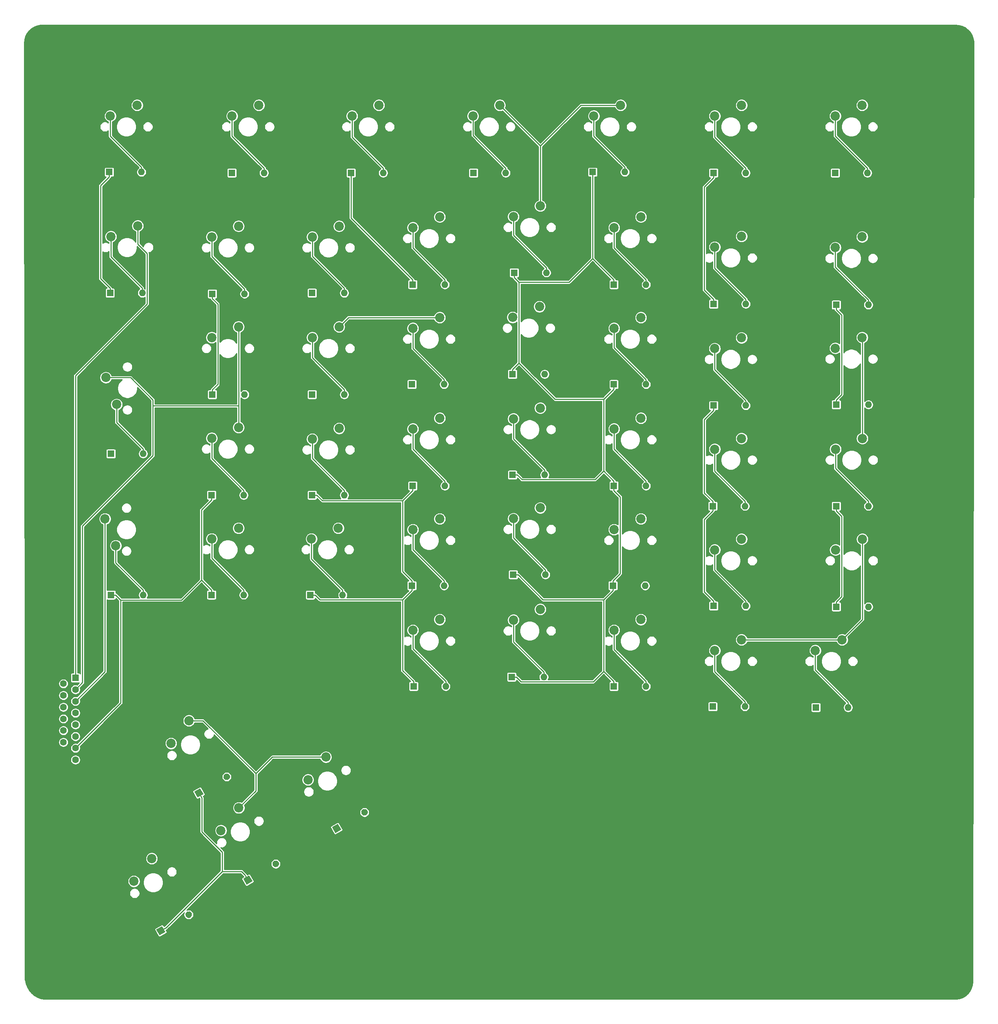
<source format=gbr>
%TF.GenerationSoftware,KiCad,Pcbnew,5.1.6-c6e7f7d~87~ubuntu20.04.1*%
%TF.CreationDate,2020-09-08T11:45:58+02:00*%
%TF.ProjectId,pcb-flat-right,7063622d-666c-4617-942d-72696768742e,rev?*%
%TF.SameCoordinates,Original*%
%TF.FileFunction,Copper,L1,Top*%
%TF.FilePolarity,Positive*%
%FSLAX46Y46*%
G04 Gerber Fmt 4.6, Leading zero omitted, Abs format (unit mm)*
G04 Created by KiCad (PCBNEW 5.1.6-c6e7f7d~87~ubuntu20.04.1) date 2020-09-08 11:45:58*
%MOMM*%
%LPD*%
G01*
G04 APERTURE LIST*
%TA.AperFunction,ComponentPad*%
%ADD10R,1.600000X1.600000*%
%TD*%
%TA.AperFunction,ComponentPad*%
%ADD11C,1.600000*%
%TD*%
%TA.AperFunction,ComponentPad*%
%ADD12O,1.600000X1.600000*%
%TD*%
%TA.AperFunction,ComponentPad*%
%ADD13C,0.100000*%
%TD*%
%TA.AperFunction,ComponentPad*%
%ADD14C,2.200000*%
%TD*%
%TA.AperFunction,ComponentPad*%
%ADD15C,7.500000*%
%TD*%
%TA.AperFunction,ViaPad*%
%ADD16C,0.800000*%
%TD*%
%TA.AperFunction,Conductor*%
%ADD17C,0.250000*%
%TD*%
%TA.AperFunction,Conductor*%
%ADD18C,0.254000*%
%TD*%
G04 APERTURE END LIST*
D10*
%TO.P,J1,1*%
%TO.N,/ROW1+2*%
X37800000Y-178600000D03*
D11*
%TO.P,J1,2*%
%TO.N,/ROW3+4*%
X37800000Y-181370000D03*
%TO.P,J1,3*%
%TO.N,/ROW5+6*%
X37800000Y-184140000D03*
%TO.P,J1,4*%
%TO.N,COL1+2*%
X37800000Y-186910000D03*
%TO.P,J1,5*%
%TO.N,COL3+4*%
X37800000Y-189680000D03*
%TO.P,J1,6*%
%TO.N,COL5+6*%
X37800000Y-192450000D03*
%TO.P,J1,7*%
%TO.N,COL7+8*%
X37800000Y-195220000D03*
%TO.P,J1,8*%
%TO.N,arrowsR*%
X37800000Y-197990000D03*
%TO.P,J1,9*%
%TO.N,arrowsC*%
X34960000Y-179985000D03*
%TO.P,J1,10*%
%TO.N,N/C*%
X34960000Y-182755000D03*
%TO.P,J1,11*%
X34960000Y-185525000D03*
%TO.P,J1,12*%
X34960000Y-188295000D03*
%TO.P,J1,13*%
X34960000Y-191065000D03*
%TO.P,J1,14*%
X34960000Y-193835000D03*
%TO.P,J1,15*%
%TO.N,GND*%
X34960000Y-196605000D03*
%TD*%
D10*
%TO.P,D1,1*%
%TO.N,COL1+2*%
X217580000Y-59200000D03*
D12*
%TO.P,D1,2*%
%TO.N,Net-(D1-Pad2)*%
X225200000Y-59200000D03*
%TD*%
D10*
%TO.P,D2,1*%
%TO.N,COL1+2*%
X217800000Y-90400000D03*
D12*
%TO.P,D2,2*%
%TO.N,Net-(D2-Pad2)*%
X225420000Y-90400000D03*
%TD*%
%TO.P,D3,2*%
%TO.N,Net-(D3-Pad2)*%
X225420000Y-114000000D03*
D10*
%TO.P,D3,1*%
%TO.N,COL1+2*%
X217800000Y-114000000D03*
%TD*%
D12*
%TO.P,D4,2*%
%TO.N,Net-(D4-Pad2)*%
X225420000Y-138000000D03*
D10*
%TO.P,D4,1*%
%TO.N,COL1+2*%
X217800000Y-138000000D03*
%TD*%
D12*
%TO.P,D5,2*%
%TO.N,Net-(D5-Pad2)*%
X225420000Y-161800000D03*
D10*
%TO.P,D5,1*%
%TO.N,COL1+2*%
X217800000Y-161800000D03*
%TD*%
D12*
%TO.P,D6,2*%
%TO.N,Net-(D6-Pad2)*%
X220620000Y-185600000D03*
D10*
%TO.P,D6,1*%
%TO.N,COL1+2*%
X213000000Y-185600000D03*
%TD*%
D12*
%TO.P,D7,2*%
%TO.N,Net-(D7-Pad2)*%
X196400000Y-59200000D03*
D10*
%TO.P,D7,1*%
%TO.N,COL1+2*%
X188780000Y-59200000D03*
%TD*%
%TO.P,D8,1*%
%TO.N,COL1+2*%
X188800000Y-90200000D03*
D12*
%TO.P,D8,2*%
%TO.N,Net-(D8-Pad2)*%
X196420000Y-90200000D03*
%TD*%
D10*
%TO.P,D9,1*%
%TO.N,COL1+2*%
X188800000Y-114200000D03*
D12*
%TO.P,D9,2*%
%TO.N,Net-(D9-Pad2)*%
X196420000Y-114200000D03*
%TD*%
D10*
%TO.P,D10,1*%
%TO.N,COL1+2*%
X188600000Y-138000000D03*
D12*
%TO.P,D10,2*%
%TO.N,Net-(D10-Pad2)*%
X196220000Y-138000000D03*
%TD*%
D10*
%TO.P,D11,1*%
%TO.N,COL1+2*%
X188800000Y-161600000D03*
D12*
%TO.P,D11,2*%
%TO.N,Net-(D11-Pad2)*%
X196420000Y-161600000D03*
%TD*%
D10*
%TO.P,D12,1*%
%TO.N,COL1+2*%
X188580000Y-185400000D03*
D12*
%TO.P,D12,2*%
%TO.N,Net-(D12-Pad2)*%
X196200000Y-185400000D03*
%TD*%
%TO.P,D14,2*%
%TO.N,Net-(D14-Pad2)*%
X167800000Y-59000000D03*
D10*
%TO.P,D14,1*%
%TO.N,COL3+4*%
X160180000Y-59000000D03*
%TD*%
%TO.P,D15,1*%
%TO.N,COL3+4*%
X165200000Y-85600000D03*
D12*
%TO.P,D15,2*%
%TO.N,Net-(D15-Pad2)*%
X172820000Y-85600000D03*
%TD*%
%TO.P,D16,2*%
%TO.N,Net-(D16-Pad2)*%
X172820000Y-109200000D03*
D10*
%TO.P,D16,1*%
%TO.N,COL3+4*%
X165200000Y-109200000D03*
%TD*%
%TO.P,D17,1*%
%TO.N,COL3+4*%
X164980000Y-156800000D03*
D12*
%TO.P,D17,2*%
%TO.N,Net-(D17-Pad2)*%
X172600000Y-156800000D03*
%TD*%
D10*
%TO.P,D18,1*%
%TO.N,COL3+4*%
X165200000Y-133200000D03*
D12*
%TO.P,D18,2*%
%TO.N,Net-(D18-Pad2)*%
X172820000Y-133200000D03*
%TD*%
D10*
%TO.P,D19,1*%
%TO.N,COL3+4*%
X165200000Y-180600000D03*
D12*
%TO.P,D19,2*%
%TO.N,Net-(D19-Pad2)*%
X172820000Y-180600000D03*
%TD*%
D10*
%TO.P,D20,1*%
%TO.N,COL3+4*%
X132000000Y-59200000D03*
D12*
%TO.P,D20,2*%
%TO.N,Net-(D20-Pad2)*%
X139620000Y-59200000D03*
%TD*%
%TO.P,D21,2*%
%TO.N,Net-(D21-Pad2)*%
X149220000Y-82800000D03*
D10*
%TO.P,D21,1*%
%TO.N,COL3+4*%
X141600000Y-82800000D03*
%TD*%
D12*
%TO.P,D22,2*%
%TO.N,Net-(D22-Pad2)*%
X148820000Y-106800000D03*
D10*
%TO.P,D22,1*%
%TO.N,COL3+4*%
X141200000Y-106800000D03*
%TD*%
%TO.P,D23,1*%
%TO.N,COL3+4*%
X141200000Y-130600000D03*
D12*
%TO.P,D23,2*%
%TO.N,Net-(D23-Pad2)*%
X148820000Y-130600000D03*
%TD*%
%TO.P,D24,2*%
%TO.N,Net-(D24-Pad2)*%
X149020000Y-154200000D03*
D10*
%TO.P,D24,1*%
%TO.N,COL3+4*%
X141400000Y-154200000D03*
%TD*%
%TO.P,D25,1*%
%TO.N,COL3+4*%
X141000000Y-178400000D03*
D12*
%TO.P,D25,2*%
%TO.N,Net-(D25-Pad2)*%
X148620000Y-178400000D03*
%TD*%
%TO.P,D26,2*%
%TO.N,Net-(D26-Pad2)*%
X110620000Y-59200000D03*
D10*
%TO.P,D26,1*%
%TO.N,COL5+6*%
X103000000Y-59200000D03*
%TD*%
D12*
%TO.P,D27,2*%
%TO.N,Net-(D27-Pad2)*%
X125020000Y-109200000D03*
D10*
%TO.P,D27,1*%
%TO.N,COL5+6*%
X117400000Y-109200000D03*
%TD*%
%TO.P,D28,1*%
%TO.N,COL5+6*%
X117600000Y-85600000D03*
D12*
%TO.P,D28,2*%
%TO.N,Net-(D28-Pad2)*%
X125220000Y-85600000D03*
%TD*%
%TO.P,D29,2*%
%TO.N,Net-(D29-Pad2)*%
X125220000Y-133200000D03*
D10*
%TO.P,D29,1*%
%TO.N,COL5+6*%
X117600000Y-133200000D03*
%TD*%
D12*
%TO.P,D30,2*%
%TO.N,Net-(D30-Pad2)*%
X125020000Y-156800000D03*
D10*
%TO.P,D30,1*%
%TO.N,COL5+6*%
X117400000Y-156800000D03*
%TD*%
%TO.P,D31,1*%
%TO.N,COL5+6*%
X117800000Y-180600000D03*
D12*
%TO.P,D31,2*%
%TO.N,Net-(D31-Pad2)*%
X125420000Y-180600000D03*
%TD*%
D10*
%TO.P,D32,1*%
%TO.N,COL5+6*%
X74800000Y-59200000D03*
D12*
%TO.P,D32,2*%
%TO.N,Net-(D32-Pad2)*%
X82420000Y-59200000D03*
%TD*%
%TO.P,D33,2*%
%TO.N,Net-(D33-Pad2)*%
X101420000Y-87600000D03*
D10*
%TO.P,D33,1*%
%TO.N,COL5+6*%
X93800000Y-87600000D03*
%TD*%
%TO.P,D34,1*%
%TO.N,COL5+6*%
X93800000Y-111600000D03*
D12*
%TO.P,D34,2*%
%TO.N,Net-(D34-Pad2)*%
X101420000Y-111600000D03*
%TD*%
%TO.P,D35,2*%
%TO.N,Net-(D35-Pad2)*%
X101420000Y-135400000D03*
D10*
%TO.P,D35,1*%
%TO.N,COL5+6*%
X93800000Y-135400000D03*
%TD*%
%TO.P,D36,1*%
%TO.N,COL5+6*%
X93400000Y-159000000D03*
D12*
%TO.P,D36,2*%
%TO.N,Net-(D36-Pad2)*%
X101020000Y-159000000D03*
%TD*%
D10*
%TO.P,D37,1*%
%TO.N,COL7+8*%
X45800000Y-59000000D03*
D12*
%TO.P,D37,2*%
%TO.N,Net-(D37-Pad2)*%
X53420000Y-59000000D03*
%TD*%
%TO.P,D38,2*%
%TO.N,Net-(D38-Pad2)*%
X77820000Y-87800000D03*
D10*
%TO.P,D38,1*%
%TO.N,COL7+8*%
X70200000Y-87800000D03*
%TD*%
D12*
%TO.P,D39,2*%
%TO.N,Net-(D39-Pad2)*%
X77620000Y-159000000D03*
D10*
%TO.P,D39,1*%
%TO.N,COL7+8*%
X70000000Y-159000000D03*
%TD*%
D12*
%TO.P,D40,2*%
%TO.N,Net-(D40-Pad2)*%
X77820000Y-111600000D03*
D10*
%TO.P,D40,1*%
%TO.N,COL7+8*%
X70200000Y-111600000D03*
%TD*%
%TO.P,D41,1*%
%TO.N,COL7+8*%
X70000000Y-135400000D03*
D12*
%TO.P,D41,2*%
%TO.N,Net-(D41-Pad2)*%
X77620000Y-135400000D03*
%TD*%
%TO.P,D42,2*%
%TO.N,Net-(D42-Pad2)*%
X53620000Y-87600000D03*
D10*
%TO.P,D42,1*%
%TO.N,COL7+8*%
X46000000Y-87600000D03*
%TD*%
%TO.P,D43,1*%
%TO.N,COL7+8*%
X46200000Y-125600000D03*
D12*
%TO.P,D43,2*%
%TO.N,Net-(D43-Pad2)*%
X53820000Y-125600000D03*
%TD*%
%TO.P,D44,2*%
%TO.N,Net-(D44-Pad2)*%
X53820000Y-159000000D03*
D10*
%TO.P,D44,1*%
%TO.N,COL7+8*%
X46200000Y-159000000D03*
%TD*%
%TA.AperFunction,ComponentPad*%
D13*
%TO.P,D45,1*%
%TO.N,arrowsC*%
G36*
X57708080Y-239502820D02*
G01*
X56908080Y-238117180D01*
X58293720Y-237317180D01*
X59093720Y-238702820D01*
X57708080Y-239502820D01*
G37*
%TD.AperFunction*%
%TO.P,D45,2*%
%TO.N,Net-(D45-Pad2)*%
%TA.AperFunction,ComponentPad*%
G36*
G01*
X63907194Y-235000000D02*
X63907194Y-235000000D01*
G75*
G02*
X64200014Y-233907180I692820J400000D01*
G01*
X64200014Y-233907180D01*
G75*
G02*
X65292834Y-234200000I400000J-692820D01*
G01*
X65292834Y-234200000D01*
G75*
G02*
X65000014Y-235292820I-692820J-400000D01*
G01*
X65000014Y-235292820D01*
G75*
G02*
X63907194Y-235000000I-400000J692820D01*
G01*
G37*
%TD.AperFunction*%
%TD*%
%TO.P,D46,2*%
%TO.N,Net-(D46-Pad2)*%
%TA.AperFunction,ComponentPad*%
G36*
G01*
X73200014Y-202692820D02*
X73200014Y-202692820D01*
G75*
G02*
X72907194Y-201600000I400000J692820D01*
G01*
X72907194Y-201600000D01*
G75*
G02*
X74000014Y-201307180I692820J-400000D01*
G01*
X74000014Y-201307180D01*
G75*
G02*
X74292834Y-202400000I-400000J-692820D01*
G01*
X74292834Y-202400000D01*
G75*
G02*
X73200014Y-202692820I-692820J400000D01*
G01*
G37*
%TD.AperFunction*%
%TA.AperFunction,ComponentPad*%
%TO.P,D46,1*%
%TO.N,arrowsC*%
G36*
X66708080Y-206902820D02*
G01*
X65908080Y-205517180D01*
X67293720Y-204717180D01*
X68093720Y-206102820D01*
X66708080Y-206902820D01*
G37*
%TD.AperFunction*%
%TD*%
%TO.P,D47,2*%
%TO.N,Net-(D47-Pad2)*%
%TA.AperFunction,ComponentPad*%
G36*
G01*
X84507194Y-223000000D02*
X84507194Y-223000000D01*
G75*
G02*
X84800014Y-221907180I692820J400000D01*
G01*
X84800014Y-221907180D01*
G75*
G02*
X85892834Y-222200000I400000J-692820D01*
G01*
X85892834Y-222200000D01*
G75*
G02*
X85600014Y-223292820I-692820J-400000D01*
G01*
X85600014Y-223292820D01*
G75*
G02*
X84507194Y-223000000I-400000J692820D01*
G01*
G37*
%TD.AperFunction*%
%TA.AperFunction,ComponentPad*%
%TO.P,D47,1*%
%TO.N,arrowsC*%
G36*
X78308080Y-227502820D02*
G01*
X77508080Y-226117180D01*
X78893720Y-225317180D01*
X79693720Y-226702820D01*
X78308080Y-227502820D01*
G37*
%TD.AperFunction*%
%TD*%
%TA.AperFunction,ComponentPad*%
%TO.P,D48,1*%
%TO.N,arrowsC*%
G36*
X99308080Y-215302820D02*
G01*
X98508080Y-213917180D01*
X99893720Y-213117180D01*
X100693720Y-214502820D01*
X99308080Y-215302820D01*
G37*
%TD.AperFunction*%
%TO.P,D48,2*%
%TO.N,Net-(D48-Pad2)*%
%TA.AperFunction,ComponentPad*%
G36*
G01*
X105507194Y-210800000D02*
X105507194Y-210800000D01*
G75*
G02*
X105800014Y-209707180I692820J400000D01*
G01*
X105800014Y-209707180D01*
G75*
G02*
X106892834Y-210000000I400000J-692820D01*
G01*
X106892834Y-210000000D01*
G75*
G02*
X106600014Y-211092820I-692820J-400000D01*
G01*
X106600014Y-211092820D01*
G75*
G02*
X105507194Y-210800000I-400000J692820D01*
G01*
G37*
%TD.AperFunction*%
%TD*%
D14*
%TO.P,SW1,1*%
%TO.N,/ROW1+2*%
X223940000Y-43200000D03*
%TO.P,SW1,2*%
%TO.N,Net-(D1-Pad2)*%
X217590000Y-45740000D03*
%TD*%
%TO.P,SW2,1*%
%TO.N,/ROW1+2*%
X223940000Y-74320000D03*
%TO.P,SW2,2*%
%TO.N,Net-(D2-Pad2)*%
X217590000Y-76860000D03*
%TD*%
%TO.P,SW3,1*%
%TO.N,/ROW3+4*%
X223940000Y-98120000D03*
%TO.P,SW3,2*%
%TO.N,Net-(D3-Pad2)*%
X217590000Y-100660000D03*
%TD*%
%TO.P,SW4,2*%
%TO.N,Net-(D5-Pad2)*%
X217650000Y-148340000D03*
%TO.P,SW4,1*%
%TO.N,/ROW5+6*%
X224000000Y-145800000D03*
%TD*%
%TO.P,SW5,2*%
%TO.N,Net-(D4-Pad2)*%
X217650000Y-124540000D03*
%TO.P,SW5,1*%
%TO.N,/ROW3+4*%
X224000000Y-122000000D03*
%TD*%
%TO.P,SW6,2*%
%TO.N,Net-(D6-Pad2)*%
X212850000Y-172140000D03*
%TO.P,SW6,1*%
%TO.N,/ROW5+6*%
X219200000Y-169600000D03*
%TD*%
%TO.P,SW7,2*%
%TO.N,Net-(D7-Pad2)*%
X189050000Y-45740000D03*
%TO.P,SW7,1*%
%TO.N,/ROW1+2*%
X195400000Y-43200000D03*
%TD*%
%TO.P,SW8,2*%
%TO.N,Net-(D8-Pad2)*%
X189050000Y-76740000D03*
%TO.P,SW8,1*%
%TO.N,/ROW1+2*%
X195400000Y-74200000D03*
%TD*%
%TO.P,SW9,1*%
%TO.N,/ROW3+4*%
X195400000Y-98200000D03*
%TO.P,SW9,2*%
%TO.N,Net-(D9-Pad2)*%
X189050000Y-100740000D03*
%TD*%
%TO.P,SW10,2*%
%TO.N,Net-(D11-Pad2)*%
X189050000Y-148340000D03*
%TO.P,SW10,1*%
%TO.N,/ROW5+6*%
X195400000Y-145800000D03*
%TD*%
%TO.P,SW11,2*%
%TO.N,Net-(D10-Pad2)*%
X189050000Y-124540000D03*
%TO.P,SW11,1*%
%TO.N,/ROW3+4*%
X195400000Y-122000000D03*
%TD*%
%TO.P,SW12,1*%
%TO.N,/ROW5+6*%
X195400000Y-169600000D03*
%TO.P,SW12,2*%
%TO.N,Net-(D12-Pad2)*%
X189050000Y-172140000D03*
%TD*%
%TO.P,SW13,1*%
%TO.N,/ROW1+2*%
X166800000Y-43200000D03*
%TO.P,SW13,2*%
%TO.N,Net-(D14-Pad2)*%
X160450000Y-45740000D03*
%TD*%
%TO.P,SW14,1*%
%TO.N,/ROW1+2*%
X171600000Y-69600000D03*
%TO.P,SW14,2*%
%TO.N,Net-(D15-Pad2)*%
X165250000Y-72140000D03*
%TD*%
%TO.P,SW15,2*%
%TO.N,Net-(D16-Pad2)*%
X165250000Y-95940000D03*
%TO.P,SW15,1*%
%TO.N,/ROW3+4*%
X171600000Y-93400000D03*
%TD*%
%TO.P,SW16,1*%
%TO.N,/ROW5+6*%
X171600000Y-141000000D03*
%TO.P,SW16,2*%
%TO.N,Net-(D17-Pad2)*%
X165250000Y-143540000D03*
%TD*%
%TO.P,SW17,1*%
%TO.N,/ROW3+4*%
X171600000Y-117200000D03*
%TO.P,SW17,2*%
%TO.N,Net-(D18-Pad2)*%
X165250000Y-119740000D03*
%TD*%
%TO.P,SW18,2*%
%TO.N,Net-(D19-Pad2)*%
X165250000Y-167340000D03*
%TO.P,SW18,1*%
%TO.N,/ROW5+6*%
X171600000Y-164800000D03*
%TD*%
%TO.P,SW19,2*%
%TO.N,Net-(D20-Pad2)*%
X131850000Y-45740000D03*
%TO.P,SW19,1*%
%TO.N,/ROW1+2*%
X138200000Y-43200000D03*
%TD*%
%TO.P,SW20,1*%
%TO.N,/ROW1+2*%
X147800000Y-67000000D03*
%TO.P,SW20,2*%
%TO.N,Net-(D21-Pad2)*%
X141450000Y-69540000D03*
%TD*%
%TO.P,SW21,1*%
%TO.N,/ROW3+4*%
X147600000Y-90800000D03*
%TO.P,SW21,2*%
%TO.N,Net-(D22-Pad2)*%
X141250000Y-93340000D03*
%TD*%
%TO.P,SW22,1*%
%TO.N,/ROW5+6*%
X147800000Y-138400000D03*
%TO.P,SW22,2*%
%TO.N,Net-(D24-Pad2)*%
X141450000Y-140940000D03*
%TD*%
%TO.P,SW23,2*%
%TO.N,Net-(D23-Pad2)*%
X141450000Y-117340000D03*
%TO.P,SW23,1*%
%TO.N,/ROW3+4*%
X147800000Y-114800000D03*
%TD*%
%TO.P,SW24,1*%
%TO.N,/ROW5+6*%
X147800000Y-162400000D03*
%TO.P,SW24,2*%
%TO.N,Net-(D25-Pad2)*%
X141450000Y-164940000D03*
%TD*%
%TO.P,SW25,1*%
%TO.N,/ROW1+2*%
X109600000Y-43200000D03*
%TO.P,SW25,2*%
%TO.N,Net-(D26-Pad2)*%
X103250000Y-45740000D03*
%TD*%
%TO.P,SW26,1*%
%TO.N,/ROW1+2*%
X124000000Y-69600000D03*
%TO.P,SW26,2*%
%TO.N,Net-(D28-Pad2)*%
X117650000Y-72140000D03*
%TD*%
%TO.P,SW27,2*%
%TO.N,Net-(D27-Pad2)*%
X117650000Y-95940000D03*
%TO.P,SW27,1*%
%TO.N,/ROW3+4*%
X124000000Y-93400000D03*
%TD*%
%TO.P,SW28,1*%
%TO.N,/ROW5+6*%
X124000000Y-141000000D03*
%TO.P,SW28,2*%
%TO.N,Net-(D30-Pad2)*%
X117650000Y-143540000D03*
%TD*%
%TO.P,SW29,1*%
%TO.N,/ROW3+4*%
X124000000Y-117200000D03*
%TO.P,SW29,2*%
%TO.N,Net-(D29-Pad2)*%
X117650000Y-119740000D03*
%TD*%
%TO.P,SW30,2*%
%TO.N,Net-(D31-Pad2)*%
X117650000Y-167340000D03*
%TO.P,SW30,1*%
%TO.N,/ROW5+6*%
X124000000Y-164800000D03*
%TD*%
%TO.P,SW31,2*%
%TO.N,Net-(D32-Pad2)*%
X74850000Y-45740000D03*
%TO.P,SW31,1*%
%TO.N,/ROW1+2*%
X81200000Y-43200000D03*
%TD*%
%TO.P,SW32,2*%
%TO.N,Net-(D33-Pad2)*%
X93850000Y-74340000D03*
%TO.P,SW32,1*%
%TO.N,/ROW1+2*%
X100200000Y-71800000D03*
%TD*%
%TO.P,SW33,2*%
%TO.N,Net-(D34-Pad2)*%
X93850000Y-98140000D03*
%TO.P,SW33,1*%
%TO.N,/ROW3+4*%
X100200000Y-95600000D03*
%TD*%
%TO.P,SW34,2*%
%TO.N,Net-(D36-Pad2)*%
X93650000Y-145740000D03*
%TO.P,SW34,1*%
%TO.N,/ROW5+6*%
X100000000Y-143200000D03*
%TD*%
%TO.P,SW35,2*%
%TO.N,Net-(D35-Pad2)*%
X93850000Y-122140000D03*
%TO.P,SW35,1*%
%TO.N,/ROW3+4*%
X100200000Y-119600000D03*
%TD*%
%TO.P,SW36,1*%
%TO.N,/ROW1+2*%
X52400000Y-43200000D03*
%TO.P,SW36,2*%
%TO.N,Net-(D37-Pad2)*%
X46050000Y-45740000D03*
%TD*%
%TO.P,SW37,1*%
%TO.N,/ROW1+2*%
X76400000Y-71800000D03*
%TO.P,SW37,2*%
%TO.N,Net-(D38-Pad2)*%
X70050000Y-74340000D03*
%TD*%
%TO.P,SW38,1*%
%TO.N,/ROW3+4*%
X76400000Y-95600000D03*
%TO.P,SW38,2*%
%TO.N,Net-(D40-Pad2)*%
X70050000Y-98140000D03*
%TD*%
%TO.P,SW39,1*%
%TO.N,/ROW5+6*%
X76400000Y-143200000D03*
%TO.P,SW39,2*%
%TO.N,Net-(D39-Pad2)*%
X70050000Y-145740000D03*
%TD*%
%TO.P,SW40,1*%
%TO.N,/ROW3+4*%
X76400000Y-119400000D03*
%TO.P,SW40,2*%
%TO.N,Net-(D41-Pad2)*%
X70050000Y-121940000D03*
%TD*%
%TO.P,SW41,2*%
%TO.N,Net-(D42-Pad2)*%
X46190000Y-74260000D03*
%TO.P,SW41,1*%
%TO.N,/ROW1+2*%
X52540000Y-71720000D03*
%TD*%
%TO.P,SW42,1*%
%TO.N,/ROW3+4*%
X45000000Y-107600000D03*
%TO.P,SW42,2*%
%TO.N,Net-(D43-Pad2)*%
X47540000Y-113950000D03*
%TD*%
%TO.P,SW43,2*%
%TO.N,Net-(D44-Pad2)*%
X47340000Y-147350000D03*
%TO.P,SW43,1*%
%TO.N,/ROW5+6*%
X44800000Y-141000000D03*
%TD*%
%TO.P,SW44,2*%
%TO.N,Net-(D45-Pad2)*%
X51630439Y-226705705D03*
%TO.P,SW44,1*%
%TO.N,arrowsR*%
X55859700Y-221331000D03*
%TD*%
%TO.P,SW45,2*%
%TO.N,Net-(D46-Pad2)*%
X60430439Y-194105705D03*
%TO.P,SW45,1*%
%TO.N,arrowsR*%
X64659700Y-188731000D03*
%TD*%
%TO.P,SW46,1*%
%TO.N,arrowsR*%
X76459700Y-209331000D03*
%TO.P,SW46,2*%
%TO.N,Net-(D47-Pad2)*%
X72230439Y-214705705D03*
%TD*%
%TO.P,SW47,2*%
%TO.N,Net-(D48-Pad2)*%
X92830439Y-202705705D03*
%TO.P,SW47,1*%
%TO.N,arrowsR*%
X97059700Y-197331000D03*
%TD*%
D15*
%TO.P,H1,1*%
%TO.N,GND*%
X33500000Y-31500000D03*
%TD*%
%TO.P,H2,1*%
%TO.N,GND*%
X243000000Y-247500000D03*
%TD*%
%TO.P,H3,1*%
%TO.N,GND*%
X138500000Y-31500000D03*
%TD*%
%TO.P,H4,1*%
%TO.N,GND*%
X243000000Y-139500000D03*
%TD*%
%TO.P,H5,1*%
%TO.N,GND*%
X243000000Y-31500000D03*
%TD*%
%TO.P,H6,1*%
%TO.N,GND*%
X138000000Y-247500000D03*
%TD*%
%TO.P,H7,1*%
%TO.N,GND*%
X33000000Y-139500000D03*
%TD*%
%TO.P,H8,1*%
%TO.N,GND*%
X33000000Y-247500000D03*
%TD*%
D16*
%TO.N,GND*%
X46500000Y-173500000D03*
X46000000Y-180000000D03*
X45000000Y-186000000D03*
%TD*%
D17*
%TO.N,COL1+2*%
X188800000Y-90200000D02*
X188800000Y-89074700D01*
X188780000Y-59200000D02*
X188780000Y-60325300D01*
X188780000Y-60325300D02*
X186598800Y-62506500D01*
X186598800Y-62506500D02*
X186598800Y-86873500D01*
X186598800Y-86873500D02*
X188800000Y-89074700D01*
X188800000Y-161600000D02*
X188800000Y-160474700D01*
X188600000Y-138000000D02*
X188600000Y-139125300D01*
X188600000Y-139125300D02*
X186574400Y-141150900D01*
X186574400Y-141150900D02*
X186574400Y-158249100D01*
X186574400Y-158249100D02*
X188800000Y-160474700D01*
X188600000Y-137549900D02*
X188600000Y-138000000D01*
X188600000Y-137549900D02*
X188600000Y-136874700D01*
X188800000Y-114200000D02*
X188800000Y-115325300D01*
X188800000Y-115325300D02*
X186604600Y-117520700D01*
X186604600Y-117520700D02*
X186604600Y-134879300D01*
X186604600Y-134879300D02*
X188600000Y-136874700D01*
X217800000Y-138000000D02*
X217800000Y-139125300D01*
X217800000Y-161800000D02*
X217800000Y-160674700D01*
X217800000Y-160674700D02*
X219100300Y-159374400D01*
X219100300Y-159374400D02*
X219100300Y-140425600D01*
X219100300Y-140425600D02*
X217800000Y-139125300D01*
X217800000Y-90400000D02*
X217800000Y-91525300D01*
X217800000Y-114000000D02*
X217800000Y-112874700D01*
X217800000Y-112874700D02*
X219062800Y-111611900D01*
X219062800Y-111611900D02*
X219062800Y-92788100D01*
X219062800Y-92788100D02*
X217800000Y-91525300D01*
%TO.N,Net-(D1-Pad2)*%
X225200000Y-59200000D02*
X225200000Y-58074700D01*
X217590000Y-45740000D02*
X217590000Y-50464700D01*
X217590000Y-50464700D02*
X225200000Y-58074700D01*
%TO.N,Net-(D2-Pad2)*%
X225420000Y-90400000D02*
X225420000Y-89274700D01*
X217590000Y-76860000D02*
X217590000Y-81444700D01*
X217590000Y-81444700D02*
X225420000Y-89274700D01*
%TO.N,Net-(D4-Pad2)*%
X225420000Y-138000000D02*
X225420000Y-136874700D01*
X217650000Y-124540000D02*
X217650000Y-129104700D01*
X217650000Y-129104700D02*
X225420000Y-136874700D01*
%TO.N,Net-(D6-Pad2)*%
X220620000Y-185600000D02*
X220620000Y-184474700D01*
X212850000Y-172140000D02*
X212850000Y-176704700D01*
X212850000Y-176704700D02*
X220620000Y-184474700D01*
%TO.N,Net-(D7-Pad2)*%
X196400000Y-59200000D02*
X196400000Y-58074700D01*
X189050000Y-45740000D02*
X189050000Y-50724700D01*
X189050000Y-50724700D02*
X196400000Y-58074700D01*
%TO.N,Net-(D8-Pad2)*%
X196420000Y-90200000D02*
X196420000Y-89074700D01*
X189050000Y-76740000D02*
X189050000Y-81704700D01*
X189050000Y-81704700D02*
X196420000Y-89074700D01*
%TO.N,Net-(D9-Pad2)*%
X196420000Y-114200000D02*
X196420000Y-113074700D01*
X189050000Y-100740000D02*
X189050000Y-105704700D01*
X189050000Y-105704700D02*
X196420000Y-113074700D01*
%TO.N,Net-(D10-Pad2)*%
X196220000Y-138000000D02*
X196220000Y-136874700D01*
X189050000Y-124540000D02*
X189050000Y-129704700D01*
X189050000Y-129704700D02*
X196220000Y-136874700D01*
%TO.N,Net-(D11-Pad2)*%
X196420000Y-161600000D02*
X196420000Y-160474700D01*
X189050000Y-148340000D02*
X189050000Y-153104700D01*
X189050000Y-153104700D02*
X196420000Y-160474700D01*
%TO.N,Net-(D12-Pad2)*%
X196200000Y-185400000D02*
X196200000Y-184274700D01*
X189050000Y-172140000D02*
X189050000Y-177124700D01*
X189050000Y-177124700D02*
X196200000Y-184274700D01*
%TO.N,Net-(D14-Pad2)*%
X167800000Y-59000000D02*
X167800000Y-57874700D01*
X160450000Y-45740000D02*
X160450000Y-50524700D01*
X160450000Y-50524700D02*
X167800000Y-57874700D01*
%TO.N,COL3+4*%
X141000000Y-178400000D02*
X142125300Y-178400000D01*
X162793700Y-177068400D02*
X165200000Y-179474700D01*
X162793700Y-160111600D02*
X162793700Y-177068400D01*
X142125300Y-178400000D02*
X143255800Y-179530500D01*
X143255800Y-179530500D02*
X160331600Y-179530500D01*
X160331600Y-179530500D02*
X162793700Y-177068400D01*
X162793700Y-160111600D02*
X148436900Y-160111600D01*
X148436900Y-160111600D02*
X142525300Y-154200000D01*
X164980000Y-157925300D02*
X162793700Y-160111600D01*
X165200000Y-180600000D02*
X165200000Y-179474700D01*
X141400000Y-154200000D02*
X142525300Y-154200000D01*
X142716500Y-85041800D02*
X141600000Y-83925300D01*
X142716500Y-104158200D02*
X142716500Y-85041800D01*
X142716500Y-85041800D02*
X154592900Y-85041800D01*
X154592900Y-85041800D02*
X160180000Y-79454700D01*
X160180000Y-79454700D02*
X165200000Y-84474700D01*
X160180000Y-59000000D02*
X160180000Y-79454700D01*
X141600000Y-82800000D02*
X141600000Y-83925300D01*
X141200000Y-105674700D02*
X142716500Y-104158200D01*
X142716500Y-104158200D02*
X151290800Y-112732500D01*
X151290800Y-112732500D02*
X162792800Y-112732500D01*
X162792800Y-112732500D02*
X165200000Y-110325300D01*
X162792800Y-129667500D02*
X162792800Y-112732500D01*
X165200000Y-132074700D02*
X162792800Y-129667500D01*
X162792800Y-129667500D02*
X160735000Y-131725300D01*
X160735000Y-131725300D02*
X143450600Y-131725300D01*
X143450600Y-131725300D02*
X142325300Y-130600000D01*
X141200000Y-130600000D02*
X142325300Y-130600000D01*
X164980000Y-156800000D02*
X164980000Y-157925300D01*
X164980000Y-156237300D02*
X164980000Y-156800000D01*
X164980000Y-156237300D02*
X164980000Y-155674700D01*
X165200000Y-133200000D02*
X165200000Y-134325300D01*
X164980000Y-155674700D02*
X166696600Y-153958100D01*
X166696600Y-153958100D02*
X166696600Y-135821900D01*
X166696600Y-135821900D02*
X165200000Y-134325300D01*
X165200000Y-109200000D02*
X165200000Y-110325300D01*
X165200000Y-133200000D02*
X165200000Y-132074700D01*
X165200000Y-85600000D02*
X165200000Y-84474700D01*
X141200000Y-106800000D02*
X141200000Y-105674700D01*
%TO.N,Net-(D15-Pad2)*%
X172820000Y-85600000D02*
X172820000Y-84474700D01*
X165250000Y-72140000D02*
X165250000Y-76904700D01*
X165250000Y-76904700D02*
X172820000Y-84474700D01*
%TO.N,Net-(D16-Pad2)*%
X172820000Y-109200000D02*
X172820000Y-108074700D01*
X165250000Y-95940000D02*
X165250000Y-100504700D01*
X165250000Y-100504700D02*
X172820000Y-108074700D01*
%TO.N,Net-(D18-Pad2)*%
X172820000Y-133200000D02*
X172820000Y-132074700D01*
X165250000Y-119740000D02*
X165250000Y-124504700D01*
X165250000Y-124504700D02*
X172820000Y-132074700D01*
%TO.N,Net-(D19-Pad2)*%
X172820000Y-180600000D02*
X172820000Y-179474700D01*
X165250000Y-167340000D02*
X165250000Y-171904700D01*
X165250000Y-171904700D02*
X172820000Y-179474700D01*
%TO.N,Net-(D20-Pad2)*%
X139620000Y-59200000D02*
X139620000Y-58074700D01*
X131850000Y-45740000D02*
X131850000Y-50304700D01*
X131850000Y-50304700D02*
X139620000Y-58074700D01*
%TO.N,Net-(D21-Pad2)*%
X149220000Y-82800000D02*
X149220000Y-81674700D01*
X141450000Y-69540000D02*
X141450000Y-73904700D01*
X141450000Y-73904700D02*
X149220000Y-81674700D01*
%TO.N,Net-(D23-Pad2)*%
X148820000Y-130600000D02*
X148820000Y-129474700D01*
X141450000Y-117340000D02*
X141450000Y-122104700D01*
X141450000Y-122104700D02*
X148820000Y-129474700D01*
%TO.N,Net-(D24-Pad2)*%
X149020000Y-154200000D02*
X149020000Y-153074700D01*
X141450000Y-140940000D02*
X141450000Y-145504700D01*
X141450000Y-145504700D02*
X149020000Y-153074700D01*
%TO.N,Net-(D25-Pad2)*%
X148620000Y-178400000D02*
X148620000Y-177274700D01*
X141450000Y-164940000D02*
X141450000Y-170104700D01*
X141450000Y-170104700D02*
X148620000Y-177274700D01*
%TO.N,Net-(D26-Pad2)*%
X110620000Y-59200000D02*
X110620000Y-58074700D01*
X103250000Y-45740000D02*
X103250000Y-50704700D01*
X103250000Y-50704700D02*
X110620000Y-58074700D01*
%TO.N,COL5+6*%
X115204600Y-136720700D02*
X115204600Y-153479300D01*
X115204600Y-153479300D02*
X117400000Y-155674700D01*
X117600000Y-134325300D02*
X115204600Y-136720700D01*
X94925300Y-135400000D02*
X96246000Y-136720700D01*
X96246000Y-136720700D02*
X115204600Y-136720700D01*
X93800000Y-135400000D02*
X94925300Y-135400000D01*
X117600000Y-85600000D02*
X117600000Y-84474700D01*
X117600000Y-84474700D02*
X103000000Y-69874700D01*
X103000000Y-69874700D02*
X103000000Y-59200000D01*
X117400000Y-156800000D02*
X117400000Y-155674700D01*
X117600000Y-133200000D02*
X117600000Y-134325300D01*
X115195700Y-160129600D02*
X115195700Y-176870400D01*
X115195700Y-176870400D02*
X117800000Y-179474700D01*
X117400000Y-157925300D02*
X115195700Y-160129600D01*
X115195700Y-160129600D02*
X95654900Y-160129600D01*
X95654900Y-160129600D02*
X94525300Y-159000000D01*
X93400000Y-159000000D02*
X94525300Y-159000000D01*
X117800000Y-180600000D02*
X117800000Y-179474700D01*
X117400000Y-156800000D02*
X117400000Y-157925300D01*
%TO.N,Net-(D27-Pad2)*%
X125020000Y-109200000D02*
X125020000Y-108074700D01*
X117650000Y-95940000D02*
X117650000Y-100704700D01*
X117650000Y-100704700D02*
X125020000Y-108074700D01*
%TO.N,Net-(D28-Pad2)*%
X125220000Y-85600000D02*
X125220000Y-84474700D01*
X117650000Y-72140000D02*
X117650000Y-76904700D01*
X117650000Y-76904700D02*
X125220000Y-84474700D01*
%TO.N,Net-(D29-Pad2)*%
X125220000Y-133200000D02*
X125220000Y-132074700D01*
X117650000Y-119740000D02*
X117650000Y-124504700D01*
X117650000Y-124504700D02*
X125220000Y-132074700D01*
%TO.N,Net-(D30-Pad2)*%
X125020000Y-156800000D02*
X125020000Y-155674700D01*
X117650000Y-143540000D02*
X117650000Y-148304700D01*
X117650000Y-148304700D02*
X125020000Y-155674700D01*
%TO.N,Net-(D31-Pad2)*%
X125420000Y-180600000D02*
X125420000Y-179474700D01*
X117650000Y-167340000D02*
X117650000Y-171704700D01*
X117650000Y-171704700D02*
X125420000Y-179474700D01*
%TO.N,Net-(D32-Pad2)*%
X82420000Y-59200000D02*
X82420000Y-58074700D01*
X74850000Y-45740000D02*
X74850000Y-50504700D01*
X74850000Y-50504700D02*
X82420000Y-58074700D01*
%TO.N,Net-(D33-Pad2)*%
X101420000Y-87600000D02*
X101420000Y-86474700D01*
X93850000Y-74340000D02*
X93850000Y-78904700D01*
X93850000Y-78904700D02*
X101420000Y-86474700D01*
%TO.N,Net-(D34-Pad2)*%
X101420000Y-111600000D02*
X101420000Y-110474700D01*
X93850000Y-98140000D02*
X93850000Y-102904700D01*
X93850000Y-102904700D02*
X101420000Y-110474700D01*
%TO.N,Net-(D35-Pad2)*%
X101420000Y-135400000D02*
X101420000Y-134274700D01*
X93850000Y-122140000D02*
X93850000Y-126704700D01*
X93850000Y-126704700D02*
X101420000Y-134274700D01*
%TO.N,Net-(D36-Pad2)*%
X101020000Y-159000000D02*
X101020000Y-157874700D01*
X93650000Y-145740000D02*
X93650000Y-150504700D01*
X93650000Y-150504700D02*
X101020000Y-157874700D01*
%TO.N,COL7+8*%
X48503700Y-160178400D02*
X62904700Y-160178400D01*
X62904700Y-160178400D02*
X67598700Y-155484400D01*
X47325300Y-159000000D02*
X48503700Y-160178400D01*
X48503700Y-160178400D02*
X48503700Y-184516300D01*
X48503700Y-184516300D02*
X37800000Y-195220000D01*
X46200000Y-159000000D02*
X47325300Y-159000000D01*
X67598700Y-155484400D02*
X67598700Y-138926600D01*
X67598700Y-138926600D02*
X70000000Y-136525300D01*
X70000000Y-157874700D02*
X67609700Y-155484400D01*
X67609700Y-155484400D02*
X67598700Y-155484400D01*
X70000000Y-135400000D02*
X70000000Y-136525300D01*
X70200000Y-111600000D02*
X70200000Y-110474700D01*
X70200000Y-87800000D02*
X70200000Y-88925300D01*
X70200000Y-88925300D02*
X71482300Y-90207600D01*
X71482300Y-90207600D02*
X71482300Y-109192400D01*
X71482300Y-109192400D02*
X70200000Y-110474700D01*
X70000000Y-159000000D02*
X70000000Y-157874700D01*
X45800000Y-59000000D02*
X45800000Y-60125300D01*
X46000000Y-87600000D02*
X46000000Y-86474700D01*
X46000000Y-86474700D02*
X43741200Y-84215900D01*
X43741200Y-84215900D02*
X43741200Y-62184100D01*
X43741200Y-62184100D02*
X45800000Y-60125300D01*
%TO.N,Net-(D37-Pad2)*%
X53420000Y-59000000D02*
X53420000Y-57874700D01*
X46050000Y-45740000D02*
X46050000Y-50504700D01*
X46050000Y-50504700D02*
X53420000Y-57874700D01*
%TO.N,Net-(D38-Pad2)*%
X77820000Y-87800000D02*
X77820000Y-86674700D01*
X70050000Y-74340000D02*
X70050000Y-78904700D01*
X70050000Y-78904700D02*
X77820000Y-86674700D01*
%TO.N,Net-(D39-Pad2)*%
X77620000Y-159000000D02*
X77620000Y-157874700D01*
X70050000Y-145740000D02*
X70050000Y-150304700D01*
X70050000Y-150304700D02*
X77620000Y-157874700D01*
%TO.N,Net-(D41-Pad2)*%
X77620000Y-135400000D02*
X77620000Y-134274700D01*
X70050000Y-121940000D02*
X70050000Y-126704700D01*
X70050000Y-126704700D02*
X77620000Y-134274700D01*
%TO.N,Net-(D42-Pad2)*%
X53620000Y-87600000D02*
X53620000Y-86474700D01*
X46190000Y-74260000D02*
X46190000Y-79044700D01*
X46190000Y-79044700D02*
X53620000Y-86474700D01*
%TO.N,Net-(D43-Pad2)*%
X53820000Y-125600000D02*
X53820000Y-124474700D01*
X47540000Y-113950000D02*
X47540000Y-118194700D01*
X47540000Y-118194700D02*
X53820000Y-124474700D01*
%TO.N,Net-(D44-Pad2)*%
X53820000Y-159000000D02*
X53820000Y-157874700D01*
X47340000Y-147350000D02*
X47340000Y-151394700D01*
X47340000Y-151394700D02*
X53820000Y-157874700D01*
%TO.N,arrowsC*%
X72566600Y-224366500D02*
X59236500Y-237696600D01*
X77887500Y-225174400D02*
X77079600Y-224366500D01*
X77079600Y-224366500D02*
X72566600Y-224366500D01*
X67714300Y-207045600D02*
X67714200Y-207045700D01*
X67714200Y-207045700D02*
X67714200Y-215001100D01*
X67714200Y-215001100D02*
X72566600Y-219853500D01*
X72566600Y-219853500D02*
X72566600Y-224366500D01*
X58000900Y-238410000D02*
X59236500Y-237696600D01*
X78600900Y-226410000D02*
X77887500Y-225174400D01*
X67000900Y-205810000D02*
X67714300Y-207045600D01*
%TO.N,/ROW1+2*%
X147800000Y-52800000D02*
X138200000Y-43200000D01*
X147800000Y-67000000D02*
X147800000Y-52800000D01*
X147800000Y-52800000D02*
X157400000Y-43200000D01*
X157400000Y-43200000D02*
X166800000Y-43200000D01*
X37800000Y-178600000D02*
X37800000Y-107152800D01*
X37800000Y-107152800D02*
X54753500Y-90199300D01*
X54753500Y-90199300D02*
X54753500Y-78264800D01*
X54753500Y-78264800D02*
X52540000Y-76051300D01*
X52540000Y-76051300D02*
X52540000Y-71720000D01*
%TO.N,/ROW3+4*%
X76400000Y-114284400D02*
X76400000Y-95600000D01*
X76400000Y-119400000D02*
X76400000Y-114284400D01*
X76400000Y-114284400D02*
X56117000Y-114284400D01*
X56117000Y-114284400D02*
X56117000Y-112854500D01*
X56117000Y-112854500D02*
X50862500Y-107600000D01*
X50862500Y-107600000D02*
X45000000Y-107600000D01*
X37800000Y-181370000D02*
X39444600Y-179725400D01*
X39444600Y-179725400D02*
X39444600Y-142705600D01*
X39444600Y-142705600D02*
X56117000Y-126033200D01*
X56117000Y-126033200D02*
X56117000Y-114284400D01*
X100200000Y-95600000D02*
X102400000Y-93400000D01*
X102400000Y-93400000D02*
X124000000Y-93400000D01*
X224000000Y-122000000D02*
X224000000Y-98180000D01*
X224000000Y-98180000D02*
X223940000Y-98120000D01*
%TO.N,/ROW5+6*%
X219200000Y-169600000D02*
X224000000Y-164800000D01*
X224000000Y-164800000D02*
X224000000Y-145800000D01*
X195400000Y-169600000D02*
X219200000Y-169600000D01*
X44800000Y-141000000D02*
X44800000Y-177140000D01*
X44800000Y-177140000D02*
X37800000Y-184140000D01*
%TO.N,arrowsR*%
X80472900Y-201240500D02*
X80472900Y-205317800D01*
X80472900Y-205317800D02*
X76459700Y-209331000D01*
X64659700Y-188731000D02*
X67963400Y-188731000D01*
X67963400Y-188731000D02*
X80472900Y-201240500D01*
X97059700Y-197331000D02*
X84382400Y-197331000D01*
X84382400Y-197331000D02*
X80472900Y-201240500D01*
%TD*%
D18*
%TO.N,GND*%
G36*
X246797351Y-24297901D02*
G01*
X247567988Y-24515244D01*
X248286124Y-24869389D01*
X248927688Y-25348467D01*
X249471210Y-25936445D01*
X249898480Y-26613628D01*
X250195188Y-27357334D01*
X250353914Y-28155306D01*
X250372978Y-28415347D01*
X250073028Y-250479376D01*
X249997613Y-251269821D01*
X249779923Y-252011858D01*
X249425844Y-252699349D01*
X248948149Y-253307482D01*
X248364078Y-253814313D01*
X247694705Y-254201555D01*
X246964183Y-254455236D01*
X246183848Y-254568379D01*
X245994724Y-254573001D01*
X30537522Y-254572999D01*
X29690606Y-254422987D01*
X28879855Y-254131987D01*
X28129724Y-253708542D01*
X27461662Y-253164761D01*
X26894776Y-252516199D01*
X26445271Y-251781394D01*
X26125997Y-250981354D01*
X25943079Y-250124874D01*
X25926977Y-249976656D01*
X25915336Y-238092404D01*
X56530067Y-238092404D01*
X56532497Y-238166627D01*
X56549360Y-238238949D01*
X56580009Y-238306592D01*
X57380009Y-239692232D01*
X57423265Y-239752596D01*
X57477467Y-239803361D01*
X57540530Y-239842577D01*
X57610033Y-239868736D01*
X57683304Y-239880833D01*
X57757527Y-239878403D01*
X57829849Y-239861540D01*
X57897492Y-239830891D01*
X59283132Y-239030891D01*
X59343496Y-238987635D01*
X59394261Y-238933433D01*
X59433477Y-238870370D01*
X59459636Y-238800867D01*
X59471733Y-238727596D01*
X59469303Y-238653373D01*
X59452440Y-238581051D01*
X59421791Y-238513408D01*
X59272782Y-238255316D01*
X59480422Y-238135431D01*
X59516745Y-238116016D01*
X59542253Y-238095082D01*
X59569098Y-238075845D01*
X59597285Y-238045749D01*
X63526152Y-234116882D01*
X63468245Y-234256682D01*
X63423014Y-234484076D01*
X63423014Y-234715924D01*
X63468245Y-234943318D01*
X63556970Y-235157519D01*
X63685778Y-235350294D01*
X63849720Y-235514236D01*
X64042495Y-235643044D01*
X64256696Y-235731769D01*
X64484090Y-235777000D01*
X64715938Y-235777000D01*
X64943332Y-235731769D01*
X65157533Y-235643044D01*
X65350308Y-235514236D01*
X65514250Y-235350294D01*
X65643058Y-235157519D01*
X65731783Y-234943318D01*
X65777014Y-234715924D01*
X65777014Y-234484076D01*
X65731783Y-234256682D01*
X65643058Y-234042481D01*
X65514250Y-233849706D01*
X65350308Y-233685764D01*
X65157533Y-233556956D01*
X64943332Y-233468231D01*
X64715938Y-233423000D01*
X64484090Y-233423000D01*
X64256696Y-233468231D01*
X64116896Y-233526138D01*
X72774535Y-224868500D01*
X76871666Y-224868500D01*
X77485805Y-225482640D01*
X77576728Y-225640118D01*
X77318668Y-225789109D01*
X77258304Y-225832365D01*
X77207539Y-225886567D01*
X77168323Y-225949630D01*
X77142164Y-226019133D01*
X77130067Y-226092404D01*
X77132497Y-226166627D01*
X77149360Y-226238949D01*
X77180009Y-226306592D01*
X77980009Y-227692232D01*
X78023265Y-227752596D01*
X78077467Y-227803361D01*
X78140530Y-227842577D01*
X78210033Y-227868736D01*
X78283304Y-227880833D01*
X78357527Y-227878403D01*
X78429849Y-227861540D01*
X78497492Y-227830891D01*
X79883132Y-227030891D01*
X79943496Y-226987635D01*
X79994261Y-226933433D01*
X80033477Y-226870370D01*
X80059636Y-226800867D01*
X80071733Y-226727596D01*
X80069303Y-226653373D01*
X80052440Y-226581051D01*
X80021791Y-226513408D01*
X79221791Y-225127768D01*
X79178535Y-225067404D01*
X79124333Y-225016639D01*
X79061270Y-224977423D01*
X78991767Y-224951264D01*
X78918496Y-224939167D01*
X78844273Y-224941597D01*
X78771951Y-224958460D01*
X78704308Y-224989109D01*
X78446216Y-225138119D01*
X78326350Y-224930513D01*
X78306916Y-224894154D01*
X78285968Y-224868629D01*
X78266744Y-224841802D01*
X78236679Y-224813644D01*
X77452001Y-224028967D01*
X77436284Y-224009816D01*
X77359845Y-223947083D01*
X77272636Y-223900469D01*
X77178009Y-223871764D01*
X77104253Y-223864500D01*
X77104243Y-223864500D01*
X77079600Y-223862073D01*
X77054957Y-223864500D01*
X73068600Y-223864500D01*
X73068600Y-222484076D01*
X84023014Y-222484076D01*
X84023014Y-222715924D01*
X84068245Y-222943318D01*
X84156970Y-223157519D01*
X84285778Y-223350294D01*
X84449720Y-223514236D01*
X84642495Y-223643044D01*
X84856696Y-223731769D01*
X85084090Y-223777000D01*
X85315938Y-223777000D01*
X85543332Y-223731769D01*
X85757533Y-223643044D01*
X85950308Y-223514236D01*
X86114250Y-223350294D01*
X86243058Y-223157519D01*
X86331783Y-222943318D01*
X86377014Y-222715924D01*
X86377014Y-222484076D01*
X86331783Y-222256682D01*
X86243058Y-222042481D01*
X86114250Y-221849706D01*
X85950308Y-221685764D01*
X85757533Y-221556956D01*
X85543332Y-221468231D01*
X85315938Y-221423000D01*
X85084090Y-221423000D01*
X84856696Y-221468231D01*
X84642495Y-221556956D01*
X84449720Y-221685764D01*
X84285778Y-221849706D01*
X84156970Y-222042481D01*
X84068245Y-222256682D01*
X84023014Y-222484076D01*
X73068600Y-222484076D01*
X73068600Y-219878143D01*
X73071027Y-219853500D01*
X73068600Y-219828857D01*
X73068600Y-219828847D01*
X73061336Y-219755091D01*
X73032631Y-219660464D01*
X72986017Y-219573255D01*
X72923284Y-219496816D01*
X72904138Y-219481103D01*
X72168272Y-218745237D01*
X72279737Y-218767409D01*
X72521435Y-218767409D01*
X72758489Y-218720256D01*
X72981788Y-218627762D01*
X73182753Y-218493482D01*
X73353659Y-218322576D01*
X73487939Y-218121611D01*
X73580433Y-217898312D01*
X73627586Y-217661258D01*
X73627586Y-217419560D01*
X73580433Y-217182506D01*
X73487939Y-216959207D01*
X73353659Y-216758242D01*
X73182753Y-216587336D01*
X72981788Y-216453056D01*
X72758489Y-216360562D01*
X72521435Y-216313409D01*
X72279737Y-216313409D01*
X72042683Y-216360562D01*
X71819384Y-216453056D01*
X71618419Y-216587336D01*
X71447513Y-216758242D01*
X71313233Y-216959207D01*
X71220739Y-217182506D01*
X71173586Y-217419560D01*
X71173586Y-217661258D01*
X71195758Y-217772723D01*
X68216200Y-214793166D01*
X68216200Y-214560233D01*
X70753439Y-214560233D01*
X70753439Y-214851177D01*
X70810199Y-215136530D01*
X70921538Y-215405327D01*
X71083178Y-215647238D01*
X71288906Y-215852966D01*
X71530817Y-216014606D01*
X71799614Y-216125945D01*
X72084967Y-216182705D01*
X72375911Y-216182705D01*
X72661264Y-216125945D01*
X72930061Y-216014606D01*
X73171972Y-215852966D01*
X73377700Y-215647238D01*
X73539340Y-215405327D01*
X73650679Y-215136530D01*
X73707439Y-214851177D01*
X73707439Y-214766295D01*
X74422995Y-214766295D01*
X74422995Y-215234523D01*
X74514342Y-215693754D01*
X74693525Y-216126341D01*
X74953659Y-216515658D01*
X75284746Y-216846745D01*
X75674063Y-217106879D01*
X76106650Y-217286062D01*
X76565881Y-217377409D01*
X77034109Y-217377409D01*
X77493340Y-217286062D01*
X77925927Y-217106879D01*
X78315244Y-216846745D01*
X78646331Y-216515658D01*
X78906465Y-216126341D01*
X79085648Y-215693754D01*
X79176995Y-215234523D01*
X79176995Y-214766295D01*
X79085648Y-214307064D01*
X78913891Y-213892404D01*
X98130067Y-213892404D01*
X98132497Y-213966627D01*
X98149360Y-214038949D01*
X98180009Y-214106592D01*
X98980009Y-215492232D01*
X99023265Y-215552596D01*
X99077467Y-215603361D01*
X99140530Y-215642577D01*
X99210033Y-215668736D01*
X99283304Y-215680833D01*
X99357527Y-215678403D01*
X99429849Y-215661540D01*
X99497492Y-215630891D01*
X100883132Y-214830891D01*
X100943496Y-214787635D01*
X100994261Y-214733433D01*
X101033477Y-214670370D01*
X101059636Y-214600867D01*
X101071733Y-214527596D01*
X101069303Y-214453373D01*
X101052440Y-214381051D01*
X101021791Y-214313408D01*
X100221791Y-212927768D01*
X100178535Y-212867404D01*
X100124333Y-212816639D01*
X100061270Y-212777423D01*
X99991767Y-212751264D01*
X99918496Y-212739167D01*
X99844273Y-212741597D01*
X99771951Y-212758460D01*
X99704308Y-212789109D01*
X98318668Y-213589109D01*
X98258304Y-213632365D01*
X98207539Y-213686567D01*
X98168323Y-213749630D01*
X98142164Y-213819133D01*
X98130067Y-213892404D01*
X78913891Y-213892404D01*
X78906465Y-213874477D01*
X78646331Y-213485160D01*
X78315244Y-213154073D01*
X77925927Y-212893939D01*
X77493340Y-212714756D01*
X77034109Y-212623409D01*
X76565881Y-212623409D01*
X76106650Y-212714756D01*
X75674063Y-212893939D01*
X75284746Y-213154073D01*
X74953659Y-213485160D01*
X74693525Y-213874477D01*
X74514342Y-214307064D01*
X74422995Y-214766295D01*
X73707439Y-214766295D01*
X73707439Y-214560233D01*
X73650679Y-214274880D01*
X73539340Y-214006083D01*
X73377700Y-213764172D01*
X73171972Y-213558444D01*
X72930061Y-213396804D01*
X72661264Y-213285465D01*
X72375911Y-213228705D01*
X72084967Y-213228705D01*
X71799614Y-213285465D01*
X71530817Y-213396804D01*
X71288906Y-213558444D01*
X71083178Y-213764172D01*
X70921538Y-214006083D01*
X70810199Y-214274880D01*
X70753439Y-214560233D01*
X68216200Y-214560233D01*
X68216200Y-212339560D01*
X79972405Y-212339560D01*
X79972405Y-212581258D01*
X80019558Y-212818312D01*
X80112052Y-213041611D01*
X80246332Y-213242576D01*
X80417238Y-213413482D01*
X80618203Y-213547762D01*
X80841502Y-213640256D01*
X81078556Y-213687409D01*
X81320254Y-213687409D01*
X81557308Y-213640256D01*
X81780607Y-213547762D01*
X81981572Y-213413482D01*
X82152478Y-213242576D01*
X82286758Y-213041611D01*
X82379252Y-212818312D01*
X82426405Y-212581258D01*
X82426405Y-212339560D01*
X82379252Y-212102506D01*
X82286758Y-211879207D01*
X82152478Y-211678242D01*
X81981572Y-211507336D01*
X81780607Y-211373056D01*
X81557308Y-211280562D01*
X81320254Y-211233409D01*
X81078556Y-211233409D01*
X80841502Y-211280562D01*
X80618203Y-211373056D01*
X80417238Y-211507336D01*
X80246332Y-211678242D01*
X80112052Y-211879207D01*
X80019558Y-212102506D01*
X79972405Y-212339560D01*
X68216200Y-212339560D01*
X68216200Y-207087353D01*
X68217648Y-207078582D01*
X68217107Y-207062053D01*
X68218727Y-207045601D01*
X68215492Y-207012753D01*
X68214411Y-206979750D01*
X68210655Y-206963645D01*
X68209035Y-206947191D01*
X68199453Y-206915603D01*
X68191955Y-206883449D01*
X68185129Y-206868385D01*
X68180330Y-206852564D01*
X68164770Y-206823453D01*
X68161367Y-206815943D01*
X68153133Y-206801682D01*
X68133716Y-206765355D01*
X68128464Y-206758955D01*
X68025072Y-206579882D01*
X68283132Y-206430891D01*
X68343496Y-206387635D01*
X68394261Y-206333433D01*
X68433477Y-206270370D01*
X68459636Y-206200867D01*
X68471733Y-206127596D01*
X68469303Y-206053373D01*
X68452440Y-205981051D01*
X68421791Y-205913408D01*
X67621791Y-204527768D01*
X67578535Y-204467404D01*
X67524333Y-204416639D01*
X67461270Y-204377423D01*
X67391767Y-204351264D01*
X67318496Y-204339167D01*
X67244273Y-204341597D01*
X67171951Y-204358460D01*
X67104308Y-204389109D01*
X65718668Y-205189109D01*
X65658304Y-205232365D01*
X65607539Y-205286567D01*
X65568323Y-205349630D01*
X65542164Y-205419133D01*
X65530067Y-205492404D01*
X65532497Y-205566627D01*
X65549360Y-205638949D01*
X65580009Y-205706592D01*
X66380009Y-207092232D01*
X66423265Y-207152596D01*
X66477467Y-207203361D01*
X66540530Y-207242577D01*
X66610033Y-207268736D01*
X66683304Y-207280833D01*
X66757527Y-207278403D01*
X66829849Y-207261540D01*
X66897492Y-207230891D01*
X67155584Y-207081882D01*
X67212200Y-207179941D01*
X67212201Y-214976447D01*
X67209773Y-215001100D01*
X67219465Y-215099509D01*
X67248170Y-215194136D01*
X67294784Y-215281345D01*
X67341801Y-215338635D01*
X67341804Y-215338638D01*
X67357517Y-215357784D01*
X67376663Y-215373497D01*
X72064600Y-220061435D01*
X72064601Y-224158564D01*
X58928263Y-237294903D01*
X58770782Y-237385828D01*
X58621791Y-237127768D01*
X58578535Y-237067404D01*
X58524333Y-237016639D01*
X58461270Y-236977423D01*
X58391767Y-236951264D01*
X58318496Y-236939167D01*
X58244273Y-236941597D01*
X58171951Y-236958460D01*
X58104308Y-236989109D01*
X56718668Y-237789109D01*
X56658304Y-237832365D01*
X56607539Y-237886567D01*
X56568323Y-237949630D01*
X56542164Y-238019133D01*
X56530067Y-238092404D01*
X25915336Y-238092404D01*
X25906840Y-229419560D01*
X50573586Y-229419560D01*
X50573586Y-229661258D01*
X50620739Y-229898312D01*
X50713233Y-230121611D01*
X50847513Y-230322576D01*
X51018419Y-230493482D01*
X51219384Y-230627762D01*
X51442683Y-230720256D01*
X51679737Y-230767409D01*
X51921435Y-230767409D01*
X52158489Y-230720256D01*
X52381788Y-230627762D01*
X52582753Y-230493482D01*
X52753659Y-230322576D01*
X52887939Y-230121611D01*
X52980433Y-229898312D01*
X53027586Y-229661258D01*
X53027586Y-229419560D01*
X52980433Y-229182506D01*
X52887939Y-228959207D01*
X52753659Y-228758242D01*
X52582753Y-228587336D01*
X52381788Y-228453056D01*
X52158489Y-228360562D01*
X51921435Y-228313409D01*
X51679737Y-228313409D01*
X51442683Y-228360562D01*
X51219384Y-228453056D01*
X51018419Y-228587336D01*
X50847513Y-228758242D01*
X50713233Y-228959207D01*
X50620739Y-229182506D01*
X50573586Y-229419560D01*
X25906840Y-229419560D01*
X25904039Y-226560233D01*
X50153439Y-226560233D01*
X50153439Y-226851177D01*
X50210199Y-227136530D01*
X50321538Y-227405327D01*
X50483178Y-227647238D01*
X50688906Y-227852966D01*
X50930817Y-228014606D01*
X51199614Y-228125945D01*
X51484967Y-228182705D01*
X51775911Y-228182705D01*
X52061264Y-228125945D01*
X52330061Y-228014606D01*
X52571972Y-227852966D01*
X52777700Y-227647238D01*
X52939340Y-227405327D01*
X53050679Y-227136530D01*
X53107439Y-226851177D01*
X53107439Y-226766295D01*
X53822995Y-226766295D01*
X53822995Y-227234523D01*
X53914342Y-227693754D01*
X54093525Y-228126341D01*
X54353659Y-228515658D01*
X54684746Y-228846745D01*
X55074063Y-229106879D01*
X55506650Y-229286062D01*
X55965881Y-229377409D01*
X56434109Y-229377409D01*
X56893340Y-229286062D01*
X57325927Y-229106879D01*
X57715244Y-228846745D01*
X58046331Y-228515658D01*
X58306465Y-228126341D01*
X58485648Y-227693754D01*
X58576995Y-227234523D01*
X58576995Y-226766295D01*
X58485648Y-226307064D01*
X58306465Y-225874477D01*
X58046331Y-225485160D01*
X57715244Y-225154073D01*
X57325927Y-224893939D01*
X56893340Y-224714756D01*
X56434109Y-224623409D01*
X55965881Y-224623409D01*
X55506650Y-224714756D01*
X55074063Y-224893939D01*
X54684746Y-225154073D01*
X54353659Y-225485160D01*
X54093525Y-225874477D01*
X53914342Y-226307064D01*
X53822995Y-226766295D01*
X53107439Y-226766295D01*
X53107439Y-226560233D01*
X53050679Y-226274880D01*
X52939340Y-226006083D01*
X52777700Y-225764172D01*
X52571972Y-225558444D01*
X52330061Y-225396804D01*
X52061264Y-225285465D01*
X51775911Y-225228705D01*
X51484967Y-225228705D01*
X51199614Y-225285465D01*
X50930817Y-225396804D01*
X50688906Y-225558444D01*
X50483178Y-225764172D01*
X50321538Y-226006083D01*
X50210199Y-226274880D01*
X50153439Y-226560233D01*
X25904039Y-226560233D01*
X25901864Y-224339560D01*
X59372405Y-224339560D01*
X59372405Y-224581258D01*
X59419558Y-224818312D01*
X59512052Y-225041611D01*
X59646332Y-225242576D01*
X59817238Y-225413482D01*
X60018203Y-225547762D01*
X60241502Y-225640256D01*
X60478556Y-225687409D01*
X60720254Y-225687409D01*
X60957308Y-225640256D01*
X61180607Y-225547762D01*
X61381572Y-225413482D01*
X61552478Y-225242576D01*
X61686758Y-225041611D01*
X61779252Y-224818312D01*
X61826405Y-224581258D01*
X61826405Y-224339560D01*
X61779252Y-224102506D01*
X61686758Y-223879207D01*
X61552478Y-223678242D01*
X61381572Y-223507336D01*
X61180607Y-223373056D01*
X60957308Y-223280562D01*
X60720254Y-223233409D01*
X60478556Y-223233409D01*
X60241502Y-223280562D01*
X60018203Y-223373056D01*
X59817238Y-223507336D01*
X59646332Y-223678242D01*
X59512052Y-223879207D01*
X59419558Y-224102506D01*
X59372405Y-224339560D01*
X25901864Y-224339560D01*
X25898774Y-221185528D01*
X54382700Y-221185528D01*
X54382700Y-221476472D01*
X54439460Y-221761825D01*
X54550799Y-222030622D01*
X54712439Y-222272533D01*
X54918167Y-222478261D01*
X55160078Y-222639901D01*
X55428875Y-222751240D01*
X55714228Y-222808000D01*
X56005172Y-222808000D01*
X56290525Y-222751240D01*
X56559322Y-222639901D01*
X56801233Y-222478261D01*
X57006961Y-222272533D01*
X57168601Y-222030622D01*
X57279940Y-221761825D01*
X57336700Y-221476472D01*
X57336700Y-221185528D01*
X57279940Y-220900175D01*
X57168601Y-220631378D01*
X57006961Y-220389467D01*
X56801233Y-220183739D01*
X56559322Y-220022099D01*
X56290525Y-219910760D01*
X56005172Y-219854000D01*
X55714228Y-219854000D01*
X55428875Y-219910760D01*
X55160078Y-220022099D01*
X54918167Y-220183739D01*
X54712439Y-220389467D01*
X54550799Y-220631378D01*
X54439460Y-220900175D01*
X54382700Y-221185528D01*
X25898774Y-221185528D01*
X25879866Y-201884076D01*
X72423014Y-201884076D01*
X72423014Y-202115924D01*
X72468245Y-202343318D01*
X72556970Y-202557519D01*
X72685778Y-202750294D01*
X72849720Y-202914236D01*
X73042495Y-203043044D01*
X73256696Y-203131769D01*
X73484090Y-203177000D01*
X73715938Y-203177000D01*
X73943332Y-203131769D01*
X74157533Y-203043044D01*
X74350308Y-202914236D01*
X74514250Y-202750294D01*
X74643058Y-202557519D01*
X74731783Y-202343318D01*
X74777014Y-202115924D01*
X74777014Y-201884076D01*
X74731783Y-201656682D01*
X74643058Y-201442481D01*
X74514250Y-201249706D01*
X74350308Y-201085764D01*
X74157533Y-200956956D01*
X73943332Y-200868231D01*
X73715938Y-200823000D01*
X73484090Y-200823000D01*
X73256696Y-200868231D01*
X73042495Y-200956956D01*
X72849720Y-201085764D01*
X72685778Y-201249706D01*
X72556970Y-201442481D01*
X72468245Y-201656682D01*
X72423014Y-201884076D01*
X25879866Y-201884076D01*
X25875937Y-197874076D01*
X36623000Y-197874076D01*
X36623000Y-198105924D01*
X36668231Y-198333318D01*
X36756956Y-198547519D01*
X36885764Y-198740294D01*
X37049706Y-198904236D01*
X37242481Y-199033044D01*
X37456682Y-199121769D01*
X37684076Y-199167000D01*
X37915924Y-199167000D01*
X38143318Y-199121769D01*
X38357519Y-199033044D01*
X38550294Y-198904236D01*
X38714236Y-198740294D01*
X38843044Y-198547519D01*
X38931769Y-198333318D01*
X38977000Y-198105924D01*
X38977000Y-197874076D01*
X38931769Y-197646682D01*
X38843044Y-197432481D01*
X38714236Y-197239706D01*
X38550294Y-197075764D01*
X38357519Y-196946956D01*
X38143318Y-196858231D01*
X37948904Y-196819560D01*
X59373586Y-196819560D01*
X59373586Y-197061258D01*
X59420739Y-197298312D01*
X59513233Y-197521611D01*
X59647513Y-197722576D01*
X59818419Y-197893482D01*
X60019384Y-198027762D01*
X60242683Y-198120256D01*
X60479737Y-198167409D01*
X60721435Y-198167409D01*
X60958489Y-198120256D01*
X61181788Y-198027762D01*
X61382753Y-197893482D01*
X61553659Y-197722576D01*
X61687939Y-197521611D01*
X61780433Y-197298312D01*
X61827586Y-197061258D01*
X61827586Y-196819560D01*
X61780433Y-196582506D01*
X61687939Y-196359207D01*
X61553659Y-196158242D01*
X61382753Y-195987336D01*
X61181788Y-195853056D01*
X60958489Y-195760562D01*
X60721435Y-195713409D01*
X60479737Y-195713409D01*
X60242683Y-195760562D01*
X60019384Y-195853056D01*
X59818419Y-195987336D01*
X59647513Y-196158242D01*
X59513233Y-196359207D01*
X59420739Y-196582506D01*
X59373586Y-196819560D01*
X37948904Y-196819560D01*
X37915924Y-196813000D01*
X37684076Y-196813000D01*
X37456682Y-196858231D01*
X37242481Y-196946956D01*
X37049706Y-197075764D01*
X36885764Y-197239706D01*
X36756956Y-197432481D01*
X36668231Y-197646682D01*
X36623000Y-197874076D01*
X25875937Y-197874076D01*
X25871866Y-193719076D01*
X33783000Y-193719076D01*
X33783000Y-193950924D01*
X33828231Y-194178318D01*
X33916956Y-194392519D01*
X34045764Y-194585294D01*
X34209706Y-194749236D01*
X34402481Y-194878044D01*
X34616682Y-194966769D01*
X34844076Y-195012000D01*
X35075924Y-195012000D01*
X35303318Y-194966769D01*
X35517519Y-194878044D01*
X35710294Y-194749236D01*
X35874236Y-194585294D01*
X36003044Y-194392519D01*
X36091769Y-194178318D01*
X36137000Y-193950924D01*
X36137000Y-193719076D01*
X36091769Y-193491682D01*
X36003044Y-193277481D01*
X35874236Y-193084706D01*
X35710294Y-192920764D01*
X35517519Y-192791956D01*
X35303318Y-192703231D01*
X35075924Y-192658000D01*
X34844076Y-192658000D01*
X34616682Y-192703231D01*
X34402481Y-192791956D01*
X34209706Y-192920764D01*
X34045764Y-193084706D01*
X33916956Y-193277481D01*
X33828231Y-193491682D01*
X33783000Y-193719076D01*
X25871866Y-193719076D01*
X25870510Y-192334076D01*
X36623000Y-192334076D01*
X36623000Y-192565924D01*
X36668231Y-192793318D01*
X36756956Y-193007519D01*
X36885764Y-193200294D01*
X37049706Y-193364236D01*
X37242481Y-193493044D01*
X37456682Y-193581769D01*
X37684076Y-193627000D01*
X37915924Y-193627000D01*
X38143318Y-193581769D01*
X38357519Y-193493044D01*
X38550294Y-193364236D01*
X38714236Y-193200294D01*
X38843044Y-193007519D01*
X38931769Y-192793318D01*
X38977000Y-192565924D01*
X38977000Y-192334076D01*
X38931769Y-192106682D01*
X38843044Y-191892481D01*
X38714236Y-191699706D01*
X38550294Y-191535764D01*
X38357519Y-191406956D01*
X38143318Y-191318231D01*
X37915924Y-191273000D01*
X37684076Y-191273000D01*
X37456682Y-191318231D01*
X37242481Y-191406956D01*
X37049706Y-191535764D01*
X36885764Y-191699706D01*
X36756956Y-191892481D01*
X36668231Y-192106682D01*
X36623000Y-192334076D01*
X25870510Y-192334076D01*
X25869153Y-190949076D01*
X33783000Y-190949076D01*
X33783000Y-191180924D01*
X33828231Y-191408318D01*
X33916956Y-191622519D01*
X34045764Y-191815294D01*
X34209706Y-191979236D01*
X34402481Y-192108044D01*
X34616682Y-192196769D01*
X34844076Y-192242000D01*
X35075924Y-192242000D01*
X35303318Y-192196769D01*
X35517519Y-192108044D01*
X35710294Y-191979236D01*
X35874236Y-191815294D01*
X36003044Y-191622519D01*
X36091769Y-191408318D01*
X36137000Y-191180924D01*
X36137000Y-190949076D01*
X36091769Y-190721682D01*
X36003044Y-190507481D01*
X35874236Y-190314706D01*
X35710294Y-190150764D01*
X35517519Y-190021956D01*
X35303318Y-189933231D01*
X35075924Y-189888000D01*
X34844076Y-189888000D01*
X34616682Y-189933231D01*
X34402481Y-190021956D01*
X34209706Y-190150764D01*
X34045764Y-190314706D01*
X33916956Y-190507481D01*
X33828231Y-190721682D01*
X33783000Y-190949076D01*
X25869153Y-190949076D01*
X25867797Y-189564076D01*
X36623000Y-189564076D01*
X36623000Y-189795924D01*
X36668231Y-190023318D01*
X36756956Y-190237519D01*
X36885764Y-190430294D01*
X37049706Y-190594236D01*
X37242481Y-190723044D01*
X37456682Y-190811769D01*
X37684076Y-190857000D01*
X37915924Y-190857000D01*
X38143318Y-190811769D01*
X38357519Y-190723044D01*
X38550294Y-190594236D01*
X38714236Y-190430294D01*
X38843044Y-190237519D01*
X38931769Y-190023318D01*
X38977000Y-189795924D01*
X38977000Y-189564076D01*
X38931769Y-189336682D01*
X38843044Y-189122481D01*
X38714236Y-188929706D01*
X38550294Y-188765764D01*
X38357519Y-188636956D01*
X38143318Y-188548231D01*
X37915924Y-188503000D01*
X37684076Y-188503000D01*
X37456682Y-188548231D01*
X37242481Y-188636956D01*
X37049706Y-188765764D01*
X36885764Y-188929706D01*
X36756956Y-189122481D01*
X36668231Y-189336682D01*
X36623000Y-189564076D01*
X25867797Y-189564076D01*
X25866440Y-188179076D01*
X33783000Y-188179076D01*
X33783000Y-188410924D01*
X33828231Y-188638318D01*
X33916956Y-188852519D01*
X34045764Y-189045294D01*
X34209706Y-189209236D01*
X34402481Y-189338044D01*
X34616682Y-189426769D01*
X34844076Y-189472000D01*
X35075924Y-189472000D01*
X35303318Y-189426769D01*
X35517519Y-189338044D01*
X35710294Y-189209236D01*
X35874236Y-189045294D01*
X36003044Y-188852519D01*
X36091769Y-188638318D01*
X36137000Y-188410924D01*
X36137000Y-188179076D01*
X36091769Y-187951682D01*
X36003044Y-187737481D01*
X35874236Y-187544706D01*
X35710294Y-187380764D01*
X35517519Y-187251956D01*
X35303318Y-187163231D01*
X35075924Y-187118000D01*
X34844076Y-187118000D01*
X34616682Y-187163231D01*
X34402481Y-187251956D01*
X34209706Y-187380764D01*
X34045764Y-187544706D01*
X33916956Y-187737481D01*
X33828231Y-187951682D01*
X33783000Y-188179076D01*
X25866440Y-188179076D01*
X25865084Y-186794076D01*
X36623000Y-186794076D01*
X36623000Y-187025924D01*
X36668231Y-187253318D01*
X36756956Y-187467519D01*
X36885764Y-187660294D01*
X37049706Y-187824236D01*
X37242481Y-187953044D01*
X37456682Y-188041769D01*
X37684076Y-188087000D01*
X37915924Y-188087000D01*
X38143318Y-188041769D01*
X38357519Y-187953044D01*
X38550294Y-187824236D01*
X38714236Y-187660294D01*
X38843044Y-187467519D01*
X38931769Y-187253318D01*
X38977000Y-187025924D01*
X38977000Y-186794076D01*
X38931769Y-186566682D01*
X38843044Y-186352481D01*
X38714236Y-186159706D01*
X38550294Y-185995764D01*
X38357519Y-185866956D01*
X38143318Y-185778231D01*
X37915924Y-185733000D01*
X37684076Y-185733000D01*
X37456682Y-185778231D01*
X37242481Y-185866956D01*
X37049706Y-185995764D01*
X36885764Y-186159706D01*
X36756956Y-186352481D01*
X36668231Y-186566682D01*
X36623000Y-186794076D01*
X25865084Y-186794076D01*
X25863727Y-185409076D01*
X33783000Y-185409076D01*
X33783000Y-185640924D01*
X33828231Y-185868318D01*
X33916956Y-186082519D01*
X34045764Y-186275294D01*
X34209706Y-186439236D01*
X34402481Y-186568044D01*
X34616682Y-186656769D01*
X34844076Y-186702000D01*
X35075924Y-186702000D01*
X35303318Y-186656769D01*
X35517519Y-186568044D01*
X35710294Y-186439236D01*
X35874236Y-186275294D01*
X36003044Y-186082519D01*
X36091769Y-185868318D01*
X36137000Y-185640924D01*
X36137000Y-185409076D01*
X36091769Y-185181682D01*
X36003044Y-184967481D01*
X35874236Y-184774706D01*
X35710294Y-184610764D01*
X35517519Y-184481956D01*
X35303318Y-184393231D01*
X35075924Y-184348000D01*
X34844076Y-184348000D01*
X34616682Y-184393231D01*
X34402481Y-184481956D01*
X34209706Y-184610764D01*
X34045764Y-184774706D01*
X33916956Y-184967481D01*
X33828231Y-185181682D01*
X33783000Y-185409076D01*
X25863727Y-185409076D01*
X25862371Y-184024076D01*
X36623000Y-184024076D01*
X36623000Y-184255924D01*
X36668231Y-184483318D01*
X36756956Y-184697519D01*
X36885764Y-184890294D01*
X37049706Y-185054236D01*
X37242481Y-185183044D01*
X37456682Y-185271769D01*
X37684076Y-185317000D01*
X37915924Y-185317000D01*
X38143318Y-185271769D01*
X38357519Y-185183044D01*
X38550294Y-185054236D01*
X38714236Y-184890294D01*
X38843044Y-184697519D01*
X38931769Y-184483318D01*
X38977000Y-184255924D01*
X38977000Y-184024076D01*
X38931769Y-183796682D01*
X38908772Y-183741162D01*
X45137538Y-177512397D01*
X45156684Y-177496684D01*
X45180442Y-177467736D01*
X45219416Y-177420246D01*
X45227065Y-177405936D01*
X45266031Y-177333036D01*
X45294736Y-177238409D01*
X45302000Y-177164653D01*
X45302000Y-177164643D01*
X45304427Y-177140000D01*
X45302000Y-177115357D01*
X45302000Y-160164236D01*
X45326095Y-160171545D01*
X45400000Y-160178824D01*
X47000000Y-160178824D01*
X47073905Y-160171545D01*
X47144970Y-160149988D01*
X47210463Y-160114981D01*
X47267869Y-160067869D01*
X47314981Y-160010463D01*
X47349988Y-159944970D01*
X47371545Y-159873905D01*
X47378824Y-159800000D01*
X47378824Y-159763458D01*
X48001700Y-160386335D01*
X48001701Y-184308363D01*
X38198838Y-194111228D01*
X38143318Y-194088231D01*
X37915924Y-194043000D01*
X37684076Y-194043000D01*
X37456682Y-194088231D01*
X37242481Y-194176956D01*
X37049706Y-194305764D01*
X36885764Y-194469706D01*
X36756956Y-194662481D01*
X36668231Y-194876682D01*
X36623000Y-195104076D01*
X36623000Y-195335924D01*
X36668231Y-195563318D01*
X36756956Y-195777519D01*
X36885764Y-195970294D01*
X37049706Y-196134236D01*
X37242481Y-196263044D01*
X37456682Y-196351769D01*
X37684076Y-196397000D01*
X37915924Y-196397000D01*
X38143318Y-196351769D01*
X38357519Y-196263044D01*
X38550294Y-196134236D01*
X38714236Y-195970294D01*
X38843044Y-195777519D01*
X38931769Y-195563318D01*
X38977000Y-195335924D01*
X38977000Y-195104076D01*
X38931769Y-194876682D01*
X38908772Y-194821162D01*
X39769701Y-193960233D01*
X58953439Y-193960233D01*
X58953439Y-194251177D01*
X59010199Y-194536530D01*
X59121538Y-194805327D01*
X59283178Y-195047238D01*
X59488906Y-195252966D01*
X59730817Y-195414606D01*
X59999614Y-195525945D01*
X60284967Y-195582705D01*
X60575911Y-195582705D01*
X60861264Y-195525945D01*
X61130061Y-195414606D01*
X61371972Y-195252966D01*
X61577700Y-195047238D01*
X61739340Y-194805327D01*
X61850679Y-194536530D01*
X61907439Y-194251177D01*
X61907439Y-194166295D01*
X62622995Y-194166295D01*
X62622995Y-194634523D01*
X62714342Y-195093754D01*
X62893525Y-195526341D01*
X63153659Y-195915658D01*
X63484746Y-196246745D01*
X63874063Y-196506879D01*
X64306650Y-196686062D01*
X64765881Y-196777409D01*
X65234109Y-196777409D01*
X65693340Y-196686062D01*
X66125927Y-196506879D01*
X66515244Y-196246745D01*
X66846331Y-195915658D01*
X67106465Y-195526341D01*
X67285648Y-195093754D01*
X67376995Y-194634523D01*
X67376995Y-194166295D01*
X67285648Y-193707064D01*
X67106465Y-193274477D01*
X66846331Y-192885160D01*
X66515244Y-192554073D01*
X66125927Y-192293939D01*
X65693340Y-192114756D01*
X65234109Y-192023409D01*
X64765881Y-192023409D01*
X64306650Y-192114756D01*
X63874063Y-192293939D01*
X63484746Y-192554073D01*
X63153659Y-192885160D01*
X62893525Y-193274477D01*
X62714342Y-193707064D01*
X62622995Y-194166295D01*
X61907439Y-194166295D01*
X61907439Y-193960233D01*
X61850679Y-193674880D01*
X61739340Y-193406083D01*
X61577700Y-193164172D01*
X61371972Y-192958444D01*
X61130061Y-192796804D01*
X60861264Y-192685465D01*
X60575911Y-192628705D01*
X60284967Y-192628705D01*
X59999614Y-192685465D01*
X59730817Y-192796804D01*
X59488906Y-192958444D01*
X59283178Y-193164172D01*
X59121538Y-193406083D01*
X59010199Y-193674880D01*
X58953439Y-193960233D01*
X39769701Y-193960233D01*
X45144407Y-188585528D01*
X63182700Y-188585528D01*
X63182700Y-188876472D01*
X63239460Y-189161825D01*
X63350799Y-189430622D01*
X63512439Y-189672533D01*
X63718167Y-189878261D01*
X63960078Y-190039901D01*
X64228875Y-190151240D01*
X64514228Y-190208000D01*
X64805172Y-190208000D01*
X65090525Y-190151240D01*
X65359322Y-190039901D01*
X65601233Y-189878261D01*
X65806961Y-189672533D01*
X65968601Y-189430622D01*
X66050458Y-189233000D01*
X67755466Y-189233000D01*
X69176229Y-190653763D01*
X69041502Y-190680562D01*
X68818203Y-190773056D01*
X68617238Y-190907336D01*
X68446332Y-191078242D01*
X68312052Y-191279207D01*
X68219558Y-191502506D01*
X68172405Y-191739560D01*
X68172405Y-191981258D01*
X68219558Y-192218312D01*
X68312052Y-192441611D01*
X68446332Y-192642576D01*
X68617238Y-192813482D01*
X68818203Y-192947762D01*
X69041502Y-193040256D01*
X69278556Y-193087409D01*
X69520254Y-193087409D01*
X69757308Y-193040256D01*
X69980607Y-192947762D01*
X70181572Y-192813482D01*
X70352478Y-192642576D01*
X70486758Y-192441611D01*
X70579252Y-192218312D01*
X70606051Y-192083585D01*
X79970900Y-201448435D01*
X79970901Y-205109863D01*
X77088148Y-207992618D01*
X76890525Y-207910760D01*
X76605172Y-207854000D01*
X76314228Y-207854000D01*
X76028875Y-207910760D01*
X75760078Y-208022099D01*
X75518167Y-208183739D01*
X75312439Y-208389467D01*
X75150799Y-208631378D01*
X75039460Y-208900175D01*
X74982700Y-209185528D01*
X74982700Y-209476472D01*
X75039460Y-209761825D01*
X75150799Y-210030622D01*
X75312439Y-210272533D01*
X75518167Y-210478261D01*
X75760078Y-210639901D01*
X76028875Y-210751240D01*
X76314228Y-210808000D01*
X76605172Y-210808000D01*
X76890525Y-210751240D01*
X77159322Y-210639901D01*
X77401233Y-210478261D01*
X77595418Y-210284076D01*
X105023014Y-210284076D01*
X105023014Y-210515924D01*
X105068245Y-210743318D01*
X105156970Y-210957519D01*
X105285778Y-211150294D01*
X105449720Y-211314236D01*
X105642495Y-211443044D01*
X105856696Y-211531769D01*
X106084090Y-211577000D01*
X106315938Y-211577000D01*
X106543332Y-211531769D01*
X106757533Y-211443044D01*
X106950308Y-211314236D01*
X107114250Y-211150294D01*
X107243058Y-210957519D01*
X107331783Y-210743318D01*
X107377014Y-210515924D01*
X107377014Y-210284076D01*
X107331783Y-210056682D01*
X107243058Y-209842481D01*
X107114250Y-209649706D01*
X106950308Y-209485764D01*
X106757533Y-209356956D01*
X106543332Y-209268231D01*
X106315938Y-209223000D01*
X106084090Y-209223000D01*
X105856696Y-209268231D01*
X105642495Y-209356956D01*
X105449720Y-209485764D01*
X105285778Y-209649706D01*
X105156970Y-209842481D01*
X105068245Y-210056682D01*
X105023014Y-210284076D01*
X77595418Y-210284076D01*
X77606961Y-210272533D01*
X77768601Y-210030622D01*
X77879940Y-209761825D01*
X77936700Y-209476472D01*
X77936700Y-209185528D01*
X77879940Y-208900175D01*
X77798082Y-208702552D01*
X80810443Y-205690193D01*
X80829584Y-205674484D01*
X80845292Y-205655344D01*
X80845300Y-205655336D01*
X80892316Y-205598046D01*
X80892317Y-205598045D01*
X80938931Y-205510836D01*
X80966619Y-205419560D01*
X91773586Y-205419560D01*
X91773586Y-205661258D01*
X91820739Y-205898312D01*
X91913233Y-206121611D01*
X92047513Y-206322576D01*
X92218419Y-206493482D01*
X92419384Y-206627762D01*
X92642683Y-206720256D01*
X92879737Y-206767409D01*
X93121435Y-206767409D01*
X93358489Y-206720256D01*
X93581788Y-206627762D01*
X93782753Y-206493482D01*
X93953659Y-206322576D01*
X94087939Y-206121611D01*
X94180433Y-205898312D01*
X94227586Y-205661258D01*
X94227586Y-205419560D01*
X94180433Y-205182506D01*
X94087939Y-204959207D01*
X93953659Y-204758242D01*
X93782753Y-204587336D01*
X93581788Y-204453056D01*
X93358489Y-204360562D01*
X93121435Y-204313409D01*
X92879737Y-204313409D01*
X92642683Y-204360562D01*
X92419384Y-204453056D01*
X92218419Y-204587336D01*
X92047513Y-204758242D01*
X91913233Y-204959207D01*
X91820739Y-205182506D01*
X91773586Y-205419560D01*
X80966619Y-205419560D01*
X80967636Y-205416209D01*
X80974900Y-205342453D01*
X80974900Y-205342443D01*
X80977327Y-205317800D01*
X80974900Y-205293157D01*
X80974900Y-202560233D01*
X91353439Y-202560233D01*
X91353439Y-202851177D01*
X91410199Y-203136530D01*
X91521538Y-203405327D01*
X91683178Y-203647238D01*
X91888906Y-203852966D01*
X92130817Y-204014606D01*
X92399614Y-204125945D01*
X92684967Y-204182705D01*
X92975911Y-204182705D01*
X93261264Y-204125945D01*
X93530061Y-204014606D01*
X93771972Y-203852966D01*
X93977700Y-203647238D01*
X94139340Y-203405327D01*
X94250679Y-203136530D01*
X94307439Y-202851177D01*
X94307439Y-202766295D01*
X95022995Y-202766295D01*
X95022995Y-203234523D01*
X95114342Y-203693754D01*
X95293525Y-204126341D01*
X95553659Y-204515658D01*
X95884746Y-204846745D01*
X96274063Y-205106879D01*
X96706650Y-205286062D01*
X97165881Y-205377409D01*
X97634109Y-205377409D01*
X98093340Y-205286062D01*
X98525927Y-205106879D01*
X98915244Y-204846745D01*
X99246331Y-204515658D01*
X99506465Y-204126341D01*
X99685648Y-203693754D01*
X99776995Y-203234523D01*
X99776995Y-202766295D01*
X99685648Y-202307064D01*
X99506465Y-201874477D01*
X99246331Y-201485160D01*
X98915244Y-201154073D01*
X98525927Y-200893939D01*
X98093340Y-200714756D01*
X97634109Y-200623409D01*
X97165881Y-200623409D01*
X96706650Y-200714756D01*
X96274063Y-200893939D01*
X95884746Y-201154073D01*
X95553659Y-201485160D01*
X95293525Y-201874477D01*
X95114342Y-202307064D01*
X95022995Y-202766295D01*
X94307439Y-202766295D01*
X94307439Y-202560233D01*
X94250679Y-202274880D01*
X94139340Y-202006083D01*
X93977700Y-201764172D01*
X93771972Y-201558444D01*
X93530061Y-201396804D01*
X93261264Y-201285465D01*
X92975911Y-201228705D01*
X92684967Y-201228705D01*
X92399614Y-201285465D01*
X92130817Y-201396804D01*
X91888906Y-201558444D01*
X91683178Y-201764172D01*
X91521538Y-202006083D01*
X91410199Y-202274880D01*
X91353439Y-202560233D01*
X80974900Y-202560233D01*
X80974900Y-201448434D01*
X82083774Y-200339560D01*
X100572405Y-200339560D01*
X100572405Y-200581258D01*
X100619558Y-200818312D01*
X100712052Y-201041611D01*
X100846332Y-201242576D01*
X101017238Y-201413482D01*
X101218203Y-201547762D01*
X101441502Y-201640256D01*
X101678556Y-201687409D01*
X101920254Y-201687409D01*
X102157308Y-201640256D01*
X102380607Y-201547762D01*
X102581572Y-201413482D01*
X102752478Y-201242576D01*
X102886758Y-201041611D01*
X102979252Y-200818312D01*
X103026405Y-200581258D01*
X103026405Y-200339560D01*
X102979252Y-200102506D01*
X102886758Y-199879207D01*
X102752478Y-199678242D01*
X102581572Y-199507336D01*
X102380607Y-199373056D01*
X102157308Y-199280562D01*
X101920254Y-199233409D01*
X101678556Y-199233409D01*
X101441502Y-199280562D01*
X101218203Y-199373056D01*
X101017238Y-199507336D01*
X100846332Y-199678242D01*
X100712052Y-199879207D01*
X100619558Y-200102506D01*
X100572405Y-200339560D01*
X82083774Y-200339560D01*
X84590335Y-197833000D01*
X95668942Y-197833000D01*
X95750799Y-198030622D01*
X95912439Y-198272533D01*
X96118167Y-198478261D01*
X96360078Y-198639901D01*
X96628875Y-198751240D01*
X96914228Y-198808000D01*
X97205172Y-198808000D01*
X97490525Y-198751240D01*
X97759322Y-198639901D01*
X98001233Y-198478261D01*
X98206961Y-198272533D01*
X98368601Y-198030622D01*
X98479940Y-197761825D01*
X98536700Y-197476472D01*
X98536700Y-197185528D01*
X98479940Y-196900175D01*
X98368601Y-196631378D01*
X98206961Y-196389467D01*
X98001233Y-196183739D01*
X97759322Y-196022099D01*
X97490525Y-195910760D01*
X97205172Y-195854000D01*
X96914228Y-195854000D01*
X96628875Y-195910760D01*
X96360078Y-196022099D01*
X96118167Y-196183739D01*
X95912439Y-196389467D01*
X95750799Y-196631378D01*
X95668942Y-196829000D01*
X84407043Y-196829000D01*
X84382400Y-196826573D01*
X84357757Y-196829000D01*
X84357747Y-196829000D01*
X84283991Y-196836264D01*
X84189364Y-196864969D01*
X84102155Y-196911583D01*
X84102153Y-196911584D01*
X84102154Y-196911584D01*
X84059054Y-196946956D01*
X84025716Y-196974316D01*
X84010003Y-196993462D01*
X80472900Y-200530565D01*
X68335802Y-188393468D01*
X68320084Y-188374316D01*
X68243645Y-188311583D01*
X68156436Y-188264969D01*
X68061809Y-188236264D01*
X67988053Y-188229000D01*
X67988043Y-188229000D01*
X67963400Y-188226573D01*
X67938757Y-188229000D01*
X66050458Y-188229000D01*
X65968601Y-188031378D01*
X65806961Y-187789467D01*
X65601233Y-187583739D01*
X65359322Y-187422099D01*
X65090525Y-187310760D01*
X64805172Y-187254000D01*
X64514228Y-187254000D01*
X64228875Y-187310760D01*
X63960078Y-187422099D01*
X63718167Y-187583739D01*
X63512439Y-187789467D01*
X63350799Y-188031378D01*
X63239460Y-188300175D01*
X63182700Y-188585528D01*
X45144407Y-188585528D01*
X48841244Y-184888692D01*
X48860384Y-184872984D01*
X48876092Y-184853844D01*
X48876100Y-184853836D01*
X48923117Y-184796546D01*
X48969730Y-184709337D01*
X48969731Y-184709336D01*
X48998436Y-184614709D01*
X48999884Y-184600000D01*
X187401176Y-184600000D01*
X187401176Y-186200000D01*
X187408455Y-186273905D01*
X187430012Y-186344970D01*
X187465019Y-186410463D01*
X187512131Y-186467869D01*
X187569537Y-186514981D01*
X187635030Y-186549988D01*
X187706095Y-186571545D01*
X187780000Y-186578824D01*
X189380000Y-186578824D01*
X189453905Y-186571545D01*
X189524970Y-186549988D01*
X189590463Y-186514981D01*
X189647869Y-186467869D01*
X189694981Y-186410463D01*
X189729988Y-186344970D01*
X189751545Y-186273905D01*
X189758824Y-186200000D01*
X189758824Y-184600000D01*
X189751545Y-184526095D01*
X189729988Y-184455030D01*
X189694981Y-184389537D01*
X189647869Y-184332131D01*
X189590463Y-184285019D01*
X189524970Y-184250012D01*
X189453905Y-184228455D01*
X189380000Y-184221176D01*
X187780000Y-184221176D01*
X187706095Y-184228455D01*
X187635030Y-184250012D01*
X187569537Y-184285019D01*
X187512131Y-184332131D01*
X187465019Y-184389537D01*
X187430012Y-184455030D01*
X187408455Y-184526095D01*
X187401176Y-184600000D01*
X48999884Y-184600000D01*
X49005700Y-184540953D01*
X49005700Y-184540943D01*
X49008127Y-184516300D01*
X49005700Y-184491657D01*
X49005700Y-160680400D01*
X62880057Y-160680400D01*
X62904700Y-160682827D01*
X62929343Y-160680400D01*
X62929353Y-160680400D01*
X63003109Y-160673136D01*
X63097736Y-160644431D01*
X63184945Y-160597817D01*
X63261384Y-160535084D01*
X63277102Y-160515932D01*
X67604200Y-156188835D01*
X69236540Y-157821176D01*
X69200000Y-157821176D01*
X69126095Y-157828455D01*
X69055030Y-157850012D01*
X68989537Y-157885019D01*
X68932131Y-157932131D01*
X68885019Y-157989537D01*
X68850012Y-158055030D01*
X68828455Y-158126095D01*
X68821176Y-158200000D01*
X68821176Y-159800000D01*
X68828455Y-159873905D01*
X68850012Y-159944970D01*
X68885019Y-160010463D01*
X68932131Y-160067869D01*
X68989537Y-160114981D01*
X69055030Y-160149988D01*
X69126095Y-160171545D01*
X69200000Y-160178824D01*
X70800000Y-160178824D01*
X70873905Y-160171545D01*
X70944970Y-160149988D01*
X71010463Y-160114981D01*
X71067869Y-160067869D01*
X71114981Y-160010463D01*
X71149988Y-159944970D01*
X71171545Y-159873905D01*
X71178824Y-159800000D01*
X71178824Y-158200000D01*
X71171545Y-158126095D01*
X71149988Y-158055030D01*
X71114981Y-157989537D01*
X71067869Y-157932131D01*
X71010463Y-157885019D01*
X70944970Y-157850012D01*
X70873905Y-157828455D01*
X70800000Y-157821176D01*
X70499157Y-157821176D01*
X70494736Y-157776291D01*
X70466031Y-157681664D01*
X70422381Y-157600000D01*
X70419417Y-157594454D01*
X70372400Y-157537164D01*
X70372392Y-157537156D01*
X70356684Y-157518016D01*
X70337543Y-157502307D01*
X68100700Y-155265466D01*
X68100700Y-149301806D01*
X68198798Y-149367353D01*
X68422097Y-149459847D01*
X68659151Y-149507000D01*
X68900849Y-149507000D01*
X69137903Y-149459847D01*
X69361202Y-149367353D01*
X69548001Y-149242539D01*
X69548001Y-150280047D01*
X69545573Y-150304700D01*
X69555265Y-150403109D01*
X69583970Y-150497736D01*
X69630584Y-150584945D01*
X69677601Y-150642235D01*
X69677604Y-150642238D01*
X69693317Y-150661384D01*
X69712463Y-150677097D01*
X77020423Y-157985059D01*
X76869706Y-158085764D01*
X76705764Y-158249706D01*
X76576956Y-158442481D01*
X76488231Y-158656682D01*
X76443000Y-158884076D01*
X76443000Y-159115924D01*
X76488231Y-159343318D01*
X76576956Y-159557519D01*
X76705764Y-159750294D01*
X76869706Y-159914236D01*
X77062481Y-160043044D01*
X77276682Y-160131769D01*
X77504076Y-160177000D01*
X77735924Y-160177000D01*
X77963318Y-160131769D01*
X78177519Y-160043044D01*
X78370294Y-159914236D01*
X78534236Y-159750294D01*
X78663044Y-159557519D01*
X78751769Y-159343318D01*
X78797000Y-159115924D01*
X78797000Y-158884076D01*
X78751769Y-158656682D01*
X78663044Y-158442481D01*
X78534236Y-158249706D01*
X78370294Y-158085764D01*
X78177519Y-157956956D01*
X78122000Y-157933959D01*
X78122000Y-157899343D01*
X78124427Y-157874700D01*
X78122000Y-157850057D01*
X78122000Y-157850047D01*
X78114736Y-157776291D01*
X78086031Y-157681664D01*
X78042381Y-157600000D01*
X78039417Y-157594454D01*
X77992400Y-157537164D01*
X77992392Y-157537156D01*
X77976684Y-157518016D01*
X77957544Y-157502308D01*
X70552000Y-150096766D01*
X70552000Y-148045886D01*
X71483000Y-148045886D01*
X71483000Y-148514114D01*
X71574347Y-148973345D01*
X71753530Y-149405932D01*
X72013664Y-149795249D01*
X72344751Y-150126336D01*
X72734068Y-150386470D01*
X73166655Y-150565653D01*
X73625886Y-150657000D01*
X74094114Y-150657000D01*
X74553345Y-150565653D01*
X74985932Y-150386470D01*
X75375249Y-150126336D01*
X75706336Y-149795249D01*
X75966470Y-149405932D01*
X76145653Y-148973345D01*
X76237000Y-148514114D01*
X76237000Y-148159151D01*
X77713000Y-148159151D01*
X77713000Y-148400849D01*
X77760153Y-148637903D01*
X77852647Y-148861202D01*
X77986927Y-149062167D01*
X78157833Y-149233073D01*
X78358798Y-149367353D01*
X78582097Y-149459847D01*
X78819151Y-149507000D01*
X79060849Y-149507000D01*
X79297903Y-149459847D01*
X79521202Y-149367353D01*
X79722167Y-149233073D01*
X79893073Y-149062167D01*
X80027353Y-148861202D01*
X80119847Y-148637903D01*
X80167000Y-148400849D01*
X80167000Y-148159151D01*
X91153000Y-148159151D01*
X91153000Y-148400849D01*
X91200153Y-148637903D01*
X91292647Y-148861202D01*
X91426927Y-149062167D01*
X91597833Y-149233073D01*
X91798798Y-149367353D01*
X92022097Y-149459847D01*
X92259151Y-149507000D01*
X92500849Y-149507000D01*
X92737903Y-149459847D01*
X92961202Y-149367353D01*
X93148001Y-149242539D01*
X93148001Y-150480047D01*
X93145573Y-150504700D01*
X93155265Y-150603109D01*
X93183970Y-150697736D01*
X93230584Y-150784945D01*
X93277601Y-150842235D01*
X93277604Y-150842238D01*
X93293317Y-150861384D01*
X93312463Y-150877097D01*
X100420423Y-157985058D01*
X100269706Y-158085764D01*
X100105764Y-158249706D01*
X99976956Y-158442481D01*
X99888231Y-158656682D01*
X99843000Y-158884076D01*
X99843000Y-159115924D01*
X99888231Y-159343318D01*
X99976956Y-159557519D01*
X100023783Y-159627600D01*
X95862836Y-159627600D01*
X94897701Y-158662467D01*
X94881984Y-158643316D01*
X94805545Y-158580583D01*
X94718336Y-158533969D01*
X94623709Y-158505264D01*
X94578824Y-158500843D01*
X94578824Y-158200000D01*
X94571545Y-158126095D01*
X94549988Y-158055030D01*
X94514981Y-157989537D01*
X94467869Y-157932131D01*
X94410463Y-157885019D01*
X94344970Y-157850012D01*
X94273905Y-157828455D01*
X94200000Y-157821176D01*
X92600000Y-157821176D01*
X92526095Y-157828455D01*
X92455030Y-157850012D01*
X92389537Y-157885019D01*
X92332131Y-157932131D01*
X92285019Y-157989537D01*
X92250012Y-158055030D01*
X92228455Y-158126095D01*
X92221176Y-158200000D01*
X92221176Y-159800000D01*
X92228455Y-159873905D01*
X92250012Y-159944970D01*
X92285019Y-160010463D01*
X92332131Y-160067869D01*
X92389537Y-160114981D01*
X92455030Y-160149988D01*
X92526095Y-160171545D01*
X92600000Y-160178824D01*
X94200000Y-160178824D01*
X94273905Y-160171545D01*
X94344970Y-160149988D01*
X94410463Y-160114981D01*
X94467869Y-160067869D01*
X94514981Y-160010463D01*
X94549988Y-159944970D01*
X94571545Y-159873905D01*
X94578824Y-159800000D01*
X94578824Y-159763459D01*
X95282507Y-160467143D01*
X95298216Y-160486284D01*
X95317356Y-160501992D01*
X95317364Y-160502000D01*
X95374654Y-160549017D01*
X95419728Y-160573109D01*
X95461864Y-160595631D01*
X95556491Y-160624336D01*
X95630247Y-160631600D01*
X95630257Y-160631600D01*
X95654900Y-160634027D01*
X95679543Y-160631600D01*
X114693700Y-160631600D01*
X114693701Y-176845747D01*
X114691273Y-176870400D01*
X114700965Y-176968809D01*
X114729670Y-177063436D01*
X114776284Y-177150645D01*
X114823301Y-177207935D01*
X114823304Y-177207938D01*
X114839017Y-177227084D01*
X114858163Y-177242797D01*
X117036541Y-179421176D01*
X117000000Y-179421176D01*
X116926095Y-179428455D01*
X116855030Y-179450012D01*
X116789537Y-179485019D01*
X116732131Y-179532131D01*
X116685019Y-179589537D01*
X116650012Y-179655030D01*
X116628455Y-179726095D01*
X116621176Y-179800000D01*
X116621176Y-181400000D01*
X116628455Y-181473905D01*
X116650012Y-181544970D01*
X116685019Y-181610463D01*
X116732131Y-181667869D01*
X116789537Y-181714981D01*
X116855030Y-181749988D01*
X116926095Y-181771545D01*
X117000000Y-181778824D01*
X118600000Y-181778824D01*
X118673905Y-181771545D01*
X118744970Y-181749988D01*
X118810463Y-181714981D01*
X118867869Y-181667869D01*
X118914981Y-181610463D01*
X118949988Y-181544970D01*
X118971545Y-181473905D01*
X118978824Y-181400000D01*
X118978824Y-179800000D01*
X118971545Y-179726095D01*
X118949988Y-179655030D01*
X118914981Y-179589537D01*
X118867869Y-179532131D01*
X118810463Y-179485019D01*
X118744970Y-179450012D01*
X118673905Y-179428455D01*
X118600000Y-179421176D01*
X118299157Y-179421176D01*
X118294736Y-179376291D01*
X118266031Y-179281664D01*
X118219417Y-179194455D01*
X118202479Y-179173816D01*
X118172399Y-179137164D01*
X118172397Y-179137162D01*
X118156684Y-179118016D01*
X118137538Y-179102303D01*
X115697700Y-176662466D01*
X115697700Y-170899802D01*
X115798798Y-170967353D01*
X116022097Y-171059847D01*
X116259151Y-171107000D01*
X116500849Y-171107000D01*
X116737903Y-171059847D01*
X116961202Y-170967353D01*
X117148001Y-170842539D01*
X117148001Y-171680047D01*
X117145573Y-171704700D01*
X117155265Y-171803109D01*
X117183970Y-171897736D01*
X117230584Y-171984945D01*
X117277601Y-172042235D01*
X117277604Y-172042238D01*
X117293317Y-172061384D01*
X117312463Y-172077097D01*
X124820423Y-179585058D01*
X124669706Y-179685764D01*
X124505764Y-179849706D01*
X124376956Y-180042481D01*
X124288231Y-180256682D01*
X124243000Y-180484076D01*
X124243000Y-180715924D01*
X124288231Y-180943318D01*
X124376956Y-181157519D01*
X124505764Y-181350294D01*
X124669706Y-181514236D01*
X124862481Y-181643044D01*
X125076682Y-181731769D01*
X125304076Y-181777000D01*
X125535924Y-181777000D01*
X125763318Y-181731769D01*
X125977519Y-181643044D01*
X126170294Y-181514236D01*
X126334236Y-181350294D01*
X126463044Y-181157519D01*
X126551769Y-180943318D01*
X126597000Y-180715924D01*
X126597000Y-180484076D01*
X126551769Y-180256682D01*
X126463044Y-180042481D01*
X126334236Y-179849706D01*
X126170294Y-179685764D01*
X125977519Y-179556956D01*
X125922000Y-179533959D01*
X125922000Y-179499342D01*
X125924427Y-179474699D01*
X125922000Y-179450056D01*
X125922000Y-179450047D01*
X125914736Y-179376291D01*
X125886031Y-179281664D01*
X125839417Y-179194455D01*
X125822479Y-179173816D01*
X125792399Y-179137164D01*
X125792397Y-179137162D01*
X125776684Y-179118016D01*
X125757538Y-179102303D01*
X118152000Y-171496766D01*
X118152000Y-169645886D01*
X119083000Y-169645886D01*
X119083000Y-170114114D01*
X119174347Y-170573345D01*
X119353530Y-171005932D01*
X119613664Y-171395249D01*
X119944751Y-171726336D01*
X120334068Y-171986470D01*
X120766655Y-172165653D01*
X121225886Y-172257000D01*
X121694114Y-172257000D01*
X122153345Y-172165653D01*
X122585932Y-171986470D01*
X122975249Y-171726336D01*
X123306336Y-171395249D01*
X123566470Y-171005932D01*
X123745653Y-170573345D01*
X123837000Y-170114114D01*
X123837000Y-169759151D01*
X125313000Y-169759151D01*
X125313000Y-170000849D01*
X125360153Y-170237903D01*
X125452647Y-170461202D01*
X125586927Y-170662167D01*
X125757833Y-170833073D01*
X125958798Y-170967353D01*
X126182097Y-171059847D01*
X126419151Y-171107000D01*
X126660849Y-171107000D01*
X126897903Y-171059847D01*
X127121202Y-170967353D01*
X127322167Y-170833073D01*
X127493073Y-170662167D01*
X127627353Y-170461202D01*
X127719847Y-170237903D01*
X127767000Y-170000849D01*
X127767000Y-169759151D01*
X127719847Y-169522097D01*
X127627353Y-169298798D01*
X127493073Y-169097833D01*
X127322167Y-168926927D01*
X127121202Y-168792647D01*
X126897903Y-168700153D01*
X126660849Y-168653000D01*
X126419151Y-168653000D01*
X126182097Y-168700153D01*
X125958798Y-168792647D01*
X125757833Y-168926927D01*
X125586927Y-169097833D01*
X125452647Y-169298798D01*
X125360153Y-169522097D01*
X125313000Y-169759151D01*
X123837000Y-169759151D01*
X123837000Y-169645886D01*
X123745653Y-169186655D01*
X123566470Y-168754068D01*
X123306336Y-168364751D01*
X122975249Y-168033664D01*
X122585932Y-167773530D01*
X122153345Y-167594347D01*
X121694114Y-167503000D01*
X121225886Y-167503000D01*
X120766655Y-167594347D01*
X120334068Y-167773530D01*
X119944751Y-168033664D01*
X119613664Y-168364751D01*
X119353530Y-168754068D01*
X119174347Y-169186655D01*
X119083000Y-169645886D01*
X118152000Y-169645886D01*
X118152000Y-168730758D01*
X118349622Y-168648901D01*
X118591533Y-168487261D01*
X118797261Y-168281533D01*
X118958901Y-168039622D01*
X119070240Y-167770825D01*
X119127000Y-167485472D01*
X119127000Y-167194528D01*
X119070240Y-166909175D01*
X118958901Y-166640378D01*
X118797261Y-166398467D01*
X118591533Y-166192739D01*
X118349622Y-166031099D01*
X118080825Y-165919760D01*
X117795472Y-165863000D01*
X117504528Y-165863000D01*
X117219175Y-165919760D01*
X116950378Y-166031099D01*
X116708467Y-166192739D01*
X116502739Y-166398467D01*
X116341099Y-166640378D01*
X116229760Y-166909175D01*
X116173000Y-167194528D01*
X116173000Y-167485472D01*
X116229760Y-167770825D01*
X116341099Y-168039622D01*
X116502739Y-168281533D01*
X116708467Y-168487261D01*
X116950378Y-168648901D01*
X117148000Y-168730759D01*
X117148000Y-168917461D01*
X116961202Y-168792647D01*
X116737903Y-168700153D01*
X116500849Y-168653000D01*
X116259151Y-168653000D01*
X116022097Y-168700153D01*
X115798798Y-168792647D01*
X115697700Y-168860198D01*
X115697700Y-164654528D01*
X122523000Y-164654528D01*
X122523000Y-164945472D01*
X122579760Y-165230825D01*
X122691099Y-165499622D01*
X122852739Y-165741533D01*
X123058467Y-165947261D01*
X123300378Y-166108901D01*
X123569175Y-166220240D01*
X123854528Y-166277000D01*
X124145472Y-166277000D01*
X124430825Y-166220240D01*
X124699622Y-166108901D01*
X124941533Y-165947261D01*
X125147261Y-165741533D01*
X125308901Y-165499622D01*
X125420240Y-165230825D01*
X125477000Y-164945472D01*
X125477000Y-164654528D01*
X125420240Y-164369175D01*
X125308901Y-164100378D01*
X125147261Y-163858467D01*
X124941533Y-163652739D01*
X124699622Y-163491099D01*
X124430825Y-163379760D01*
X124145472Y-163323000D01*
X123854528Y-163323000D01*
X123569175Y-163379760D01*
X123300378Y-163491099D01*
X123058467Y-163652739D01*
X122852739Y-163858467D01*
X122691099Y-164100378D01*
X122579760Y-164369175D01*
X122523000Y-164654528D01*
X115697700Y-164654528D01*
X115697700Y-162254528D01*
X146323000Y-162254528D01*
X146323000Y-162545472D01*
X146379760Y-162830825D01*
X146491099Y-163099622D01*
X146652739Y-163341533D01*
X146858467Y-163547261D01*
X147100378Y-163708901D01*
X147369175Y-163820240D01*
X147654528Y-163877000D01*
X147945472Y-163877000D01*
X148230825Y-163820240D01*
X148499622Y-163708901D01*
X148741533Y-163547261D01*
X148947261Y-163341533D01*
X149108901Y-163099622D01*
X149220240Y-162830825D01*
X149277000Y-162545472D01*
X149277000Y-162254528D01*
X149220240Y-161969175D01*
X149108901Y-161700378D01*
X148947261Y-161458467D01*
X148741533Y-161252739D01*
X148499622Y-161091099D01*
X148230825Y-160979760D01*
X147945472Y-160923000D01*
X147654528Y-160923000D01*
X147369175Y-160979760D01*
X147100378Y-161091099D01*
X146858467Y-161252739D01*
X146652739Y-161458467D01*
X146491099Y-161700378D01*
X146379760Y-161969175D01*
X146323000Y-162254528D01*
X115697700Y-162254528D01*
X115697700Y-160337534D01*
X117737538Y-158297697D01*
X117756684Y-158281984D01*
X117783175Y-158249706D01*
X117819416Y-158205546D01*
X117819417Y-158205545D01*
X117866031Y-158118336D01*
X117894736Y-158023709D01*
X117899157Y-157978824D01*
X118200000Y-157978824D01*
X118273905Y-157971545D01*
X118344970Y-157949988D01*
X118410463Y-157914981D01*
X118467869Y-157867869D01*
X118514981Y-157810463D01*
X118549988Y-157744970D01*
X118571545Y-157673905D01*
X118578824Y-157600000D01*
X118578824Y-156000000D01*
X118571545Y-155926095D01*
X118549988Y-155855030D01*
X118514981Y-155789537D01*
X118467869Y-155732131D01*
X118410463Y-155685019D01*
X118344970Y-155650012D01*
X118273905Y-155628455D01*
X118200000Y-155621176D01*
X117899157Y-155621176D01*
X117894736Y-155576291D01*
X117866031Y-155481664D01*
X117819417Y-155394455D01*
X117782923Y-155349988D01*
X117772399Y-155337164D01*
X117772397Y-155337162D01*
X117756684Y-155318016D01*
X117737538Y-155302303D01*
X115706600Y-153271366D01*
X115706600Y-147105749D01*
X115798798Y-147167353D01*
X116022097Y-147259847D01*
X116259151Y-147307000D01*
X116500849Y-147307000D01*
X116737903Y-147259847D01*
X116961202Y-147167353D01*
X117148001Y-147042539D01*
X117148001Y-148280047D01*
X117145573Y-148304700D01*
X117155265Y-148403109D01*
X117183970Y-148497736D01*
X117230584Y-148584945D01*
X117277601Y-148642235D01*
X117277604Y-148642238D01*
X117293317Y-148661384D01*
X117312463Y-148677097D01*
X124420423Y-155785058D01*
X124269706Y-155885764D01*
X124105764Y-156049706D01*
X123976956Y-156242481D01*
X123888231Y-156456682D01*
X123843000Y-156684076D01*
X123843000Y-156915924D01*
X123888231Y-157143318D01*
X123976956Y-157357519D01*
X124105764Y-157550294D01*
X124269706Y-157714236D01*
X124462481Y-157843044D01*
X124676682Y-157931769D01*
X124904076Y-157977000D01*
X125135924Y-157977000D01*
X125363318Y-157931769D01*
X125577519Y-157843044D01*
X125770294Y-157714236D01*
X125934236Y-157550294D01*
X126063044Y-157357519D01*
X126151769Y-157143318D01*
X126197000Y-156915924D01*
X126197000Y-156684076D01*
X126151769Y-156456682D01*
X126063044Y-156242481D01*
X125934236Y-156049706D01*
X125770294Y-155885764D01*
X125577519Y-155756956D01*
X125522000Y-155733959D01*
X125522000Y-155699343D01*
X125524427Y-155674700D01*
X125522000Y-155650057D01*
X125522000Y-155650047D01*
X125514736Y-155576291D01*
X125486031Y-155481664D01*
X125439417Y-155394455D01*
X125402923Y-155349988D01*
X125392399Y-155337164D01*
X125392397Y-155337162D01*
X125376684Y-155318016D01*
X125357538Y-155302303D01*
X118152000Y-148096766D01*
X118152000Y-145845886D01*
X119083000Y-145845886D01*
X119083000Y-146314114D01*
X119174347Y-146773345D01*
X119353530Y-147205932D01*
X119613664Y-147595249D01*
X119944751Y-147926336D01*
X120334068Y-148186470D01*
X120766655Y-148365653D01*
X121225886Y-148457000D01*
X121694114Y-148457000D01*
X122153345Y-148365653D01*
X122585932Y-148186470D01*
X122975249Y-147926336D01*
X123306336Y-147595249D01*
X123566470Y-147205932D01*
X123745653Y-146773345D01*
X123837000Y-146314114D01*
X123837000Y-145959151D01*
X125313000Y-145959151D01*
X125313000Y-146200849D01*
X125360153Y-146437903D01*
X125452647Y-146661202D01*
X125586927Y-146862167D01*
X125757833Y-147033073D01*
X125958798Y-147167353D01*
X126182097Y-147259847D01*
X126419151Y-147307000D01*
X126660849Y-147307000D01*
X126897903Y-147259847D01*
X127121202Y-147167353D01*
X127322167Y-147033073D01*
X127493073Y-146862167D01*
X127627353Y-146661202D01*
X127719847Y-146437903D01*
X127767000Y-146200849D01*
X127767000Y-145959151D01*
X127719847Y-145722097D01*
X127627353Y-145498798D01*
X127493073Y-145297833D01*
X127322167Y-145126927D01*
X127121202Y-144992647D01*
X126897903Y-144900153D01*
X126660849Y-144853000D01*
X126419151Y-144853000D01*
X126182097Y-144900153D01*
X125958798Y-144992647D01*
X125757833Y-145126927D01*
X125586927Y-145297833D01*
X125452647Y-145498798D01*
X125360153Y-145722097D01*
X125313000Y-145959151D01*
X123837000Y-145959151D01*
X123837000Y-145845886D01*
X123745653Y-145386655D01*
X123566470Y-144954068D01*
X123306336Y-144564751D01*
X122975249Y-144233664D01*
X122585932Y-143973530D01*
X122153345Y-143794347D01*
X121694114Y-143703000D01*
X121225886Y-143703000D01*
X120766655Y-143794347D01*
X120334068Y-143973530D01*
X119944751Y-144233664D01*
X119613664Y-144564751D01*
X119353530Y-144954068D01*
X119174347Y-145386655D01*
X119083000Y-145845886D01*
X118152000Y-145845886D01*
X118152000Y-144930758D01*
X118349622Y-144848901D01*
X118591533Y-144687261D01*
X118797261Y-144481533D01*
X118958901Y-144239622D01*
X119070240Y-143970825D01*
X119127000Y-143685472D01*
X119127000Y-143394528D01*
X119119964Y-143359151D01*
X138953000Y-143359151D01*
X138953000Y-143600849D01*
X139000153Y-143837903D01*
X139092647Y-144061202D01*
X139226927Y-144262167D01*
X139397833Y-144433073D01*
X139598798Y-144567353D01*
X139822097Y-144659847D01*
X140059151Y-144707000D01*
X140300849Y-144707000D01*
X140537903Y-144659847D01*
X140761202Y-144567353D01*
X140948001Y-144442539D01*
X140948001Y-145480047D01*
X140945573Y-145504700D01*
X140955265Y-145603109D01*
X140983970Y-145697736D01*
X141030584Y-145784945D01*
X141077601Y-145842235D01*
X141077604Y-145842238D01*
X141093317Y-145861384D01*
X141112463Y-145877097D01*
X148420423Y-153185059D01*
X148269706Y-153285764D01*
X148105764Y-153449706D01*
X147976956Y-153642481D01*
X147888231Y-153856682D01*
X147843000Y-154084076D01*
X147843000Y-154315924D01*
X147888231Y-154543318D01*
X147976956Y-154757519D01*
X148105764Y-154950294D01*
X148269706Y-155114236D01*
X148462481Y-155243044D01*
X148676682Y-155331769D01*
X148904076Y-155377000D01*
X149135924Y-155377000D01*
X149363318Y-155331769D01*
X149577519Y-155243044D01*
X149770294Y-155114236D01*
X149934236Y-154950294D01*
X150063044Y-154757519D01*
X150151769Y-154543318D01*
X150197000Y-154315924D01*
X150197000Y-154084076D01*
X150151769Y-153856682D01*
X150063044Y-153642481D01*
X149934236Y-153449706D01*
X149770294Y-153285764D01*
X149577519Y-153156956D01*
X149522000Y-153133959D01*
X149522000Y-153099343D01*
X149524427Y-153074700D01*
X149522000Y-153050057D01*
X149522000Y-153050047D01*
X149514736Y-152976291D01*
X149486031Y-152881664D01*
X149455452Y-152824455D01*
X149439417Y-152794454D01*
X149392400Y-152737164D01*
X149392392Y-152737156D01*
X149376684Y-152718016D01*
X149357544Y-152702308D01*
X142614386Y-145959151D01*
X162753000Y-145959151D01*
X162753000Y-146200849D01*
X162800153Y-146437903D01*
X162892647Y-146661202D01*
X163026927Y-146862167D01*
X163197833Y-147033073D01*
X163398798Y-147167353D01*
X163622097Y-147259847D01*
X163859151Y-147307000D01*
X164100849Y-147307000D01*
X164337903Y-147259847D01*
X164561202Y-147167353D01*
X164762167Y-147033073D01*
X164933073Y-146862167D01*
X165067353Y-146661202D01*
X165159847Y-146437903D01*
X165207000Y-146200849D01*
X165207000Y-145959151D01*
X165159847Y-145722097D01*
X165067353Y-145498798D01*
X164933073Y-145297833D01*
X164762167Y-145126927D01*
X164561202Y-144992647D01*
X164337903Y-144900153D01*
X164100849Y-144853000D01*
X163859151Y-144853000D01*
X163622097Y-144900153D01*
X163398798Y-144992647D01*
X163197833Y-145126927D01*
X163026927Y-145297833D01*
X162892647Y-145498798D01*
X162800153Y-145722097D01*
X162753000Y-145959151D01*
X142614386Y-145959151D01*
X141952000Y-145296766D01*
X141952000Y-143245886D01*
X142883000Y-143245886D01*
X142883000Y-143714114D01*
X142974347Y-144173345D01*
X143153530Y-144605932D01*
X143413664Y-144995249D01*
X143744751Y-145326336D01*
X144134068Y-145586470D01*
X144566655Y-145765653D01*
X145025886Y-145857000D01*
X145494114Y-145857000D01*
X145953345Y-145765653D01*
X146385932Y-145586470D01*
X146775249Y-145326336D01*
X147106336Y-144995249D01*
X147366470Y-144605932D01*
X147545653Y-144173345D01*
X147637000Y-143714114D01*
X147637000Y-143359151D01*
X149113000Y-143359151D01*
X149113000Y-143600849D01*
X149160153Y-143837903D01*
X149252647Y-144061202D01*
X149386927Y-144262167D01*
X149557833Y-144433073D01*
X149758798Y-144567353D01*
X149982097Y-144659847D01*
X150219151Y-144707000D01*
X150460849Y-144707000D01*
X150697903Y-144659847D01*
X150921202Y-144567353D01*
X151122167Y-144433073D01*
X151293073Y-144262167D01*
X151427353Y-144061202D01*
X151519847Y-143837903D01*
X151567000Y-143600849D01*
X151567000Y-143359151D01*
X151519847Y-143122097D01*
X151427353Y-142898798D01*
X151293073Y-142697833D01*
X151122167Y-142526927D01*
X150921202Y-142392647D01*
X150697903Y-142300153D01*
X150460849Y-142253000D01*
X150219151Y-142253000D01*
X149982097Y-142300153D01*
X149758798Y-142392647D01*
X149557833Y-142526927D01*
X149386927Y-142697833D01*
X149252647Y-142898798D01*
X149160153Y-143122097D01*
X149113000Y-143359151D01*
X147637000Y-143359151D01*
X147637000Y-143245886D01*
X147545653Y-142786655D01*
X147366470Y-142354068D01*
X147106336Y-141964751D01*
X146775249Y-141633664D01*
X146385932Y-141373530D01*
X145953345Y-141194347D01*
X145494114Y-141103000D01*
X145025886Y-141103000D01*
X144566655Y-141194347D01*
X144134068Y-141373530D01*
X143744751Y-141633664D01*
X143413664Y-141964751D01*
X143153530Y-142354068D01*
X142974347Y-142786655D01*
X142883000Y-143245886D01*
X141952000Y-143245886D01*
X141952000Y-142330758D01*
X142149622Y-142248901D01*
X142391533Y-142087261D01*
X142597261Y-141881533D01*
X142758901Y-141639622D01*
X142870240Y-141370825D01*
X142927000Y-141085472D01*
X142927000Y-140794528D01*
X142870240Y-140509175D01*
X142758901Y-140240378D01*
X142597261Y-139998467D01*
X142391533Y-139792739D01*
X142149622Y-139631099D01*
X141880825Y-139519760D01*
X141595472Y-139463000D01*
X141304528Y-139463000D01*
X141019175Y-139519760D01*
X140750378Y-139631099D01*
X140508467Y-139792739D01*
X140302739Y-139998467D01*
X140141099Y-140240378D01*
X140029760Y-140509175D01*
X139973000Y-140794528D01*
X139973000Y-141085472D01*
X140029760Y-141370825D01*
X140141099Y-141639622D01*
X140302739Y-141881533D01*
X140508467Y-142087261D01*
X140750378Y-142248901D01*
X140948000Y-142330759D01*
X140948000Y-142517461D01*
X140761202Y-142392647D01*
X140537903Y-142300153D01*
X140300849Y-142253000D01*
X140059151Y-142253000D01*
X139822097Y-142300153D01*
X139598798Y-142392647D01*
X139397833Y-142526927D01*
X139226927Y-142697833D01*
X139092647Y-142898798D01*
X139000153Y-143122097D01*
X138953000Y-143359151D01*
X119119964Y-143359151D01*
X119070240Y-143109175D01*
X118958901Y-142840378D01*
X118797261Y-142598467D01*
X118591533Y-142392739D01*
X118349622Y-142231099D01*
X118080825Y-142119760D01*
X117795472Y-142063000D01*
X117504528Y-142063000D01*
X117219175Y-142119760D01*
X116950378Y-142231099D01*
X116708467Y-142392739D01*
X116502739Y-142598467D01*
X116341099Y-142840378D01*
X116229760Y-143109175D01*
X116173000Y-143394528D01*
X116173000Y-143685472D01*
X116229760Y-143970825D01*
X116341099Y-144239622D01*
X116502739Y-144481533D01*
X116708467Y-144687261D01*
X116950378Y-144848901D01*
X117148000Y-144930759D01*
X117148000Y-145117461D01*
X116961202Y-144992647D01*
X116737903Y-144900153D01*
X116500849Y-144853000D01*
X116259151Y-144853000D01*
X116022097Y-144900153D01*
X115798798Y-144992647D01*
X115706600Y-145054251D01*
X115706600Y-140854528D01*
X122523000Y-140854528D01*
X122523000Y-141145472D01*
X122579760Y-141430825D01*
X122691099Y-141699622D01*
X122852739Y-141941533D01*
X123058467Y-142147261D01*
X123300378Y-142308901D01*
X123569175Y-142420240D01*
X123854528Y-142477000D01*
X124145472Y-142477000D01*
X124430825Y-142420240D01*
X124699622Y-142308901D01*
X124941533Y-142147261D01*
X125147261Y-141941533D01*
X125308901Y-141699622D01*
X125420240Y-141430825D01*
X125477000Y-141145472D01*
X125477000Y-140854528D01*
X125420240Y-140569175D01*
X125308901Y-140300378D01*
X125147261Y-140058467D01*
X124941533Y-139852739D01*
X124699622Y-139691099D01*
X124430825Y-139579760D01*
X124145472Y-139523000D01*
X123854528Y-139523000D01*
X123569175Y-139579760D01*
X123300378Y-139691099D01*
X123058467Y-139852739D01*
X122852739Y-140058467D01*
X122691099Y-140300378D01*
X122579760Y-140569175D01*
X122523000Y-140854528D01*
X115706600Y-140854528D01*
X115706600Y-138254528D01*
X146323000Y-138254528D01*
X146323000Y-138545472D01*
X146379760Y-138830825D01*
X146491099Y-139099622D01*
X146652739Y-139341533D01*
X146858467Y-139547261D01*
X147100378Y-139708901D01*
X147369175Y-139820240D01*
X147654528Y-139877000D01*
X147945472Y-139877000D01*
X148230825Y-139820240D01*
X148499622Y-139708901D01*
X148741533Y-139547261D01*
X148947261Y-139341533D01*
X149108901Y-139099622D01*
X149220240Y-138830825D01*
X149277000Y-138545472D01*
X149277000Y-138254528D01*
X149220240Y-137969175D01*
X149108901Y-137700378D01*
X148947261Y-137458467D01*
X148741533Y-137252739D01*
X148499622Y-137091099D01*
X148230825Y-136979760D01*
X147945472Y-136923000D01*
X147654528Y-136923000D01*
X147369175Y-136979760D01*
X147100378Y-137091099D01*
X146858467Y-137252739D01*
X146652739Y-137458467D01*
X146491099Y-137700378D01*
X146379760Y-137969175D01*
X146323000Y-138254528D01*
X115706600Y-138254528D01*
X115706600Y-136928634D01*
X117937538Y-134697697D01*
X117956684Y-134681984D01*
X117972400Y-134662835D01*
X118019416Y-134605546D01*
X118019417Y-134605545D01*
X118066031Y-134518336D01*
X118094736Y-134423709D01*
X118099157Y-134378824D01*
X118400000Y-134378824D01*
X118473905Y-134371545D01*
X118544970Y-134349988D01*
X118610463Y-134314981D01*
X118667869Y-134267869D01*
X118714981Y-134210463D01*
X118749988Y-134144970D01*
X118771545Y-134073905D01*
X118778824Y-134000000D01*
X118778824Y-132400000D01*
X118771545Y-132326095D01*
X118749988Y-132255030D01*
X118714981Y-132189537D01*
X118667869Y-132132131D01*
X118610463Y-132085019D01*
X118544970Y-132050012D01*
X118473905Y-132028455D01*
X118400000Y-132021176D01*
X116800000Y-132021176D01*
X116726095Y-132028455D01*
X116655030Y-132050012D01*
X116589537Y-132085019D01*
X116532131Y-132132131D01*
X116485019Y-132189537D01*
X116450012Y-132255030D01*
X116428455Y-132326095D01*
X116421176Y-132400000D01*
X116421176Y-134000000D01*
X116428455Y-134073905D01*
X116450012Y-134144970D01*
X116485019Y-134210463D01*
X116532131Y-134267869D01*
X116589537Y-134314981D01*
X116655030Y-134349988D01*
X116726095Y-134371545D01*
X116800000Y-134378824D01*
X116836541Y-134378824D01*
X114996666Y-136218700D01*
X102265830Y-136218700D01*
X102334236Y-136150294D01*
X102463044Y-135957519D01*
X102551769Y-135743318D01*
X102597000Y-135515924D01*
X102597000Y-135284076D01*
X102551769Y-135056682D01*
X102463044Y-134842481D01*
X102334236Y-134649706D01*
X102170294Y-134485764D01*
X101977519Y-134356956D01*
X101922000Y-134333959D01*
X101922000Y-134299343D01*
X101924427Y-134274700D01*
X101922000Y-134250057D01*
X101922000Y-134250047D01*
X101914736Y-134176291D01*
X101886031Y-134081664D01*
X101842381Y-134000000D01*
X101839417Y-133994454D01*
X101792400Y-133937164D01*
X101792392Y-133937156D01*
X101776684Y-133918016D01*
X101757544Y-133902308D01*
X94352000Y-126496766D01*
X94352000Y-124445886D01*
X95283000Y-124445886D01*
X95283000Y-124914114D01*
X95374347Y-125373345D01*
X95553530Y-125805932D01*
X95813664Y-126195249D01*
X96144751Y-126526336D01*
X96534068Y-126786470D01*
X96966655Y-126965653D01*
X97425886Y-127057000D01*
X97894114Y-127057000D01*
X98353345Y-126965653D01*
X98785932Y-126786470D01*
X99175249Y-126526336D01*
X99506336Y-126195249D01*
X99766470Y-125805932D01*
X99945653Y-125373345D01*
X100037000Y-124914114D01*
X100037000Y-124559151D01*
X101513000Y-124559151D01*
X101513000Y-124800849D01*
X101560153Y-125037903D01*
X101652647Y-125261202D01*
X101786927Y-125462167D01*
X101957833Y-125633073D01*
X102158798Y-125767353D01*
X102382097Y-125859847D01*
X102619151Y-125907000D01*
X102860849Y-125907000D01*
X103097903Y-125859847D01*
X103321202Y-125767353D01*
X103522167Y-125633073D01*
X103693073Y-125462167D01*
X103827353Y-125261202D01*
X103919847Y-125037903D01*
X103967000Y-124800849D01*
X103967000Y-124559151D01*
X103919847Y-124322097D01*
X103827353Y-124098798D01*
X103693073Y-123897833D01*
X103522167Y-123726927D01*
X103321202Y-123592647D01*
X103097903Y-123500153D01*
X102860849Y-123453000D01*
X102619151Y-123453000D01*
X102382097Y-123500153D01*
X102158798Y-123592647D01*
X101957833Y-123726927D01*
X101786927Y-123897833D01*
X101652647Y-124098798D01*
X101560153Y-124322097D01*
X101513000Y-124559151D01*
X100037000Y-124559151D01*
X100037000Y-124445886D01*
X99945653Y-123986655D01*
X99766470Y-123554068D01*
X99506336Y-123164751D01*
X99175249Y-122833664D01*
X98785932Y-122573530D01*
X98353345Y-122394347D01*
X97894114Y-122303000D01*
X97425886Y-122303000D01*
X96966655Y-122394347D01*
X96534068Y-122573530D01*
X96144751Y-122833664D01*
X95813664Y-123164751D01*
X95553530Y-123554068D01*
X95374347Y-123986655D01*
X95283000Y-124445886D01*
X94352000Y-124445886D01*
X94352000Y-123530758D01*
X94549622Y-123448901D01*
X94791533Y-123287261D01*
X94997261Y-123081533D01*
X95158901Y-122839622D01*
X95270240Y-122570825D01*
X95327000Y-122285472D01*
X95327000Y-122159151D01*
X115153000Y-122159151D01*
X115153000Y-122400849D01*
X115200153Y-122637903D01*
X115292647Y-122861202D01*
X115426927Y-123062167D01*
X115597833Y-123233073D01*
X115798798Y-123367353D01*
X116022097Y-123459847D01*
X116259151Y-123507000D01*
X116500849Y-123507000D01*
X116737903Y-123459847D01*
X116961202Y-123367353D01*
X117148001Y-123242539D01*
X117148001Y-124480047D01*
X117145573Y-124504700D01*
X117155265Y-124603109D01*
X117183970Y-124697736D01*
X117230584Y-124784945D01*
X117277601Y-124842235D01*
X117277604Y-124842238D01*
X117293317Y-124861384D01*
X117312463Y-124877097D01*
X124620423Y-132185059D01*
X124469706Y-132285764D01*
X124305764Y-132449706D01*
X124176956Y-132642481D01*
X124088231Y-132856682D01*
X124043000Y-133084076D01*
X124043000Y-133315924D01*
X124088231Y-133543318D01*
X124176956Y-133757519D01*
X124305764Y-133950294D01*
X124469706Y-134114236D01*
X124662481Y-134243044D01*
X124876682Y-134331769D01*
X125104076Y-134377000D01*
X125335924Y-134377000D01*
X125563318Y-134331769D01*
X125777519Y-134243044D01*
X125970294Y-134114236D01*
X126134236Y-133950294D01*
X126263044Y-133757519D01*
X126351769Y-133543318D01*
X126397000Y-133315924D01*
X126397000Y-133084076D01*
X126351769Y-132856682D01*
X126263044Y-132642481D01*
X126134236Y-132449706D01*
X125970294Y-132285764D01*
X125777519Y-132156956D01*
X125722000Y-132133959D01*
X125722000Y-132099343D01*
X125724427Y-132074700D01*
X125722000Y-132050057D01*
X125722000Y-132050047D01*
X125714736Y-131976291D01*
X125686031Y-131881664D01*
X125655054Y-131823709D01*
X125639417Y-131794454D01*
X125592400Y-131737164D01*
X125592392Y-131737156D01*
X125576684Y-131718016D01*
X125557544Y-131702308D01*
X118152000Y-124296766D01*
X118152000Y-122045886D01*
X119083000Y-122045886D01*
X119083000Y-122514114D01*
X119174347Y-122973345D01*
X119353530Y-123405932D01*
X119613664Y-123795249D01*
X119944751Y-124126336D01*
X120334068Y-124386470D01*
X120766655Y-124565653D01*
X121225886Y-124657000D01*
X121694114Y-124657000D01*
X122153345Y-124565653D01*
X122585932Y-124386470D01*
X122975249Y-124126336D01*
X123306336Y-123795249D01*
X123566470Y-123405932D01*
X123745653Y-122973345D01*
X123837000Y-122514114D01*
X123837000Y-122159151D01*
X125313000Y-122159151D01*
X125313000Y-122400849D01*
X125360153Y-122637903D01*
X125452647Y-122861202D01*
X125586927Y-123062167D01*
X125757833Y-123233073D01*
X125958798Y-123367353D01*
X126182097Y-123459847D01*
X126419151Y-123507000D01*
X126660849Y-123507000D01*
X126897903Y-123459847D01*
X127121202Y-123367353D01*
X127322167Y-123233073D01*
X127493073Y-123062167D01*
X127627353Y-122861202D01*
X127719847Y-122637903D01*
X127767000Y-122400849D01*
X127767000Y-122159151D01*
X127719847Y-121922097D01*
X127627353Y-121698798D01*
X127493073Y-121497833D01*
X127322167Y-121326927D01*
X127121202Y-121192647D01*
X126897903Y-121100153D01*
X126660849Y-121053000D01*
X126419151Y-121053000D01*
X126182097Y-121100153D01*
X125958798Y-121192647D01*
X125757833Y-121326927D01*
X125586927Y-121497833D01*
X125452647Y-121698798D01*
X125360153Y-121922097D01*
X125313000Y-122159151D01*
X123837000Y-122159151D01*
X123837000Y-122045886D01*
X123745653Y-121586655D01*
X123566470Y-121154068D01*
X123306336Y-120764751D01*
X122975249Y-120433664D01*
X122585932Y-120173530D01*
X122153345Y-119994347D01*
X121694114Y-119903000D01*
X121225886Y-119903000D01*
X120766655Y-119994347D01*
X120334068Y-120173530D01*
X119944751Y-120433664D01*
X119613664Y-120764751D01*
X119353530Y-121154068D01*
X119174347Y-121586655D01*
X119083000Y-122045886D01*
X118152000Y-122045886D01*
X118152000Y-121130758D01*
X118349622Y-121048901D01*
X118591533Y-120887261D01*
X118797261Y-120681533D01*
X118958901Y-120439622D01*
X119070240Y-120170825D01*
X119127000Y-119885472D01*
X119127000Y-119759151D01*
X138953000Y-119759151D01*
X138953000Y-120000849D01*
X139000153Y-120237903D01*
X139092647Y-120461202D01*
X139226927Y-120662167D01*
X139397833Y-120833073D01*
X139598798Y-120967353D01*
X139822097Y-121059847D01*
X140059151Y-121107000D01*
X140300849Y-121107000D01*
X140537903Y-121059847D01*
X140761202Y-120967353D01*
X140948001Y-120842539D01*
X140948001Y-122080047D01*
X140945573Y-122104700D01*
X140955265Y-122203109D01*
X140983970Y-122297736D01*
X141030584Y-122384945D01*
X141077601Y-122442235D01*
X141077604Y-122442238D01*
X141093317Y-122461384D01*
X141112463Y-122477097D01*
X148220423Y-129585058D01*
X148069706Y-129685764D01*
X147905764Y-129849706D01*
X147776956Y-130042481D01*
X147688231Y-130256682D01*
X147643000Y-130484076D01*
X147643000Y-130715924D01*
X147688231Y-130943318D01*
X147776956Y-131157519D01*
X147820909Y-131223300D01*
X143658535Y-131223300D01*
X142697701Y-130262467D01*
X142681984Y-130243316D01*
X142605545Y-130180583D01*
X142518336Y-130133969D01*
X142423709Y-130105264D01*
X142378824Y-130100843D01*
X142378824Y-129800000D01*
X142371545Y-129726095D01*
X142349988Y-129655030D01*
X142314981Y-129589537D01*
X142267869Y-129532131D01*
X142210463Y-129485019D01*
X142144970Y-129450012D01*
X142073905Y-129428455D01*
X142000000Y-129421176D01*
X140400000Y-129421176D01*
X140326095Y-129428455D01*
X140255030Y-129450012D01*
X140189537Y-129485019D01*
X140132131Y-129532131D01*
X140085019Y-129589537D01*
X140050012Y-129655030D01*
X140028455Y-129726095D01*
X140021176Y-129800000D01*
X140021176Y-131400000D01*
X140028455Y-131473905D01*
X140050012Y-131544970D01*
X140085019Y-131610463D01*
X140132131Y-131667869D01*
X140189537Y-131714981D01*
X140255030Y-131749988D01*
X140326095Y-131771545D01*
X140400000Y-131778824D01*
X142000000Y-131778824D01*
X142073905Y-131771545D01*
X142144970Y-131749988D01*
X142210463Y-131714981D01*
X142267869Y-131667869D01*
X142314981Y-131610463D01*
X142349988Y-131544970D01*
X142371545Y-131473905D01*
X142378824Y-131400000D01*
X142378824Y-131363458D01*
X143078203Y-132062838D01*
X143093916Y-132081984D01*
X143113062Y-132097697D01*
X143113065Y-132097700D01*
X143170354Y-132144717D01*
X143257563Y-132191331D01*
X143352190Y-132220036D01*
X143361032Y-132220907D01*
X143425947Y-132227300D01*
X143425954Y-132227300D01*
X143450600Y-132229727D01*
X143475245Y-132227300D01*
X160710357Y-132227300D01*
X160735000Y-132229727D01*
X160759643Y-132227300D01*
X160759653Y-132227300D01*
X160833409Y-132220036D01*
X160928036Y-132191331D01*
X161015245Y-132144717D01*
X161091684Y-132081984D01*
X161107401Y-132062833D01*
X162792801Y-130377435D01*
X164436541Y-132021176D01*
X164400000Y-132021176D01*
X164326095Y-132028455D01*
X164255030Y-132050012D01*
X164189537Y-132085019D01*
X164132131Y-132132131D01*
X164085019Y-132189537D01*
X164050012Y-132255030D01*
X164028455Y-132326095D01*
X164021176Y-132400000D01*
X164021176Y-134000000D01*
X164028455Y-134073905D01*
X164050012Y-134144970D01*
X164085019Y-134210463D01*
X164132131Y-134267869D01*
X164189537Y-134314981D01*
X164255030Y-134349988D01*
X164326095Y-134371545D01*
X164400000Y-134378824D01*
X164700844Y-134378824D01*
X164705265Y-134423709D01*
X164733970Y-134518336D01*
X164780584Y-134605545D01*
X164827601Y-134662835D01*
X164827602Y-134662836D01*
X164843317Y-134681984D01*
X164862463Y-134697697D01*
X166194601Y-136029836D01*
X166194601Y-142395807D01*
X166191533Y-142392739D01*
X165949622Y-142231099D01*
X165680825Y-142119760D01*
X165395472Y-142063000D01*
X165104528Y-142063000D01*
X164819175Y-142119760D01*
X164550378Y-142231099D01*
X164308467Y-142392739D01*
X164102739Y-142598467D01*
X163941099Y-142840378D01*
X163829760Y-143109175D01*
X163773000Y-143394528D01*
X163773000Y-143685472D01*
X163829760Y-143970825D01*
X163941099Y-144239622D01*
X164102739Y-144481533D01*
X164308467Y-144687261D01*
X164550378Y-144848901D01*
X164819175Y-144960240D01*
X165104528Y-145017000D01*
X165395472Y-145017000D01*
X165680825Y-144960240D01*
X165949622Y-144848901D01*
X166191533Y-144687261D01*
X166194601Y-144684193D01*
X166194600Y-153750165D01*
X164642463Y-155302303D01*
X164623317Y-155318016D01*
X164607604Y-155337162D01*
X164607601Y-155337165D01*
X164560584Y-155394455D01*
X164513970Y-155481664D01*
X164485265Y-155576291D01*
X164480844Y-155621176D01*
X164180000Y-155621176D01*
X164106095Y-155628455D01*
X164035030Y-155650012D01*
X163969537Y-155685019D01*
X163912131Y-155732131D01*
X163865019Y-155789537D01*
X163830012Y-155855030D01*
X163808455Y-155926095D01*
X163801176Y-156000000D01*
X163801176Y-157600000D01*
X163808455Y-157673905D01*
X163830012Y-157744970D01*
X163865019Y-157810463D01*
X163912131Y-157867869D01*
X163969537Y-157914981D01*
X164035030Y-157949988D01*
X164106095Y-157971545D01*
X164180000Y-157978824D01*
X164216541Y-157978824D01*
X162585766Y-159609600D01*
X148644835Y-159609600D01*
X142897702Y-153862468D01*
X142881984Y-153843316D01*
X142805545Y-153780583D01*
X142718336Y-153733969D01*
X142623709Y-153705264D01*
X142578824Y-153700843D01*
X142578824Y-153400000D01*
X142571545Y-153326095D01*
X142549988Y-153255030D01*
X142514981Y-153189537D01*
X142467869Y-153132131D01*
X142410463Y-153085019D01*
X142344970Y-153050012D01*
X142273905Y-153028455D01*
X142200000Y-153021176D01*
X140600000Y-153021176D01*
X140526095Y-153028455D01*
X140455030Y-153050012D01*
X140389537Y-153085019D01*
X140332131Y-153132131D01*
X140285019Y-153189537D01*
X140250012Y-153255030D01*
X140228455Y-153326095D01*
X140221176Y-153400000D01*
X140221176Y-155000000D01*
X140228455Y-155073905D01*
X140250012Y-155144970D01*
X140285019Y-155210463D01*
X140332131Y-155267869D01*
X140389537Y-155314981D01*
X140455030Y-155349988D01*
X140526095Y-155371545D01*
X140600000Y-155378824D01*
X142200000Y-155378824D01*
X142273905Y-155371545D01*
X142344970Y-155349988D01*
X142410463Y-155314981D01*
X142467869Y-155267869D01*
X142514981Y-155210463D01*
X142549988Y-155144970D01*
X142571545Y-155073905D01*
X142578824Y-155000000D01*
X142578824Y-154963458D01*
X148064503Y-160449138D01*
X148080216Y-160468284D01*
X148099362Y-160483997D01*
X148099364Y-160483999D01*
X148121297Y-160501999D01*
X148156655Y-160531017D01*
X148243864Y-160577631D01*
X148338491Y-160606336D01*
X148412247Y-160613600D01*
X148412257Y-160613600D01*
X148436900Y-160616027D01*
X148461543Y-160613600D01*
X162291700Y-160613600D01*
X162291701Y-176860464D01*
X160123666Y-179028500D01*
X149615616Y-179028500D01*
X149663044Y-178957519D01*
X149751769Y-178743318D01*
X149797000Y-178515924D01*
X149797000Y-178284076D01*
X149751769Y-178056682D01*
X149663044Y-177842481D01*
X149534236Y-177649706D01*
X149370294Y-177485764D01*
X149177519Y-177356956D01*
X149122000Y-177333959D01*
X149122000Y-177299342D01*
X149124427Y-177274699D01*
X149122000Y-177250056D01*
X149122000Y-177250047D01*
X149114736Y-177176291D01*
X149086031Y-177081664D01*
X149039417Y-176994455D01*
X149019340Y-176969991D01*
X148992399Y-176937164D01*
X148992397Y-176937162D01*
X148976684Y-176918016D01*
X148957538Y-176902303D01*
X141952000Y-169896766D01*
X141952000Y-167245886D01*
X142883000Y-167245886D01*
X142883000Y-167714114D01*
X142974347Y-168173345D01*
X143153530Y-168605932D01*
X143413664Y-168995249D01*
X143744751Y-169326336D01*
X144134068Y-169586470D01*
X144566655Y-169765653D01*
X145025886Y-169857000D01*
X145494114Y-169857000D01*
X145953345Y-169765653D01*
X146385932Y-169586470D01*
X146775249Y-169326336D01*
X147106336Y-168995249D01*
X147366470Y-168605932D01*
X147545653Y-168173345D01*
X147637000Y-167714114D01*
X147637000Y-167359151D01*
X149113000Y-167359151D01*
X149113000Y-167600849D01*
X149160153Y-167837903D01*
X149252647Y-168061202D01*
X149386927Y-168262167D01*
X149557833Y-168433073D01*
X149758798Y-168567353D01*
X149982097Y-168659847D01*
X150219151Y-168707000D01*
X150460849Y-168707000D01*
X150697903Y-168659847D01*
X150921202Y-168567353D01*
X151122167Y-168433073D01*
X151293073Y-168262167D01*
X151427353Y-168061202D01*
X151519847Y-167837903D01*
X151567000Y-167600849D01*
X151567000Y-167359151D01*
X151519847Y-167122097D01*
X151427353Y-166898798D01*
X151293073Y-166697833D01*
X151122167Y-166526927D01*
X150921202Y-166392647D01*
X150697903Y-166300153D01*
X150460849Y-166253000D01*
X150219151Y-166253000D01*
X149982097Y-166300153D01*
X149758798Y-166392647D01*
X149557833Y-166526927D01*
X149386927Y-166697833D01*
X149252647Y-166898798D01*
X149160153Y-167122097D01*
X149113000Y-167359151D01*
X147637000Y-167359151D01*
X147637000Y-167245886D01*
X147545653Y-166786655D01*
X147366470Y-166354068D01*
X147106336Y-165964751D01*
X146775249Y-165633664D01*
X146385932Y-165373530D01*
X145953345Y-165194347D01*
X145494114Y-165103000D01*
X145025886Y-165103000D01*
X144566655Y-165194347D01*
X144134068Y-165373530D01*
X143744751Y-165633664D01*
X143413664Y-165964751D01*
X143153530Y-166354068D01*
X142974347Y-166786655D01*
X142883000Y-167245886D01*
X141952000Y-167245886D01*
X141952000Y-166330758D01*
X142149622Y-166248901D01*
X142391533Y-166087261D01*
X142597261Y-165881533D01*
X142758901Y-165639622D01*
X142870240Y-165370825D01*
X142927000Y-165085472D01*
X142927000Y-164794528D01*
X142870240Y-164509175D01*
X142758901Y-164240378D01*
X142597261Y-163998467D01*
X142391533Y-163792739D01*
X142149622Y-163631099D01*
X141880825Y-163519760D01*
X141595472Y-163463000D01*
X141304528Y-163463000D01*
X141019175Y-163519760D01*
X140750378Y-163631099D01*
X140508467Y-163792739D01*
X140302739Y-163998467D01*
X140141099Y-164240378D01*
X140029760Y-164509175D01*
X139973000Y-164794528D01*
X139973000Y-165085472D01*
X140029760Y-165370825D01*
X140141099Y-165639622D01*
X140302739Y-165881533D01*
X140508467Y-166087261D01*
X140750378Y-166248901D01*
X140948000Y-166330759D01*
X140948000Y-166517461D01*
X140761202Y-166392647D01*
X140537903Y-166300153D01*
X140300849Y-166253000D01*
X140059151Y-166253000D01*
X139822097Y-166300153D01*
X139598798Y-166392647D01*
X139397833Y-166526927D01*
X139226927Y-166697833D01*
X139092647Y-166898798D01*
X139000153Y-167122097D01*
X138953000Y-167359151D01*
X138953000Y-167600849D01*
X139000153Y-167837903D01*
X139092647Y-168061202D01*
X139226927Y-168262167D01*
X139397833Y-168433073D01*
X139598798Y-168567353D01*
X139822097Y-168659847D01*
X140059151Y-168707000D01*
X140300849Y-168707000D01*
X140537903Y-168659847D01*
X140761202Y-168567353D01*
X140948001Y-168442539D01*
X140948001Y-170080047D01*
X140945573Y-170104700D01*
X140955265Y-170203109D01*
X140983970Y-170297736D01*
X141030584Y-170384945D01*
X141077601Y-170442235D01*
X141077604Y-170442238D01*
X141093317Y-170461384D01*
X141112463Y-170477097D01*
X148020423Y-177385058D01*
X147869706Y-177485764D01*
X147705764Y-177649706D01*
X147576956Y-177842481D01*
X147488231Y-178056682D01*
X147443000Y-178284076D01*
X147443000Y-178515924D01*
X147488231Y-178743318D01*
X147576956Y-178957519D01*
X147624384Y-179028500D01*
X143463735Y-179028500D01*
X142497701Y-178062467D01*
X142481984Y-178043316D01*
X142405545Y-177980583D01*
X142318336Y-177933969D01*
X142223709Y-177905264D01*
X142178824Y-177900843D01*
X142178824Y-177600000D01*
X142171545Y-177526095D01*
X142149988Y-177455030D01*
X142114981Y-177389537D01*
X142067869Y-177332131D01*
X142010463Y-177285019D01*
X141944970Y-177250012D01*
X141873905Y-177228455D01*
X141800000Y-177221176D01*
X140200000Y-177221176D01*
X140126095Y-177228455D01*
X140055030Y-177250012D01*
X139989537Y-177285019D01*
X139932131Y-177332131D01*
X139885019Y-177389537D01*
X139850012Y-177455030D01*
X139828455Y-177526095D01*
X139821176Y-177600000D01*
X139821176Y-179200000D01*
X139828455Y-179273905D01*
X139850012Y-179344970D01*
X139885019Y-179410463D01*
X139932131Y-179467869D01*
X139989537Y-179514981D01*
X140055030Y-179549988D01*
X140126095Y-179571545D01*
X140200000Y-179578824D01*
X141800000Y-179578824D01*
X141873905Y-179571545D01*
X141944970Y-179549988D01*
X142010463Y-179514981D01*
X142067869Y-179467869D01*
X142114981Y-179410463D01*
X142149988Y-179344970D01*
X142171545Y-179273905D01*
X142178824Y-179200000D01*
X142178824Y-179163458D01*
X142883403Y-179868038D01*
X142899116Y-179887184D01*
X142975555Y-179949917D01*
X143062764Y-179996531D01*
X143157391Y-180025236D01*
X143231147Y-180032500D01*
X143231156Y-180032500D01*
X143255799Y-180034927D01*
X143280442Y-180032500D01*
X160306957Y-180032500D01*
X160331600Y-180034927D01*
X160356243Y-180032500D01*
X160356253Y-180032500D01*
X160430009Y-180025236D01*
X160524636Y-179996531D01*
X160611845Y-179949917D01*
X160688284Y-179887184D01*
X160704002Y-179868033D01*
X162793700Y-177778335D01*
X164436541Y-179421176D01*
X164400000Y-179421176D01*
X164326095Y-179428455D01*
X164255030Y-179450012D01*
X164189537Y-179485019D01*
X164132131Y-179532131D01*
X164085019Y-179589537D01*
X164050012Y-179655030D01*
X164028455Y-179726095D01*
X164021176Y-179800000D01*
X164021176Y-181400000D01*
X164028455Y-181473905D01*
X164050012Y-181544970D01*
X164085019Y-181610463D01*
X164132131Y-181667869D01*
X164189537Y-181714981D01*
X164255030Y-181749988D01*
X164326095Y-181771545D01*
X164400000Y-181778824D01*
X166000000Y-181778824D01*
X166073905Y-181771545D01*
X166144970Y-181749988D01*
X166210463Y-181714981D01*
X166267869Y-181667869D01*
X166314981Y-181610463D01*
X166349988Y-181544970D01*
X166371545Y-181473905D01*
X166378824Y-181400000D01*
X166378824Y-179800000D01*
X166371545Y-179726095D01*
X166349988Y-179655030D01*
X166314981Y-179589537D01*
X166267869Y-179532131D01*
X166210463Y-179485019D01*
X166144970Y-179450012D01*
X166073905Y-179428455D01*
X166000000Y-179421176D01*
X165699157Y-179421176D01*
X165694736Y-179376291D01*
X165666031Y-179281664D01*
X165619417Y-179194455D01*
X165602479Y-179173816D01*
X165572399Y-179137164D01*
X165572397Y-179137162D01*
X165556684Y-179118016D01*
X165537538Y-179102303D01*
X163295700Y-176860466D01*
X163295700Y-170898465D01*
X163398798Y-170967353D01*
X163622097Y-171059847D01*
X163859151Y-171107000D01*
X164100849Y-171107000D01*
X164337903Y-171059847D01*
X164561202Y-170967353D01*
X164748001Y-170842539D01*
X164748001Y-171880047D01*
X164745573Y-171904700D01*
X164755265Y-172003109D01*
X164783970Y-172097736D01*
X164830584Y-172184945D01*
X164877601Y-172242235D01*
X164877604Y-172242238D01*
X164893317Y-172261384D01*
X164912463Y-172277097D01*
X172220423Y-179585059D01*
X172069706Y-179685764D01*
X171905764Y-179849706D01*
X171776956Y-180042481D01*
X171688231Y-180256682D01*
X171643000Y-180484076D01*
X171643000Y-180715924D01*
X171688231Y-180943318D01*
X171776956Y-181157519D01*
X171905764Y-181350294D01*
X172069706Y-181514236D01*
X172262481Y-181643044D01*
X172476682Y-181731769D01*
X172704076Y-181777000D01*
X172935924Y-181777000D01*
X173163318Y-181731769D01*
X173377519Y-181643044D01*
X173570294Y-181514236D01*
X173734236Y-181350294D01*
X173863044Y-181157519D01*
X173951769Y-180943318D01*
X173997000Y-180715924D01*
X173997000Y-180484076D01*
X173951769Y-180256682D01*
X173863044Y-180042481D01*
X173734236Y-179849706D01*
X173570294Y-179685764D01*
X173377519Y-179556956D01*
X173322000Y-179533959D01*
X173322000Y-179499343D01*
X173324427Y-179474700D01*
X173322000Y-179450057D01*
X173322000Y-179450047D01*
X173314736Y-179376291D01*
X173286031Y-179281664D01*
X173242381Y-179200000D01*
X173239417Y-179194454D01*
X173192400Y-179137164D01*
X173192392Y-179137156D01*
X173176684Y-179118016D01*
X173157544Y-179102308D01*
X168614386Y-174559151D01*
X186553000Y-174559151D01*
X186553000Y-174800849D01*
X186600153Y-175037903D01*
X186692647Y-175261202D01*
X186826927Y-175462167D01*
X186997833Y-175633073D01*
X187198798Y-175767353D01*
X187422097Y-175859847D01*
X187659151Y-175907000D01*
X187900849Y-175907000D01*
X188137903Y-175859847D01*
X188361202Y-175767353D01*
X188548001Y-175642539D01*
X188548001Y-177100047D01*
X188545573Y-177124700D01*
X188555265Y-177223109D01*
X188583970Y-177317736D01*
X188630584Y-177404945D01*
X188677601Y-177462235D01*
X188677604Y-177462238D01*
X188693317Y-177481384D01*
X188712463Y-177497097D01*
X195600423Y-184385058D01*
X195449706Y-184485764D01*
X195285764Y-184649706D01*
X195156956Y-184842481D01*
X195068231Y-185056682D01*
X195023000Y-185284076D01*
X195023000Y-185515924D01*
X195068231Y-185743318D01*
X195156956Y-185957519D01*
X195285764Y-186150294D01*
X195449706Y-186314236D01*
X195642481Y-186443044D01*
X195856682Y-186531769D01*
X196084076Y-186577000D01*
X196315924Y-186577000D01*
X196543318Y-186531769D01*
X196757519Y-186443044D01*
X196950294Y-186314236D01*
X197114236Y-186150294D01*
X197243044Y-185957519D01*
X197331769Y-185743318D01*
X197377000Y-185515924D01*
X197377000Y-185284076D01*
X197331769Y-185056682D01*
X197243044Y-184842481D01*
X197214660Y-184800000D01*
X211821176Y-184800000D01*
X211821176Y-186400000D01*
X211828455Y-186473905D01*
X211850012Y-186544970D01*
X211885019Y-186610463D01*
X211932131Y-186667869D01*
X211989537Y-186714981D01*
X212055030Y-186749988D01*
X212126095Y-186771545D01*
X212200000Y-186778824D01*
X213800000Y-186778824D01*
X213873905Y-186771545D01*
X213944970Y-186749988D01*
X214010463Y-186714981D01*
X214067869Y-186667869D01*
X214114981Y-186610463D01*
X214149988Y-186544970D01*
X214171545Y-186473905D01*
X214178824Y-186400000D01*
X214178824Y-184800000D01*
X214171545Y-184726095D01*
X214149988Y-184655030D01*
X214114981Y-184589537D01*
X214067869Y-184532131D01*
X214010463Y-184485019D01*
X213944970Y-184450012D01*
X213873905Y-184428455D01*
X213800000Y-184421176D01*
X212200000Y-184421176D01*
X212126095Y-184428455D01*
X212055030Y-184450012D01*
X211989537Y-184485019D01*
X211932131Y-184532131D01*
X211885019Y-184589537D01*
X211850012Y-184655030D01*
X211828455Y-184726095D01*
X211821176Y-184800000D01*
X197214660Y-184800000D01*
X197114236Y-184649706D01*
X196950294Y-184485764D01*
X196757519Y-184356956D01*
X196702000Y-184333959D01*
X196702000Y-184299343D01*
X196704427Y-184274700D01*
X196702000Y-184250057D01*
X196702000Y-184250047D01*
X196694736Y-184176291D01*
X196666031Y-184081664D01*
X196619417Y-183994455D01*
X196599570Y-183970272D01*
X196572399Y-183937164D01*
X196572397Y-183937162D01*
X196556684Y-183918016D01*
X196537538Y-183902303D01*
X189552000Y-176916766D01*
X189552000Y-174445886D01*
X190483000Y-174445886D01*
X190483000Y-174914114D01*
X190574347Y-175373345D01*
X190753530Y-175805932D01*
X191013664Y-176195249D01*
X191344751Y-176526336D01*
X191734068Y-176786470D01*
X192166655Y-176965653D01*
X192625886Y-177057000D01*
X193094114Y-177057000D01*
X193553345Y-176965653D01*
X193985932Y-176786470D01*
X194375249Y-176526336D01*
X194706336Y-176195249D01*
X194966470Y-175805932D01*
X195145653Y-175373345D01*
X195237000Y-174914114D01*
X195237000Y-174559151D01*
X196713000Y-174559151D01*
X196713000Y-174800849D01*
X196760153Y-175037903D01*
X196852647Y-175261202D01*
X196986927Y-175462167D01*
X197157833Y-175633073D01*
X197358798Y-175767353D01*
X197582097Y-175859847D01*
X197819151Y-175907000D01*
X198060849Y-175907000D01*
X198297903Y-175859847D01*
X198521202Y-175767353D01*
X198722167Y-175633073D01*
X198893073Y-175462167D01*
X199027353Y-175261202D01*
X199119847Y-175037903D01*
X199167000Y-174800849D01*
X199167000Y-174559151D01*
X210353000Y-174559151D01*
X210353000Y-174800849D01*
X210400153Y-175037903D01*
X210492647Y-175261202D01*
X210626927Y-175462167D01*
X210797833Y-175633073D01*
X210998798Y-175767353D01*
X211222097Y-175859847D01*
X211459151Y-175907000D01*
X211700849Y-175907000D01*
X211937903Y-175859847D01*
X212161202Y-175767353D01*
X212348001Y-175642539D01*
X212348001Y-176680047D01*
X212345573Y-176704700D01*
X212355265Y-176803109D01*
X212383970Y-176897736D01*
X212430584Y-176984945D01*
X212477601Y-177042235D01*
X212477604Y-177042238D01*
X212493317Y-177061384D01*
X212512463Y-177077097D01*
X220020423Y-184585058D01*
X219869706Y-184685764D01*
X219705764Y-184849706D01*
X219576956Y-185042481D01*
X219488231Y-185256682D01*
X219443000Y-185484076D01*
X219443000Y-185715924D01*
X219488231Y-185943318D01*
X219576956Y-186157519D01*
X219705764Y-186350294D01*
X219869706Y-186514236D01*
X220062481Y-186643044D01*
X220276682Y-186731769D01*
X220504076Y-186777000D01*
X220735924Y-186777000D01*
X220963318Y-186731769D01*
X221177519Y-186643044D01*
X221370294Y-186514236D01*
X221534236Y-186350294D01*
X221663044Y-186157519D01*
X221751769Y-185943318D01*
X221797000Y-185715924D01*
X221797000Y-185484076D01*
X221751769Y-185256682D01*
X221663044Y-185042481D01*
X221534236Y-184849706D01*
X221370294Y-184685764D01*
X221177519Y-184556956D01*
X221122000Y-184533959D01*
X221122000Y-184499342D01*
X221124427Y-184474699D01*
X221122000Y-184450056D01*
X221122000Y-184450047D01*
X221114736Y-184376291D01*
X221086031Y-184281664D01*
X221039417Y-184194455D01*
X220976684Y-184118016D01*
X220957538Y-184102303D01*
X213352000Y-176496766D01*
X213352000Y-174445886D01*
X214283000Y-174445886D01*
X214283000Y-174914114D01*
X214374347Y-175373345D01*
X214553530Y-175805932D01*
X214813664Y-176195249D01*
X215144751Y-176526336D01*
X215534068Y-176786470D01*
X215966655Y-176965653D01*
X216425886Y-177057000D01*
X216894114Y-177057000D01*
X217353345Y-176965653D01*
X217785932Y-176786470D01*
X218175249Y-176526336D01*
X218506336Y-176195249D01*
X218766470Y-175805932D01*
X218945653Y-175373345D01*
X219037000Y-174914114D01*
X219037000Y-174559151D01*
X220513000Y-174559151D01*
X220513000Y-174800849D01*
X220560153Y-175037903D01*
X220652647Y-175261202D01*
X220786927Y-175462167D01*
X220957833Y-175633073D01*
X221158798Y-175767353D01*
X221382097Y-175859847D01*
X221619151Y-175907000D01*
X221860849Y-175907000D01*
X222097903Y-175859847D01*
X222321202Y-175767353D01*
X222522167Y-175633073D01*
X222693073Y-175462167D01*
X222827353Y-175261202D01*
X222919847Y-175037903D01*
X222967000Y-174800849D01*
X222967000Y-174559151D01*
X222919847Y-174322097D01*
X222827353Y-174098798D01*
X222693073Y-173897833D01*
X222522167Y-173726927D01*
X222321202Y-173592647D01*
X222097903Y-173500153D01*
X221860849Y-173453000D01*
X221619151Y-173453000D01*
X221382097Y-173500153D01*
X221158798Y-173592647D01*
X220957833Y-173726927D01*
X220786927Y-173897833D01*
X220652647Y-174098798D01*
X220560153Y-174322097D01*
X220513000Y-174559151D01*
X219037000Y-174559151D01*
X219037000Y-174445886D01*
X218945653Y-173986655D01*
X218766470Y-173554068D01*
X218506336Y-173164751D01*
X218175249Y-172833664D01*
X217785932Y-172573530D01*
X217353345Y-172394347D01*
X216894114Y-172303000D01*
X216425886Y-172303000D01*
X215966655Y-172394347D01*
X215534068Y-172573530D01*
X215144751Y-172833664D01*
X214813664Y-173164751D01*
X214553530Y-173554068D01*
X214374347Y-173986655D01*
X214283000Y-174445886D01*
X213352000Y-174445886D01*
X213352000Y-173530758D01*
X213549622Y-173448901D01*
X213791533Y-173287261D01*
X213997261Y-173081533D01*
X214158901Y-172839622D01*
X214270240Y-172570825D01*
X214327000Y-172285472D01*
X214327000Y-171994528D01*
X214270240Y-171709175D01*
X214158901Y-171440378D01*
X213997261Y-171198467D01*
X213791533Y-170992739D01*
X213549622Y-170831099D01*
X213280825Y-170719760D01*
X212995472Y-170663000D01*
X212704528Y-170663000D01*
X212419175Y-170719760D01*
X212150378Y-170831099D01*
X211908467Y-170992739D01*
X211702739Y-171198467D01*
X211541099Y-171440378D01*
X211429760Y-171709175D01*
X211373000Y-171994528D01*
X211373000Y-172285472D01*
X211429760Y-172570825D01*
X211541099Y-172839622D01*
X211702739Y-173081533D01*
X211908467Y-173287261D01*
X212150378Y-173448901D01*
X212348000Y-173530759D01*
X212348000Y-173717461D01*
X212161202Y-173592647D01*
X211937903Y-173500153D01*
X211700849Y-173453000D01*
X211459151Y-173453000D01*
X211222097Y-173500153D01*
X210998798Y-173592647D01*
X210797833Y-173726927D01*
X210626927Y-173897833D01*
X210492647Y-174098798D01*
X210400153Y-174322097D01*
X210353000Y-174559151D01*
X199167000Y-174559151D01*
X199119847Y-174322097D01*
X199027353Y-174098798D01*
X198893073Y-173897833D01*
X198722167Y-173726927D01*
X198521202Y-173592647D01*
X198297903Y-173500153D01*
X198060849Y-173453000D01*
X197819151Y-173453000D01*
X197582097Y-173500153D01*
X197358798Y-173592647D01*
X197157833Y-173726927D01*
X196986927Y-173897833D01*
X196852647Y-174098798D01*
X196760153Y-174322097D01*
X196713000Y-174559151D01*
X195237000Y-174559151D01*
X195237000Y-174445886D01*
X195145653Y-173986655D01*
X194966470Y-173554068D01*
X194706336Y-173164751D01*
X194375249Y-172833664D01*
X193985932Y-172573530D01*
X193553345Y-172394347D01*
X193094114Y-172303000D01*
X192625886Y-172303000D01*
X192166655Y-172394347D01*
X191734068Y-172573530D01*
X191344751Y-172833664D01*
X191013664Y-173164751D01*
X190753530Y-173554068D01*
X190574347Y-173986655D01*
X190483000Y-174445886D01*
X189552000Y-174445886D01*
X189552000Y-173530758D01*
X189749622Y-173448901D01*
X189991533Y-173287261D01*
X190197261Y-173081533D01*
X190358901Y-172839622D01*
X190470240Y-172570825D01*
X190527000Y-172285472D01*
X190527000Y-171994528D01*
X190470240Y-171709175D01*
X190358901Y-171440378D01*
X190197261Y-171198467D01*
X189991533Y-170992739D01*
X189749622Y-170831099D01*
X189480825Y-170719760D01*
X189195472Y-170663000D01*
X188904528Y-170663000D01*
X188619175Y-170719760D01*
X188350378Y-170831099D01*
X188108467Y-170992739D01*
X187902739Y-171198467D01*
X187741099Y-171440378D01*
X187629760Y-171709175D01*
X187573000Y-171994528D01*
X187573000Y-172285472D01*
X187629760Y-172570825D01*
X187741099Y-172839622D01*
X187902739Y-173081533D01*
X188108467Y-173287261D01*
X188350378Y-173448901D01*
X188548000Y-173530759D01*
X188548000Y-173717461D01*
X188361202Y-173592647D01*
X188137903Y-173500153D01*
X187900849Y-173453000D01*
X187659151Y-173453000D01*
X187422097Y-173500153D01*
X187198798Y-173592647D01*
X186997833Y-173726927D01*
X186826927Y-173897833D01*
X186692647Y-174098798D01*
X186600153Y-174322097D01*
X186553000Y-174559151D01*
X168614386Y-174559151D01*
X165752000Y-171696766D01*
X165752000Y-169645886D01*
X166683000Y-169645886D01*
X166683000Y-170114114D01*
X166774347Y-170573345D01*
X166953530Y-171005932D01*
X167213664Y-171395249D01*
X167544751Y-171726336D01*
X167934068Y-171986470D01*
X168366655Y-172165653D01*
X168825886Y-172257000D01*
X169294114Y-172257000D01*
X169753345Y-172165653D01*
X170185932Y-171986470D01*
X170575249Y-171726336D01*
X170906336Y-171395249D01*
X171166470Y-171005932D01*
X171345653Y-170573345D01*
X171437000Y-170114114D01*
X171437000Y-169759151D01*
X172913000Y-169759151D01*
X172913000Y-170000849D01*
X172960153Y-170237903D01*
X173052647Y-170461202D01*
X173186927Y-170662167D01*
X173357833Y-170833073D01*
X173558798Y-170967353D01*
X173782097Y-171059847D01*
X174019151Y-171107000D01*
X174260849Y-171107000D01*
X174497903Y-171059847D01*
X174721202Y-170967353D01*
X174922167Y-170833073D01*
X175093073Y-170662167D01*
X175227353Y-170461202D01*
X175319847Y-170237903D01*
X175367000Y-170000849D01*
X175367000Y-169759151D01*
X175319847Y-169522097D01*
X175291859Y-169454528D01*
X193923000Y-169454528D01*
X193923000Y-169745472D01*
X193979760Y-170030825D01*
X194091099Y-170299622D01*
X194252739Y-170541533D01*
X194458467Y-170747261D01*
X194700378Y-170908901D01*
X194969175Y-171020240D01*
X195254528Y-171077000D01*
X195545472Y-171077000D01*
X195830825Y-171020240D01*
X196099622Y-170908901D01*
X196341533Y-170747261D01*
X196547261Y-170541533D01*
X196708901Y-170299622D01*
X196790758Y-170102000D01*
X217809242Y-170102000D01*
X217891099Y-170299622D01*
X218052739Y-170541533D01*
X218258467Y-170747261D01*
X218500378Y-170908901D01*
X218769175Y-171020240D01*
X219054528Y-171077000D01*
X219345472Y-171077000D01*
X219630825Y-171020240D01*
X219899622Y-170908901D01*
X220141533Y-170747261D01*
X220347261Y-170541533D01*
X220508901Y-170299622D01*
X220620240Y-170030825D01*
X220677000Y-169745472D01*
X220677000Y-169454528D01*
X220620240Y-169169175D01*
X220538382Y-168971552D01*
X224337538Y-165172397D01*
X224356684Y-165156684D01*
X224419417Y-165080245D01*
X224466031Y-164993036D01*
X224494736Y-164898409D01*
X224502000Y-164824653D01*
X224502000Y-164824644D01*
X224504427Y-164800001D01*
X224502000Y-164775358D01*
X224502000Y-162544661D01*
X224505764Y-162550294D01*
X224669706Y-162714236D01*
X224862481Y-162843044D01*
X225076682Y-162931769D01*
X225304076Y-162977000D01*
X225535924Y-162977000D01*
X225763318Y-162931769D01*
X225977519Y-162843044D01*
X226170294Y-162714236D01*
X226334236Y-162550294D01*
X226463044Y-162357519D01*
X226551769Y-162143318D01*
X226597000Y-161915924D01*
X226597000Y-161684076D01*
X226551769Y-161456682D01*
X226463044Y-161242481D01*
X226334236Y-161049706D01*
X226170294Y-160885764D01*
X225977519Y-160756956D01*
X225763318Y-160668231D01*
X225535924Y-160623000D01*
X225304076Y-160623000D01*
X225076682Y-160668231D01*
X224862481Y-160756956D01*
X224669706Y-160885764D01*
X224505764Y-161049706D01*
X224502000Y-161055339D01*
X224502000Y-150759151D01*
X225313000Y-150759151D01*
X225313000Y-151000849D01*
X225360153Y-151237903D01*
X225452647Y-151461202D01*
X225586927Y-151662167D01*
X225757833Y-151833073D01*
X225958798Y-151967353D01*
X226182097Y-152059847D01*
X226419151Y-152107000D01*
X226660849Y-152107000D01*
X226897903Y-152059847D01*
X227121202Y-151967353D01*
X227322167Y-151833073D01*
X227493073Y-151662167D01*
X227627353Y-151461202D01*
X227719847Y-151237903D01*
X227767000Y-151000849D01*
X227767000Y-150759151D01*
X227719847Y-150522097D01*
X227627353Y-150298798D01*
X227493073Y-150097833D01*
X227322167Y-149926927D01*
X227121202Y-149792647D01*
X226897903Y-149700153D01*
X226660849Y-149653000D01*
X226419151Y-149653000D01*
X226182097Y-149700153D01*
X225958798Y-149792647D01*
X225757833Y-149926927D01*
X225586927Y-150097833D01*
X225452647Y-150298798D01*
X225360153Y-150522097D01*
X225313000Y-150759151D01*
X224502000Y-150759151D01*
X224502000Y-147190758D01*
X224699622Y-147108901D01*
X224941533Y-146947261D01*
X225147261Y-146741533D01*
X225308901Y-146499622D01*
X225420240Y-146230825D01*
X225477000Y-145945472D01*
X225477000Y-145654528D01*
X225420240Y-145369175D01*
X225308901Y-145100378D01*
X225147261Y-144858467D01*
X224941533Y-144652739D01*
X224699622Y-144491099D01*
X224430825Y-144379760D01*
X224145472Y-144323000D01*
X223854528Y-144323000D01*
X223569175Y-144379760D01*
X223300378Y-144491099D01*
X223058467Y-144652739D01*
X222852739Y-144858467D01*
X222691099Y-145100378D01*
X222579760Y-145369175D01*
X222523000Y-145654528D01*
X222523000Y-145945472D01*
X222579760Y-146230825D01*
X222691099Y-146499622D01*
X222852739Y-146741533D01*
X223058467Y-146947261D01*
X223300378Y-147108901D01*
X223498001Y-147190759D01*
X223498001Y-149651597D01*
X223306336Y-149364751D01*
X222975249Y-149033664D01*
X222585932Y-148773530D01*
X222153345Y-148594347D01*
X221694114Y-148503000D01*
X221225886Y-148503000D01*
X220766655Y-148594347D01*
X220334068Y-148773530D01*
X219944751Y-149033664D01*
X219613664Y-149364751D01*
X219602300Y-149381758D01*
X219602300Y-140450243D01*
X219604727Y-140425600D01*
X219602300Y-140400957D01*
X219602300Y-140400947D01*
X219595036Y-140327191D01*
X219566331Y-140232564D01*
X219519717Y-140145355D01*
X219456984Y-140068916D01*
X219437838Y-140053203D01*
X218563458Y-139178824D01*
X218600000Y-139178824D01*
X218673905Y-139171545D01*
X218744970Y-139149988D01*
X218810463Y-139114981D01*
X218867869Y-139067869D01*
X218914981Y-139010463D01*
X218949988Y-138944970D01*
X218971545Y-138873905D01*
X218978824Y-138800000D01*
X218978824Y-137200000D01*
X218971545Y-137126095D01*
X218949988Y-137055030D01*
X218914981Y-136989537D01*
X218867869Y-136932131D01*
X218810463Y-136885019D01*
X218744970Y-136850012D01*
X218673905Y-136828455D01*
X218600000Y-136821176D01*
X217000000Y-136821176D01*
X216926095Y-136828455D01*
X216855030Y-136850012D01*
X216789537Y-136885019D01*
X216732131Y-136932131D01*
X216685019Y-136989537D01*
X216650012Y-137055030D01*
X216628455Y-137126095D01*
X216621176Y-137200000D01*
X216621176Y-138800000D01*
X216628455Y-138873905D01*
X216650012Y-138944970D01*
X216685019Y-139010463D01*
X216732131Y-139067869D01*
X216789537Y-139114981D01*
X216855030Y-139149988D01*
X216926095Y-139171545D01*
X217000000Y-139178824D01*
X217300844Y-139178824D01*
X217305265Y-139223709D01*
X217333970Y-139318336D01*
X217380584Y-139405545D01*
X217427601Y-139462835D01*
X217427602Y-139462836D01*
X217443317Y-139481984D01*
X217462463Y-139497697D01*
X218598301Y-140633536D01*
X218598301Y-147199507D01*
X218591533Y-147192739D01*
X218349622Y-147031099D01*
X218080825Y-146919760D01*
X217795472Y-146863000D01*
X217504528Y-146863000D01*
X217219175Y-146919760D01*
X216950378Y-147031099D01*
X216708467Y-147192739D01*
X216502739Y-147398467D01*
X216341099Y-147640378D01*
X216229760Y-147909175D01*
X216173000Y-148194528D01*
X216173000Y-148485472D01*
X216229760Y-148770825D01*
X216341099Y-149039622D01*
X216502739Y-149281533D01*
X216708467Y-149487261D01*
X216950378Y-149648901D01*
X217219175Y-149760240D01*
X217504528Y-149817000D01*
X217795472Y-149817000D01*
X218080825Y-149760240D01*
X218349622Y-149648901D01*
X218591533Y-149487261D01*
X218598301Y-149480493D01*
X218598300Y-159166465D01*
X217462463Y-160302303D01*
X217443317Y-160318016D01*
X217427604Y-160337162D01*
X217427601Y-160337165D01*
X217380584Y-160394455D01*
X217333970Y-160481664D01*
X217305265Y-160576291D01*
X217300844Y-160621176D01*
X217000000Y-160621176D01*
X216926095Y-160628455D01*
X216855030Y-160650012D01*
X216789537Y-160685019D01*
X216732131Y-160732131D01*
X216685019Y-160789537D01*
X216650012Y-160855030D01*
X216628455Y-160926095D01*
X216621176Y-161000000D01*
X216621176Y-162600000D01*
X216628455Y-162673905D01*
X216650012Y-162744970D01*
X216685019Y-162810463D01*
X216732131Y-162867869D01*
X216789537Y-162914981D01*
X216855030Y-162949988D01*
X216926095Y-162971545D01*
X217000000Y-162978824D01*
X218600000Y-162978824D01*
X218673905Y-162971545D01*
X218744970Y-162949988D01*
X218810463Y-162914981D01*
X218867869Y-162867869D01*
X218914981Y-162810463D01*
X218949988Y-162744970D01*
X218971545Y-162673905D01*
X218978824Y-162600000D01*
X218978824Y-161000000D01*
X218971545Y-160926095D01*
X218949988Y-160855030D01*
X218914981Y-160789537D01*
X218867869Y-160732131D01*
X218810463Y-160685019D01*
X218744970Y-160650012D01*
X218673905Y-160628455D01*
X218600000Y-160621176D01*
X218563458Y-160621176D01*
X219437838Y-159746797D01*
X219456984Y-159731084D01*
X219474138Y-159710183D01*
X219519716Y-159654646D01*
X219530290Y-159634864D01*
X219566331Y-159567436D01*
X219595036Y-159472809D01*
X219602300Y-159399053D01*
X219602300Y-159399043D01*
X219604727Y-159374400D01*
X219602300Y-159349757D01*
X219602300Y-152378242D01*
X219613664Y-152395249D01*
X219944751Y-152726336D01*
X220334068Y-152986470D01*
X220766655Y-153165653D01*
X221225886Y-153257000D01*
X221694114Y-153257000D01*
X222153345Y-153165653D01*
X222585932Y-152986470D01*
X222975249Y-152726336D01*
X223306336Y-152395249D01*
X223498001Y-152108403D01*
X223498000Y-164592065D01*
X219828448Y-168261618D01*
X219630825Y-168179760D01*
X219345472Y-168123000D01*
X219054528Y-168123000D01*
X218769175Y-168179760D01*
X218500378Y-168291099D01*
X218258467Y-168452739D01*
X218052739Y-168658467D01*
X217891099Y-168900378D01*
X217809242Y-169098000D01*
X196790758Y-169098000D01*
X196708901Y-168900378D01*
X196547261Y-168658467D01*
X196341533Y-168452739D01*
X196099622Y-168291099D01*
X195830825Y-168179760D01*
X195545472Y-168123000D01*
X195254528Y-168123000D01*
X194969175Y-168179760D01*
X194700378Y-168291099D01*
X194458467Y-168452739D01*
X194252739Y-168658467D01*
X194091099Y-168900378D01*
X193979760Y-169169175D01*
X193923000Y-169454528D01*
X175291859Y-169454528D01*
X175227353Y-169298798D01*
X175093073Y-169097833D01*
X174922167Y-168926927D01*
X174721202Y-168792647D01*
X174497903Y-168700153D01*
X174260849Y-168653000D01*
X174019151Y-168653000D01*
X173782097Y-168700153D01*
X173558798Y-168792647D01*
X173357833Y-168926927D01*
X173186927Y-169097833D01*
X173052647Y-169298798D01*
X172960153Y-169522097D01*
X172913000Y-169759151D01*
X171437000Y-169759151D01*
X171437000Y-169645886D01*
X171345653Y-169186655D01*
X171166470Y-168754068D01*
X170906336Y-168364751D01*
X170575249Y-168033664D01*
X170185932Y-167773530D01*
X169753345Y-167594347D01*
X169294114Y-167503000D01*
X168825886Y-167503000D01*
X168366655Y-167594347D01*
X167934068Y-167773530D01*
X167544751Y-168033664D01*
X167213664Y-168364751D01*
X166953530Y-168754068D01*
X166774347Y-169186655D01*
X166683000Y-169645886D01*
X165752000Y-169645886D01*
X165752000Y-168730758D01*
X165949622Y-168648901D01*
X166191533Y-168487261D01*
X166397261Y-168281533D01*
X166558901Y-168039622D01*
X166670240Y-167770825D01*
X166727000Y-167485472D01*
X166727000Y-167194528D01*
X166670240Y-166909175D01*
X166558901Y-166640378D01*
X166397261Y-166398467D01*
X166191533Y-166192739D01*
X165949622Y-166031099D01*
X165680825Y-165919760D01*
X165395472Y-165863000D01*
X165104528Y-165863000D01*
X164819175Y-165919760D01*
X164550378Y-166031099D01*
X164308467Y-166192739D01*
X164102739Y-166398467D01*
X163941099Y-166640378D01*
X163829760Y-166909175D01*
X163773000Y-167194528D01*
X163773000Y-167485472D01*
X163829760Y-167770825D01*
X163941099Y-168039622D01*
X164102739Y-168281533D01*
X164308467Y-168487261D01*
X164550378Y-168648901D01*
X164748000Y-168730759D01*
X164748000Y-168917461D01*
X164561202Y-168792647D01*
X164337903Y-168700153D01*
X164100849Y-168653000D01*
X163859151Y-168653000D01*
X163622097Y-168700153D01*
X163398798Y-168792647D01*
X163295700Y-168861535D01*
X163295700Y-164654528D01*
X170123000Y-164654528D01*
X170123000Y-164945472D01*
X170179760Y-165230825D01*
X170291099Y-165499622D01*
X170452739Y-165741533D01*
X170658467Y-165947261D01*
X170900378Y-166108901D01*
X171169175Y-166220240D01*
X171454528Y-166277000D01*
X171745472Y-166277000D01*
X172030825Y-166220240D01*
X172299622Y-166108901D01*
X172541533Y-165947261D01*
X172747261Y-165741533D01*
X172908901Y-165499622D01*
X173020240Y-165230825D01*
X173077000Y-164945472D01*
X173077000Y-164654528D01*
X173020240Y-164369175D01*
X172908901Y-164100378D01*
X172747261Y-163858467D01*
X172541533Y-163652739D01*
X172299622Y-163491099D01*
X172030825Y-163379760D01*
X171745472Y-163323000D01*
X171454528Y-163323000D01*
X171169175Y-163379760D01*
X170900378Y-163491099D01*
X170658467Y-163652739D01*
X170452739Y-163858467D01*
X170291099Y-164100378D01*
X170179760Y-164369175D01*
X170123000Y-164654528D01*
X163295700Y-164654528D01*
X163295700Y-160319534D01*
X165317538Y-158297697D01*
X165336684Y-158281984D01*
X165363175Y-158249706D01*
X165399416Y-158205546D01*
X165399417Y-158205545D01*
X165446031Y-158118336D01*
X165474736Y-158023709D01*
X165479157Y-157978824D01*
X165780000Y-157978824D01*
X165853905Y-157971545D01*
X165924970Y-157949988D01*
X165990463Y-157914981D01*
X166047869Y-157867869D01*
X166094981Y-157810463D01*
X166129988Y-157744970D01*
X166151545Y-157673905D01*
X166158824Y-157600000D01*
X166158824Y-156684076D01*
X171423000Y-156684076D01*
X171423000Y-156915924D01*
X171468231Y-157143318D01*
X171556956Y-157357519D01*
X171685764Y-157550294D01*
X171849706Y-157714236D01*
X172042481Y-157843044D01*
X172256682Y-157931769D01*
X172484076Y-157977000D01*
X172715924Y-157977000D01*
X172943318Y-157931769D01*
X173157519Y-157843044D01*
X173350294Y-157714236D01*
X173514236Y-157550294D01*
X173643044Y-157357519D01*
X173731769Y-157143318D01*
X173777000Y-156915924D01*
X173777000Y-156684076D01*
X173731769Y-156456682D01*
X173643044Y-156242481D01*
X173514236Y-156049706D01*
X173350294Y-155885764D01*
X173157519Y-155756956D01*
X172943318Y-155668231D01*
X172715924Y-155623000D01*
X172484076Y-155623000D01*
X172256682Y-155668231D01*
X172042481Y-155756956D01*
X171849706Y-155885764D01*
X171685764Y-156049706D01*
X171556956Y-156242481D01*
X171468231Y-156456682D01*
X171423000Y-156684076D01*
X166158824Y-156684076D01*
X166158824Y-156000000D01*
X166151545Y-155926095D01*
X166129988Y-155855030D01*
X166094981Y-155789537D01*
X166047869Y-155732131D01*
X165990463Y-155685019D01*
X165924970Y-155650012D01*
X165853905Y-155628455D01*
X165780000Y-155621176D01*
X165743458Y-155621176D01*
X167034138Y-154330497D01*
X167053284Y-154314784D01*
X167116017Y-154238345D01*
X167162631Y-154151136D01*
X167191336Y-154056509D01*
X167198600Y-153982753D01*
X167198600Y-153982744D01*
X167201027Y-153958101D01*
X167198600Y-153933458D01*
X167198600Y-147572704D01*
X167213664Y-147595249D01*
X167544751Y-147926336D01*
X167934068Y-148186470D01*
X168366655Y-148365653D01*
X168825886Y-148457000D01*
X169294114Y-148457000D01*
X169753345Y-148365653D01*
X170185932Y-148186470D01*
X170575249Y-147926336D01*
X170906336Y-147595249D01*
X171166470Y-147205932D01*
X171345653Y-146773345D01*
X171437000Y-146314114D01*
X171437000Y-145959151D01*
X172913000Y-145959151D01*
X172913000Y-146200849D01*
X172960153Y-146437903D01*
X173052647Y-146661202D01*
X173186927Y-146862167D01*
X173357833Y-147033073D01*
X173558798Y-147167353D01*
X173782097Y-147259847D01*
X174019151Y-147307000D01*
X174260849Y-147307000D01*
X174497903Y-147259847D01*
X174721202Y-147167353D01*
X174922167Y-147033073D01*
X175093073Y-146862167D01*
X175227353Y-146661202D01*
X175319847Y-146437903D01*
X175367000Y-146200849D01*
X175367000Y-145959151D01*
X175319847Y-145722097D01*
X175227353Y-145498798D01*
X175093073Y-145297833D01*
X174922167Y-145126927D01*
X174721202Y-144992647D01*
X174497903Y-144900153D01*
X174260849Y-144853000D01*
X174019151Y-144853000D01*
X173782097Y-144900153D01*
X173558798Y-144992647D01*
X173357833Y-145126927D01*
X173186927Y-145297833D01*
X173052647Y-145498798D01*
X172960153Y-145722097D01*
X172913000Y-145959151D01*
X171437000Y-145959151D01*
X171437000Y-145845886D01*
X171345653Y-145386655D01*
X171166470Y-144954068D01*
X170906336Y-144564751D01*
X170575249Y-144233664D01*
X170185932Y-143973530D01*
X169753345Y-143794347D01*
X169294114Y-143703000D01*
X168825886Y-143703000D01*
X168366655Y-143794347D01*
X167934068Y-143973530D01*
X167544751Y-144233664D01*
X167213664Y-144564751D01*
X167198600Y-144587296D01*
X167198600Y-140854528D01*
X170123000Y-140854528D01*
X170123000Y-141145472D01*
X170179760Y-141430825D01*
X170291099Y-141699622D01*
X170452739Y-141941533D01*
X170658467Y-142147261D01*
X170900378Y-142308901D01*
X171169175Y-142420240D01*
X171454528Y-142477000D01*
X171745472Y-142477000D01*
X172030825Y-142420240D01*
X172299622Y-142308901D01*
X172541533Y-142147261D01*
X172747261Y-141941533D01*
X172908901Y-141699622D01*
X173020240Y-141430825D01*
X173075920Y-141150900D01*
X186069973Y-141150900D01*
X186072400Y-141175543D01*
X186072401Y-158224447D01*
X186069973Y-158249100D01*
X186079665Y-158347509D01*
X186108370Y-158442136D01*
X186154984Y-158529345D01*
X186202001Y-158586635D01*
X186202004Y-158586638D01*
X186217717Y-158605784D01*
X186236863Y-158621497D01*
X188036540Y-160421176D01*
X188000000Y-160421176D01*
X187926095Y-160428455D01*
X187855030Y-160450012D01*
X187789537Y-160485019D01*
X187732131Y-160532131D01*
X187685019Y-160589537D01*
X187650012Y-160655030D01*
X187628455Y-160726095D01*
X187621176Y-160800000D01*
X187621176Y-162400000D01*
X187628455Y-162473905D01*
X187650012Y-162544970D01*
X187685019Y-162610463D01*
X187732131Y-162667869D01*
X187789537Y-162714981D01*
X187855030Y-162749988D01*
X187926095Y-162771545D01*
X188000000Y-162778824D01*
X189600000Y-162778824D01*
X189673905Y-162771545D01*
X189744970Y-162749988D01*
X189810463Y-162714981D01*
X189867869Y-162667869D01*
X189914981Y-162610463D01*
X189949988Y-162544970D01*
X189971545Y-162473905D01*
X189978824Y-162400000D01*
X189978824Y-160800000D01*
X189971545Y-160726095D01*
X189949988Y-160655030D01*
X189914981Y-160589537D01*
X189867869Y-160532131D01*
X189810463Y-160485019D01*
X189744970Y-160450012D01*
X189673905Y-160428455D01*
X189600000Y-160421176D01*
X189299157Y-160421176D01*
X189294736Y-160376291D01*
X189266031Y-160281664D01*
X189227015Y-160208669D01*
X189219417Y-160194454D01*
X189172400Y-160137164D01*
X189172392Y-160137156D01*
X189156684Y-160118016D01*
X189137543Y-160102307D01*
X187076400Y-158041166D01*
X187076400Y-151885570D01*
X187198798Y-151967353D01*
X187422097Y-152059847D01*
X187659151Y-152107000D01*
X187900849Y-152107000D01*
X188137903Y-152059847D01*
X188361202Y-151967353D01*
X188548001Y-151842539D01*
X188548001Y-153080047D01*
X188545573Y-153104700D01*
X188555265Y-153203109D01*
X188583970Y-153297736D01*
X188630584Y-153384945D01*
X188677601Y-153442235D01*
X188677604Y-153442238D01*
X188693317Y-153461384D01*
X188712463Y-153477097D01*
X195820423Y-160585058D01*
X195669706Y-160685764D01*
X195505764Y-160849706D01*
X195376956Y-161042481D01*
X195288231Y-161256682D01*
X195243000Y-161484076D01*
X195243000Y-161715924D01*
X195288231Y-161943318D01*
X195376956Y-162157519D01*
X195505764Y-162350294D01*
X195669706Y-162514236D01*
X195862481Y-162643044D01*
X196076682Y-162731769D01*
X196304076Y-162777000D01*
X196535924Y-162777000D01*
X196763318Y-162731769D01*
X196977519Y-162643044D01*
X197170294Y-162514236D01*
X197334236Y-162350294D01*
X197463044Y-162157519D01*
X197551769Y-161943318D01*
X197597000Y-161715924D01*
X197597000Y-161484076D01*
X197551769Y-161256682D01*
X197463044Y-161042481D01*
X197334236Y-160849706D01*
X197170294Y-160685764D01*
X196977519Y-160556956D01*
X196922000Y-160533959D01*
X196922000Y-160499343D01*
X196924427Y-160474700D01*
X196922000Y-160450057D01*
X196922000Y-160450047D01*
X196914736Y-160376291D01*
X196886031Y-160281664D01*
X196839417Y-160194455D01*
X196776684Y-160118016D01*
X196757538Y-160102303D01*
X189552000Y-152896766D01*
X189552000Y-150645886D01*
X190483000Y-150645886D01*
X190483000Y-151114114D01*
X190574347Y-151573345D01*
X190753530Y-152005932D01*
X191013664Y-152395249D01*
X191344751Y-152726336D01*
X191734068Y-152986470D01*
X192166655Y-153165653D01*
X192625886Y-153257000D01*
X193094114Y-153257000D01*
X193553345Y-153165653D01*
X193985932Y-152986470D01*
X194375249Y-152726336D01*
X194706336Y-152395249D01*
X194966470Y-152005932D01*
X195145653Y-151573345D01*
X195237000Y-151114114D01*
X195237000Y-150759151D01*
X196713000Y-150759151D01*
X196713000Y-151000849D01*
X196760153Y-151237903D01*
X196852647Y-151461202D01*
X196986927Y-151662167D01*
X197157833Y-151833073D01*
X197358798Y-151967353D01*
X197582097Y-152059847D01*
X197819151Y-152107000D01*
X198060849Y-152107000D01*
X198297903Y-152059847D01*
X198521202Y-151967353D01*
X198722167Y-151833073D01*
X198893073Y-151662167D01*
X199027353Y-151461202D01*
X199119847Y-151237903D01*
X199167000Y-151000849D01*
X199167000Y-150759151D01*
X215153000Y-150759151D01*
X215153000Y-151000849D01*
X215200153Y-151237903D01*
X215292647Y-151461202D01*
X215426927Y-151662167D01*
X215597833Y-151833073D01*
X215798798Y-151967353D01*
X216022097Y-152059847D01*
X216259151Y-152107000D01*
X216500849Y-152107000D01*
X216737903Y-152059847D01*
X216961202Y-151967353D01*
X217162167Y-151833073D01*
X217333073Y-151662167D01*
X217467353Y-151461202D01*
X217559847Y-151237903D01*
X217607000Y-151000849D01*
X217607000Y-150759151D01*
X217559847Y-150522097D01*
X217467353Y-150298798D01*
X217333073Y-150097833D01*
X217162167Y-149926927D01*
X216961202Y-149792647D01*
X216737903Y-149700153D01*
X216500849Y-149653000D01*
X216259151Y-149653000D01*
X216022097Y-149700153D01*
X215798798Y-149792647D01*
X215597833Y-149926927D01*
X215426927Y-150097833D01*
X215292647Y-150298798D01*
X215200153Y-150522097D01*
X215153000Y-150759151D01*
X199167000Y-150759151D01*
X199119847Y-150522097D01*
X199027353Y-150298798D01*
X198893073Y-150097833D01*
X198722167Y-149926927D01*
X198521202Y-149792647D01*
X198297903Y-149700153D01*
X198060849Y-149653000D01*
X197819151Y-149653000D01*
X197582097Y-149700153D01*
X197358798Y-149792647D01*
X197157833Y-149926927D01*
X196986927Y-150097833D01*
X196852647Y-150298798D01*
X196760153Y-150522097D01*
X196713000Y-150759151D01*
X195237000Y-150759151D01*
X195237000Y-150645886D01*
X195145653Y-150186655D01*
X194966470Y-149754068D01*
X194706336Y-149364751D01*
X194375249Y-149033664D01*
X193985932Y-148773530D01*
X193553345Y-148594347D01*
X193094114Y-148503000D01*
X192625886Y-148503000D01*
X192166655Y-148594347D01*
X191734068Y-148773530D01*
X191344751Y-149033664D01*
X191013664Y-149364751D01*
X190753530Y-149754068D01*
X190574347Y-150186655D01*
X190483000Y-150645886D01*
X189552000Y-150645886D01*
X189552000Y-149730758D01*
X189749622Y-149648901D01*
X189991533Y-149487261D01*
X190197261Y-149281533D01*
X190358901Y-149039622D01*
X190470240Y-148770825D01*
X190527000Y-148485472D01*
X190527000Y-148194528D01*
X190470240Y-147909175D01*
X190358901Y-147640378D01*
X190197261Y-147398467D01*
X189991533Y-147192739D01*
X189749622Y-147031099D01*
X189480825Y-146919760D01*
X189195472Y-146863000D01*
X188904528Y-146863000D01*
X188619175Y-146919760D01*
X188350378Y-147031099D01*
X188108467Y-147192739D01*
X187902739Y-147398467D01*
X187741099Y-147640378D01*
X187629760Y-147909175D01*
X187573000Y-148194528D01*
X187573000Y-148485472D01*
X187629760Y-148770825D01*
X187741099Y-149039622D01*
X187902739Y-149281533D01*
X188108467Y-149487261D01*
X188350378Y-149648901D01*
X188548000Y-149730759D01*
X188548000Y-149917461D01*
X188361202Y-149792647D01*
X188137903Y-149700153D01*
X187900849Y-149653000D01*
X187659151Y-149653000D01*
X187422097Y-149700153D01*
X187198798Y-149792647D01*
X187076400Y-149874430D01*
X187076400Y-145654528D01*
X193923000Y-145654528D01*
X193923000Y-145945472D01*
X193979760Y-146230825D01*
X194091099Y-146499622D01*
X194252739Y-146741533D01*
X194458467Y-146947261D01*
X194700378Y-147108901D01*
X194969175Y-147220240D01*
X195254528Y-147277000D01*
X195545472Y-147277000D01*
X195830825Y-147220240D01*
X196099622Y-147108901D01*
X196341533Y-146947261D01*
X196547261Y-146741533D01*
X196708901Y-146499622D01*
X196820240Y-146230825D01*
X196877000Y-145945472D01*
X196877000Y-145654528D01*
X196820240Y-145369175D01*
X196708901Y-145100378D01*
X196547261Y-144858467D01*
X196341533Y-144652739D01*
X196099622Y-144491099D01*
X195830825Y-144379760D01*
X195545472Y-144323000D01*
X195254528Y-144323000D01*
X194969175Y-144379760D01*
X194700378Y-144491099D01*
X194458467Y-144652739D01*
X194252739Y-144858467D01*
X194091099Y-145100378D01*
X193979760Y-145369175D01*
X193923000Y-145654528D01*
X187076400Y-145654528D01*
X187076400Y-141358834D01*
X188937538Y-139497697D01*
X188956684Y-139481984D01*
X188972400Y-139462835D01*
X189019416Y-139405546D01*
X189026320Y-139392630D01*
X189066031Y-139318336D01*
X189094736Y-139223709D01*
X189099157Y-139178824D01*
X189400000Y-139178824D01*
X189473905Y-139171545D01*
X189544970Y-139149988D01*
X189610463Y-139114981D01*
X189667869Y-139067869D01*
X189714981Y-139010463D01*
X189749988Y-138944970D01*
X189771545Y-138873905D01*
X189778824Y-138800000D01*
X189778824Y-137200000D01*
X189771545Y-137126095D01*
X189749988Y-137055030D01*
X189714981Y-136989537D01*
X189667869Y-136932131D01*
X189610463Y-136885019D01*
X189544970Y-136850012D01*
X189473905Y-136828455D01*
X189400000Y-136821176D01*
X189099157Y-136821176D01*
X189094736Y-136776291D01*
X189066031Y-136681664D01*
X189034295Y-136622290D01*
X189019417Y-136594454D01*
X188972400Y-136537164D01*
X188972392Y-136537156D01*
X188956684Y-136518016D01*
X188937543Y-136502307D01*
X187106600Y-134671366D01*
X187106600Y-128105749D01*
X187198798Y-128167353D01*
X187422097Y-128259847D01*
X187659151Y-128307000D01*
X187900849Y-128307000D01*
X188137903Y-128259847D01*
X188361202Y-128167353D01*
X188548001Y-128042539D01*
X188548001Y-129680047D01*
X188545573Y-129704700D01*
X188555265Y-129803109D01*
X188583970Y-129897736D01*
X188630584Y-129984945D01*
X188677601Y-130042235D01*
X188677604Y-130042238D01*
X188693317Y-130061384D01*
X188712463Y-130077097D01*
X195620423Y-136985058D01*
X195469706Y-137085764D01*
X195305764Y-137249706D01*
X195176956Y-137442481D01*
X195088231Y-137656682D01*
X195043000Y-137884076D01*
X195043000Y-138115924D01*
X195088231Y-138343318D01*
X195176956Y-138557519D01*
X195305764Y-138750294D01*
X195469706Y-138914236D01*
X195662481Y-139043044D01*
X195876682Y-139131769D01*
X196104076Y-139177000D01*
X196335924Y-139177000D01*
X196563318Y-139131769D01*
X196777519Y-139043044D01*
X196970294Y-138914236D01*
X197134236Y-138750294D01*
X197263044Y-138557519D01*
X197351769Y-138343318D01*
X197397000Y-138115924D01*
X197397000Y-137884076D01*
X197351769Y-137656682D01*
X197263044Y-137442481D01*
X197134236Y-137249706D01*
X196970294Y-137085764D01*
X196777519Y-136956956D01*
X196722000Y-136933959D01*
X196722000Y-136899342D01*
X196724427Y-136874699D01*
X196722000Y-136850056D01*
X196722000Y-136850047D01*
X196714736Y-136776291D01*
X196686031Y-136681664D01*
X196639417Y-136594455D01*
X196602923Y-136549988D01*
X196592399Y-136537164D01*
X196592397Y-136537162D01*
X196576684Y-136518016D01*
X196557538Y-136502303D01*
X189552000Y-129496766D01*
X189552000Y-126845886D01*
X190483000Y-126845886D01*
X190483000Y-127314114D01*
X190574347Y-127773345D01*
X190753530Y-128205932D01*
X191013664Y-128595249D01*
X191344751Y-128926336D01*
X191734068Y-129186470D01*
X192166655Y-129365653D01*
X192625886Y-129457000D01*
X193094114Y-129457000D01*
X193553345Y-129365653D01*
X193985932Y-129186470D01*
X194375249Y-128926336D01*
X194706336Y-128595249D01*
X194966470Y-128205932D01*
X195145653Y-127773345D01*
X195237000Y-127314114D01*
X195237000Y-126959151D01*
X196713000Y-126959151D01*
X196713000Y-127200849D01*
X196760153Y-127437903D01*
X196852647Y-127661202D01*
X196986927Y-127862167D01*
X197157833Y-128033073D01*
X197358798Y-128167353D01*
X197582097Y-128259847D01*
X197819151Y-128307000D01*
X198060849Y-128307000D01*
X198297903Y-128259847D01*
X198521202Y-128167353D01*
X198722167Y-128033073D01*
X198893073Y-127862167D01*
X199027353Y-127661202D01*
X199119847Y-127437903D01*
X199167000Y-127200849D01*
X199167000Y-126959151D01*
X215153000Y-126959151D01*
X215153000Y-127200849D01*
X215200153Y-127437903D01*
X215292647Y-127661202D01*
X215426927Y-127862167D01*
X215597833Y-128033073D01*
X215798798Y-128167353D01*
X216022097Y-128259847D01*
X216259151Y-128307000D01*
X216500849Y-128307000D01*
X216737903Y-128259847D01*
X216961202Y-128167353D01*
X217148001Y-128042539D01*
X217148001Y-129080047D01*
X217145573Y-129104700D01*
X217155265Y-129203109D01*
X217183970Y-129297736D01*
X217230584Y-129384945D01*
X217277601Y-129442235D01*
X217277604Y-129442238D01*
X217293317Y-129461384D01*
X217312463Y-129477097D01*
X224820423Y-136985058D01*
X224669706Y-137085764D01*
X224505764Y-137249706D01*
X224376956Y-137442481D01*
X224288231Y-137656682D01*
X224243000Y-137884076D01*
X224243000Y-138115924D01*
X224288231Y-138343318D01*
X224376956Y-138557519D01*
X224505764Y-138750294D01*
X224669706Y-138914236D01*
X224862481Y-139043044D01*
X225076682Y-139131769D01*
X225304076Y-139177000D01*
X225535924Y-139177000D01*
X225763318Y-139131769D01*
X225977519Y-139043044D01*
X226170294Y-138914236D01*
X226334236Y-138750294D01*
X226463044Y-138557519D01*
X226551769Y-138343318D01*
X226597000Y-138115924D01*
X226597000Y-137884076D01*
X226551769Y-137656682D01*
X226463044Y-137442481D01*
X226334236Y-137249706D01*
X226170294Y-137085764D01*
X225977519Y-136956956D01*
X225922000Y-136933959D01*
X225922000Y-136899342D01*
X225924427Y-136874699D01*
X225922000Y-136850056D01*
X225922000Y-136850047D01*
X225914736Y-136776291D01*
X225886031Y-136681664D01*
X225839417Y-136594455D01*
X225802923Y-136549988D01*
X225792399Y-136537164D01*
X225792397Y-136537162D01*
X225776684Y-136518016D01*
X225757538Y-136502303D01*
X218152000Y-128896766D01*
X218152000Y-126845886D01*
X219083000Y-126845886D01*
X219083000Y-127314114D01*
X219174347Y-127773345D01*
X219353530Y-128205932D01*
X219613664Y-128595249D01*
X219944751Y-128926336D01*
X220334068Y-129186470D01*
X220766655Y-129365653D01*
X221225886Y-129457000D01*
X221694114Y-129457000D01*
X222153345Y-129365653D01*
X222585932Y-129186470D01*
X222975249Y-128926336D01*
X223306336Y-128595249D01*
X223566470Y-128205932D01*
X223745653Y-127773345D01*
X223837000Y-127314114D01*
X223837000Y-126959151D01*
X225313000Y-126959151D01*
X225313000Y-127200849D01*
X225360153Y-127437903D01*
X225452647Y-127661202D01*
X225586927Y-127862167D01*
X225757833Y-128033073D01*
X225958798Y-128167353D01*
X226182097Y-128259847D01*
X226419151Y-128307000D01*
X226660849Y-128307000D01*
X226897903Y-128259847D01*
X227121202Y-128167353D01*
X227322167Y-128033073D01*
X227493073Y-127862167D01*
X227627353Y-127661202D01*
X227719847Y-127437903D01*
X227767000Y-127200849D01*
X227767000Y-126959151D01*
X227719847Y-126722097D01*
X227627353Y-126498798D01*
X227493073Y-126297833D01*
X227322167Y-126126927D01*
X227121202Y-125992647D01*
X226897903Y-125900153D01*
X226660849Y-125853000D01*
X226419151Y-125853000D01*
X226182097Y-125900153D01*
X225958798Y-125992647D01*
X225757833Y-126126927D01*
X225586927Y-126297833D01*
X225452647Y-126498798D01*
X225360153Y-126722097D01*
X225313000Y-126959151D01*
X223837000Y-126959151D01*
X223837000Y-126845886D01*
X223745653Y-126386655D01*
X223566470Y-125954068D01*
X223306336Y-125564751D01*
X222975249Y-125233664D01*
X222585932Y-124973530D01*
X222153345Y-124794347D01*
X221694114Y-124703000D01*
X221225886Y-124703000D01*
X220766655Y-124794347D01*
X220334068Y-124973530D01*
X219944751Y-125233664D01*
X219613664Y-125564751D01*
X219353530Y-125954068D01*
X219174347Y-126386655D01*
X219083000Y-126845886D01*
X218152000Y-126845886D01*
X218152000Y-125930758D01*
X218349622Y-125848901D01*
X218591533Y-125687261D01*
X218797261Y-125481533D01*
X218958901Y-125239622D01*
X219070240Y-124970825D01*
X219127000Y-124685472D01*
X219127000Y-124394528D01*
X219070240Y-124109175D01*
X218958901Y-123840378D01*
X218797261Y-123598467D01*
X218591533Y-123392739D01*
X218349622Y-123231099D01*
X218080825Y-123119760D01*
X217795472Y-123063000D01*
X217504528Y-123063000D01*
X217219175Y-123119760D01*
X216950378Y-123231099D01*
X216708467Y-123392739D01*
X216502739Y-123598467D01*
X216341099Y-123840378D01*
X216229760Y-124109175D01*
X216173000Y-124394528D01*
X216173000Y-124685472D01*
X216229760Y-124970825D01*
X216341099Y-125239622D01*
X216502739Y-125481533D01*
X216708467Y-125687261D01*
X216950378Y-125848901D01*
X217148000Y-125930759D01*
X217148000Y-126117461D01*
X216961202Y-125992647D01*
X216737903Y-125900153D01*
X216500849Y-125853000D01*
X216259151Y-125853000D01*
X216022097Y-125900153D01*
X215798798Y-125992647D01*
X215597833Y-126126927D01*
X215426927Y-126297833D01*
X215292647Y-126498798D01*
X215200153Y-126722097D01*
X215153000Y-126959151D01*
X199167000Y-126959151D01*
X199119847Y-126722097D01*
X199027353Y-126498798D01*
X198893073Y-126297833D01*
X198722167Y-126126927D01*
X198521202Y-125992647D01*
X198297903Y-125900153D01*
X198060849Y-125853000D01*
X197819151Y-125853000D01*
X197582097Y-125900153D01*
X197358798Y-125992647D01*
X197157833Y-126126927D01*
X196986927Y-126297833D01*
X196852647Y-126498798D01*
X196760153Y-126722097D01*
X196713000Y-126959151D01*
X195237000Y-126959151D01*
X195237000Y-126845886D01*
X195145653Y-126386655D01*
X194966470Y-125954068D01*
X194706336Y-125564751D01*
X194375249Y-125233664D01*
X193985932Y-124973530D01*
X193553345Y-124794347D01*
X193094114Y-124703000D01*
X192625886Y-124703000D01*
X192166655Y-124794347D01*
X191734068Y-124973530D01*
X191344751Y-125233664D01*
X191013664Y-125564751D01*
X190753530Y-125954068D01*
X190574347Y-126386655D01*
X190483000Y-126845886D01*
X189552000Y-126845886D01*
X189552000Y-125930758D01*
X189749622Y-125848901D01*
X189991533Y-125687261D01*
X190197261Y-125481533D01*
X190358901Y-125239622D01*
X190470240Y-124970825D01*
X190527000Y-124685472D01*
X190527000Y-124394528D01*
X190470240Y-124109175D01*
X190358901Y-123840378D01*
X190197261Y-123598467D01*
X189991533Y-123392739D01*
X189749622Y-123231099D01*
X189480825Y-123119760D01*
X189195472Y-123063000D01*
X188904528Y-123063000D01*
X188619175Y-123119760D01*
X188350378Y-123231099D01*
X188108467Y-123392739D01*
X187902739Y-123598467D01*
X187741099Y-123840378D01*
X187629760Y-124109175D01*
X187573000Y-124394528D01*
X187573000Y-124685472D01*
X187629760Y-124970825D01*
X187741099Y-125239622D01*
X187902739Y-125481533D01*
X188108467Y-125687261D01*
X188350378Y-125848901D01*
X188548000Y-125930759D01*
X188548000Y-126117461D01*
X188361202Y-125992647D01*
X188137903Y-125900153D01*
X187900849Y-125853000D01*
X187659151Y-125853000D01*
X187422097Y-125900153D01*
X187198798Y-125992647D01*
X187106600Y-126054251D01*
X187106600Y-121854528D01*
X193923000Y-121854528D01*
X193923000Y-122145472D01*
X193979760Y-122430825D01*
X194091099Y-122699622D01*
X194252739Y-122941533D01*
X194458467Y-123147261D01*
X194700378Y-123308901D01*
X194969175Y-123420240D01*
X195254528Y-123477000D01*
X195545472Y-123477000D01*
X195830825Y-123420240D01*
X196099622Y-123308901D01*
X196341533Y-123147261D01*
X196547261Y-122941533D01*
X196708901Y-122699622D01*
X196820240Y-122430825D01*
X196877000Y-122145472D01*
X196877000Y-121854528D01*
X196820240Y-121569175D01*
X196708901Y-121300378D01*
X196547261Y-121058467D01*
X196341533Y-120852739D01*
X196099622Y-120691099D01*
X195830825Y-120579760D01*
X195545472Y-120523000D01*
X195254528Y-120523000D01*
X194969175Y-120579760D01*
X194700378Y-120691099D01*
X194458467Y-120852739D01*
X194252739Y-121058467D01*
X194091099Y-121300378D01*
X193979760Y-121569175D01*
X193923000Y-121854528D01*
X187106600Y-121854528D01*
X187106600Y-117728634D01*
X189137538Y-115697697D01*
X189156684Y-115681984D01*
X189219417Y-115605545D01*
X189266031Y-115518336D01*
X189294736Y-115423709D01*
X189299157Y-115378824D01*
X189600000Y-115378824D01*
X189673905Y-115371545D01*
X189744970Y-115349988D01*
X189810463Y-115314981D01*
X189867869Y-115267869D01*
X189914981Y-115210463D01*
X189949988Y-115144970D01*
X189971545Y-115073905D01*
X189978824Y-115000000D01*
X189978824Y-113400000D01*
X189971545Y-113326095D01*
X189949988Y-113255030D01*
X189914981Y-113189537D01*
X189867869Y-113132131D01*
X189810463Y-113085019D01*
X189744970Y-113050012D01*
X189673905Y-113028455D01*
X189600000Y-113021176D01*
X188000000Y-113021176D01*
X187926095Y-113028455D01*
X187855030Y-113050012D01*
X187789537Y-113085019D01*
X187732131Y-113132131D01*
X187685019Y-113189537D01*
X187650012Y-113255030D01*
X187628455Y-113326095D01*
X187621176Y-113400000D01*
X187621176Y-115000000D01*
X187628455Y-115073905D01*
X187650012Y-115144970D01*
X187685019Y-115210463D01*
X187732131Y-115267869D01*
X187789537Y-115314981D01*
X187855030Y-115349988D01*
X187926095Y-115371545D01*
X188000000Y-115378824D01*
X188036541Y-115378824D01*
X186267067Y-117148298D01*
X186247916Y-117164016D01*
X186185183Y-117240455D01*
X186138569Y-117327665D01*
X186109864Y-117422292D01*
X186102600Y-117496048D01*
X186102600Y-117496057D01*
X186100173Y-117520700D01*
X186102600Y-117545343D01*
X186102601Y-134854647D01*
X186100173Y-134879300D01*
X186109865Y-134977709D01*
X186138570Y-135072336D01*
X186185184Y-135159545D01*
X186232201Y-135216835D01*
X186232204Y-135216838D01*
X186247917Y-135235984D01*
X186267063Y-135251697D01*
X187836540Y-136821176D01*
X187800000Y-136821176D01*
X187726095Y-136828455D01*
X187655030Y-136850012D01*
X187589537Y-136885019D01*
X187532131Y-136932131D01*
X187485019Y-136989537D01*
X187450012Y-137055030D01*
X187428455Y-137126095D01*
X187421176Y-137200000D01*
X187421176Y-138800000D01*
X187428455Y-138873905D01*
X187450012Y-138944970D01*
X187485019Y-139010463D01*
X187532131Y-139067869D01*
X187589537Y-139114981D01*
X187655030Y-139149988D01*
X187726095Y-139171545D01*
X187800000Y-139178824D01*
X187836541Y-139178824D01*
X186236867Y-140778498D01*
X186217716Y-140794216D01*
X186154983Y-140870655D01*
X186108369Y-140957865D01*
X186079664Y-141052492D01*
X186072400Y-141126248D01*
X186072400Y-141126257D01*
X186069973Y-141150900D01*
X173075920Y-141150900D01*
X173077000Y-141145472D01*
X173077000Y-140854528D01*
X173020240Y-140569175D01*
X172908901Y-140300378D01*
X172747261Y-140058467D01*
X172541533Y-139852739D01*
X172299622Y-139691099D01*
X172030825Y-139579760D01*
X171745472Y-139523000D01*
X171454528Y-139523000D01*
X171169175Y-139579760D01*
X170900378Y-139691099D01*
X170658467Y-139852739D01*
X170452739Y-140058467D01*
X170291099Y-140300378D01*
X170179760Y-140569175D01*
X170123000Y-140854528D01*
X167198600Y-140854528D01*
X167198600Y-135846542D01*
X167201027Y-135821899D01*
X167198600Y-135797256D01*
X167198600Y-135797247D01*
X167191336Y-135723491D01*
X167162631Y-135628864D01*
X167116017Y-135541655D01*
X167094900Y-135515924D01*
X167068999Y-135484364D01*
X167068997Y-135484362D01*
X167053284Y-135465216D01*
X167034138Y-135449503D01*
X165963458Y-134378824D01*
X166000000Y-134378824D01*
X166073905Y-134371545D01*
X166144970Y-134349988D01*
X166210463Y-134314981D01*
X166267869Y-134267869D01*
X166314981Y-134210463D01*
X166349988Y-134144970D01*
X166371545Y-134073905D01*
X166378824Y-134000000D01*
X166378824Y-132400000D01*
X166371545Y-132326095D01*
X166349988Y-132255030D01*
X166314981Y-132189537D01*
X166267869Y-132132131D01*
X166210463Y-132085019D01*
X166144970Y-132050012D01*
X166073905Y-132028455D01*
X166000000Y-132021176D01*
X165699157Y-132021176D01*
X165694736Y-131976291D01*
X165666031Y-131881664D01*
X165619417Y-131794455D01*
X165556684Y-131718016D01*
X165537538Y-131702303D01*
X163294800Y-129459566D01*
X163294800Y-123297864D01*
X163398798Y-123367353D01*
X163622097Y-123459847D01*
X163859151Y-123507000D01*
X164100849Y-123507000D01*
X164337903Y-123459847D01*
X164561202Y-123367353D01*
X164748001Y-123242539D01*
X164748001Y-124480047D01*
X164745573Y-124504700D01*
X164755265Y-124603109D01*
X164783970Y-124697736D01*
X164830584Y-124784945D01*
X164877601Y-124842235D01*
X164877604Y-124842238D01*
X164893317Y-124861384D01*
X164912463Y-124877097D01*
X172220423Y-132185059D01*
X172069706Y-132285764D01*
X171905764Y-132449706D01*
X171776956Y-132642481D01*
X171688231Y-132856682D01*
X171643000Y-133084076D01*
X171643000Y-133315924D01*
X171688231Y-133543318D01*
X171776956Y-133757519D01*
X171905764Y-133950294D01*
X172069706Y-134114236D01*
X172262481Y-134243044D01*
X172476682Y-134331769D01*
X172704076Y-134377000D01*
X172935924Y-134377000D01*
X173163318Y-134331769D01*
X173377519Y-134243044D01*
X173570294Y-134114236D01*
X173734236Y-133950294D01*
X173863044Y-133757519D01*
X173951769Y-133543318D01*
X173997000Y-133315924D01*
X173997000Y-133084076D01*
X173951769Y-132856682D01*
X173863044Y-132642481D01*
X173734236Y-132449706D01*
X173570294Y-132285764D01*
X173377519Y-132156956D01*
X173322000Y-132133959D01*
X173322000Y-132099343D01*
X173324427Y-132074700D01*
X173322000Y-132050057D01*
X173322000Y-132050047D01*
X173314736Y-131976291D01*
X173286031Y-131881664D01*
X173255054Y-131823709D01*
X173239417Y-131794454D01*
X173192400Y-131737164D01*
X173192392Y-131737156D01*
X173176684Y-131718016D01*
X173157544Y-131702308D01*
X165752000Y-124296766D01*
X165752000Y-122045886D01*
X166683000Y-122045886D01*
X166683000Y-122514114D01*
X166774347Y-122973345D01*
X166953530Y-123405932D01*
X167213664Y-123795249D01*
X167544751Y-124126336D01*
X167934068Y-124386470D01*
X168366655Y-124565653D01*
X168825886Y-124657000D01*
X169294114Y-124657000D01*
X169753345Y-124565653D01*
X170185932Y-124386470D01*
X170575249Y-124126336D01*
X170906336Y-123795249D01*
X171166470Y-123405932D01*
X171345653Y-122973345D01*
X171437000Y-122514114D01*
X171437000Y-122159151D01*
X172913000Y-122159151D01*
X172913000Y-122400849D01*
X172960153Y-122637903D01*
X173052647Y-122861202D01*
X173186927Y-123062167D01*
X173357833Y-123233073D01*
X173558798Y-123367353D01*
X173782097Y-123459847D01*
X174019151Y-123507000D01*
X174260849Y-123507000D01*
X174497903Y-123459847D01*
X174721202Y-123367353D01*
X174922167Y-123233073D01*
X175093073Y-123062167D01*
X175227353Y-122861202D01*
X175319847Y-122637903D01*
X175367000Y-122400849D01*
X175367000Y-122159151D01*
X175319847Y-121922097D01*
X175227353Y-121698798D01*
X175093073Y-121497833D01*
X174922167Y-121326927D01*
X174721202Y-121192647D01*
X174497903Y-121100153D01*
X174260849Y-121053000D01*
X174019151Y-121053000D01*
X173782097Y-121100153D01*
X173558798Y-121192647D01*
X173357833Y-121326927D01*
X173186927Y-121497833D01*
X173052647Y-121698798D01*
X172960153Y-121922097D01*
X172913000Y-122159151D01*
X171437000Y-122159151D01*
X171437000Y-122045886D01*
X171345653Y-121586655D01*
X171166470Y-121154068D01*
X170906336Y-120764751D01*
X170575249Y-120433664D01*
X170185932Y-120173530D01*
X169753345Y-119994347D01*
X169294114Y-119903000D01*
X168825886Y-119903000D01*
X168366655Y-119994347D01*
X167934068Y-120173530D01*
X167544751Y-120433664D01*
X167213664Y-120764751D01*
X166953530Y-121154068D01*
X166774347Y-121586655D01*
X166683000Y-122045886D01*
X165752000Y-122045886D01*
X165752000Y-121130758D01*
X165949622Y-121048901D01*
X166191533Y-120887261D01*
X166397261Y-120681533D01*
X166558901Y-120439622D01*
X166670240Y-120170825D01*
X166727000Y-119885472D01*
X166727000Y-119594528D01*
X166670240Y-119309175D01*
X166558901Y-119040378D01*
X166397261Y-118798467D01*
X166191533Y-118592739D01*
X165949622Y-118431099D01*
X165680825Y-118319760D01*
X165395472Y-118263000D01*
X165104528Y-118263000D01*
X164819175Y-118319760D01*
X164550378Y-118431099D01*
X164308467Y-118592739D01*
X164102739Y-118798467D01*
X163941099Y-119040378D01*
X163829760Y-119309175D01*
X163773000Y-119594528D01*
X163773000Y-119885472D01*
X163829760Y-120170825D01*
X163941099Y-120439622D01*
X164102739Y-120681533D01*
X164308467Y-120887261D01*
X164550378Y-121048901D01*
X164748000Y-121130759D01*
X164748000Y-121317461D01*
X164561202Y-121192647D01*
X164337903Y-121100153D01*
X164100849Y-121053000D01*
X163859151Y-121053000D01*
X163622097Y-121100153D01*
X163398798Y-121192647D01*
X163294800Y-121262136D01*
X163294800Y-117054528D01*
X170123000Y-117054528D01*
X170123000Y-117345472D01*
X170179760Y-117630825D01*
X170291099Y-117899622D01*
X170452739Y-118141533D01*
X170658467Y-118347261D01*
X170900378Y-118508901D01*
X171169175Y-118620240D01*
X171454528Y-118677000D01*
X171745472Y-118677000D01*
X172030825Y-118620240D01*
X172299622Y-118508901D01*
X172541533Y-118347261D01*
X172747261Y-118141533D01*
X172908901Y-117899622D01*
X173020240Y-117630825D01*
X173077000Y-117345472D01*
X173077000Y-117054528D01*
X173020240Y-116769175D01*
X172908901Y-116500378D01*
X172747261Y-116258467D01*
X172541533Y-116052739D01*
X172299622Y-115891099D01*
X172030825Y-115779760D01*
X171745472Y-115723000D01*
X171454528Y-115723000D01*
X171169175Y-115779760D01*
X170900378Y-115891099D01*
X170658467Y-116052739D01*
X170452739Y-116258467D01*
X170291099Y-116500378D01*
X170179760Y-116769175D01*
X170123000Y-117054528D01*
X163294800Y-117054528D01*
X163294800Y-112940434D01*
X165537538Y-110697697D01*
X165556684Y-110681984D01*
X165619417Y-110605545D01*
X165666031Y-110518336D01*
X165694736Y-110423709D01*
X165699157Y-110378824D01*
X166000000Y-110378824D01*
X166073905Y-110371545D01*
X166144970Y-110349988D01*
X166210463Y-110314981D01*
X166267869Y-110267869D01*
X166314981Y-110210463D01*
X166349988Y-110144970D01*
X166371545Y-110073905D01*
X166378824Y-110000000D01*
X166378824Y-108400000D01*
X166371545Y-108326095D01*
X166349988Y-108255030D01*
X166314981Y-108189537D01*
X166267869Y-108132131D01*
X166210463Y-108085019D01*
X166144970Y-108050012D01*
X166073905Y-108028455D01*
X166000000Y-108021176D01*
X164400000Y-108021176D01*
X164326095Y-108028455D01*
X164255030Y-108050012D01*
X164189537Y-108085019D01*
X164132131Y-108132131D01*
X164085019Y-108189537D01*
X164050012Y-108255030D01*
X164028455Y-108326095D01*
X164021176Y-108400000D01*
X164021176Y-110000000D01*
X164028455Y-110073905D01*
X164050012Y-110144970D01*
X164085019Y-110210463D01*
X164132131Y-110267869D01*
X164189537Y-110314981D01*
X164255030Y-110349988D01*
X164326095Y-110371545D01*
X164400000Y-110378824D01*
X164436541Y-110378824D01*
X162584866Y-112230500D01*
X151498735Y-112230500D01*
X145952311Y-106684076D01*
X147643000Y-106684076D01*
X147643000Y-106915924D01*
X147688231Y-107143318D01*
X147776956Y-107357519D01*
X147905764Y-107550294D01*
X148069706Y-107714236D01*
X148262481Y-107843044D01*
X148476682Y-107931769D01*
X148704076Y-107977000D01*
X148935924Y-107977000D01*
X149163318Y-107931769D01*
X149377519Y-107843044D01*
X149570294Y-107714236D01*
X149734236Y-107550294D01*
X149863044Y-107357519D01*
X149951769Y-107143318D01*
X149997000Y-106915924D01*
X149997000Y-106684076D01*
X149951769Y-106456682D01*
X149863044Y-106242481D01*
X149734236Y-106049706D01*
X149570294Y-105885764D01*
X149377519Y-105756956D01*
X149163318Y-105668231D01*
X148935924Y-105623000D01*
X148704076Y-105623000D01*
X148476682Y-105668231D01*
X148262481Y-105756956D01*
X148069706Y-105885764D01*
X147905764Y-106049706D01*
X147776956Y-106242481D01*
X147688231Y-106456682D01*
X147643000Y-106684076D01*
X145952311Y-106684076D01*
X143218500Y-103950266D01*
X143218500Y-98359151D01*
X162753000Y-98359151D01*
X162753000Y-98600849D01*
X162800153Y-98837903D01*
X162892647Y-99061202D01*
X163026927Y-99262167D01*
X163197833Y-99433073D01*
X163398798Y-99567353D01*
X163622097Y-99659847D01*
X163859151Y-99707000D01*
X164100849Y-99707000D01*
X164337903Y-99659847D01*
X164561202Y-99567353D01*
X164748001Y-99442539D01*
X164748001Y-100480047D01*
X164745573Y-100504700D01*
X164755265Y-100603109D01*
X164783970Y-100697736D01*
X164830584Y-100784945D01*
X164877601Y-100842235D01*
X164877604Y-100842238D01*
X164893317Y-100861384D01*
X164912463Y-100877097D01*
X172220423Y-108185059D01*
X172069706Y-108285764D01*
X171905764Y-108449706D01*
X171776956Y-108642481D01*
X171688231Y-108856682D01*
X171643000Y-109084076D01*
X171643000Y-109315924D01*
X171688231Y-109543318D01*
X171776956Y-109757519D01*
X171905764Y-109950294D01*
X172069706Y-110114236D01*
X172262481Y-110243044D01*
X172476682Y-110331769D01*
X172704076Y-110377000D01*
X172935924Y-110377000D01*
X173163318Y-110331769D01*
X173377519Y-110243044D01*
X173570294Y-110114236D01*
X173734236Y-109950294D01*
X173863044Y-109757519D01*
X173951769Y-109543318D01*
X173997000Y-109315924D01*
X173997000Y-109084076D01*
X173951769Y-108856682D01*
X173863044Y-108642481D01*
X173734236Y-108449706D01*
X173570294Y-108285764D01*
X173377519Y-108156956D01*
X173322000Y-108133959D01*
X173322000Y-108099343D01*
X173324427Y-108074700D01*
X173322000Y-108050057D01*
X173322000Y-108050047D01*
X173314736Y-107976291D01*
X173286031Y-107881664D01*
X173264332Y-107841068D01*
X173239417Y-107794454D01*
X173192400Y-107737164D01*
X173192392Y-107737156D01*
X173176684Y-107718016D01*
X173157544Y-107702308D01*
X168614386Y-103159151D01*
X186553000Y-103159151D01*
X186553000Y-103400849D01*
X186600153Y-103637903D01*
X186692647Y-103861202D01*
X186826927Y-104062167D01*
X186997833Y-104233073D01*
X187198798Y-104367353D01*
X187422097Y-104459847D01*
X187659151Y-104507000D01*
X187900849Y-104507000D01*
X188137903Y-104459847D01*
X188361202Y-104367353D01*
X188548001Y-104242539D01*
X188548001Y-105680047D01*
X188545573Y-105704700D01*
X188555265Y-105803109D01*
X188583970Y-105897736D01*
X188630584Y-105984945D01*
X188677601Y-106042235D01*
X188677604Y-106042238D01*
X188693317Y-106061384D01*
X188712463Y-106077097D01*
X195820423Y-113185058D01*
X195669706Y-113285764D01*
X195505764Y-113449706D01*
X195376956Y-113642481D01*
X195288231Y-113856682D01*
X195243000Y-114084076D01*
X195243000Y-114315924D01*
X195288231Y-114543318D01*
X195376956Y-114757519D01*
X195505764Y-114950294D01*
X195669706Y-115114236D01*
X195862481Y-115243044D01*
X196076682Y-115331769D01*
X196304076Y-115377000D01*
X196535924Y-115377000D01*
X196763318Y-115331769D01*
X196977519Y-115243044D01*
X197170294Y-115114236D01*
X197334236Y-114950294D01*
X197463044Y-114757519D01*
X197551769Y-114543318D01*
X197597000Y-114315924D01*
X197597000Y-114084076D01*
X197551769Y-113856682D01*
X197463044Y-113642481D01*
X197334236Y-113449706D01*
X197170294Y-113285764D01*
X196977519Y-113156956D01*
X196922000Y-113133959D01*
X196922000Y-113099343D01*
X196924427Y-113074700D01*
X196922000Y-113050057D01*
X196922000Y-113050047D01*
X196914736Y-112976291D01*
X196886031Y-112881664D01*
X196839417Y-112794455D01*
X196776684Y-112718016D01*
X196757538Y-112702303D01*
X189552000Y-105496766D01*
X189552000Y-103045886D01*
X190483000Y-103045886D01*
X190483000Y-103514114D01*
X190574347Y-103973345D01*
X190753530Y-104405932D01*
X191013664Y-104795249D01*
X191344751Y-105126336D01*
X191734068Y-105386470D01*
X192166655Y-105565653D01*
X192625886Y-105657000D01*
X193094114Y-105657000D01*
X193553345Y-105565653D01*
X193985932Y-105386470D01*
X194375249Y-105126336D01*
X194706336Y-104795249D01*
X194966470Y-104405932D01*
X195145653Y-103973345D01*
X195237000Y-103514114D01*
X195237000Y-103159151D01*
X196713000Y-103159151D01*
X196713000Y-103400849D01*
X196760153Y-103637903D01*
X196852647Y-103861202D01*
X196986927Y-104062167D01*
X197157833Y-104233073D01*
X197358798Y-104367353D01*
X197582097Y-104459847D01*
X197819151Y-104507000D01*
X198060849Y-104507000D01*
X198297903Y-104459847D01*
X198521202Y-104367353D01*
X198722167Y-104233073D01*
X198893073Y-104062167D01*
X199027353Y-103861202D01*
X199119847Y-103637903D01*
X199167000Y-103400849D01*
X199167000Y-103159151D01*
X199151088Y-103079151D01*
X215093000Y-103079151D01*
X215093000Y-103320849D01*
X215140153Y-103557903D01*
X215232647Y-103781202D01*
X215366927Y-103982167D01*
X215537833Y-104153073D01*
X215738798Y-104287353D01*
X215962097Y-104379847D01*
X216199151Y-104427000D01*
X216440849Y-104427000D01*
X216677903Y-104379847D01*
X216901202Y-104287353D01*
X217102167Y-104153073D01*
X217273073Y-103982167D01*
X217407353Y-103781202D01*
X217499847Y-103557903D01*
X217547000Y-103320849D01*
X217547000Y-103079151D01*
X217499847Y-102842097D01*
X217407353Y-102618798D01*
X217273073Y-102417833D01*
X217102167Y-102246927D01*
X216901202Y-102112647D01*
X216677903Y-102020153D01*
X216440849Y-101973000D01*
X216199151Y-101973000D01*
X215962097Y-102020153D01*
X215738798Y-102112647D01*
X215537833Y-102246927D01*
X215366927Y-102417833D01*
X215232647Y-102618798D01*
X215140153Y-102842097D01*
X215093000Y-103079151D01*
X199151088Y-103079151D01*
X199119847Y-102922097D01*
X199027353Y-102698798D01*
X198893073Y-102497833D01*
X198722167Y-102326927D01*
X198521202Y-102192647D01*
X198297903Y-102100153D01*
X198060849Y-102053000D01*
X197819151Y-102053000D01*
X197582097Y-102100153D01*
X197358798Y-102192647D01*
X197157833Y-102326927D01*
X196986927Y-102497833D01*
X196852647Y-102698798D01*
X196760153Y-102922097D01*
X196713000Y-103159151D01*
X195237000Y-103159151D01*
X195237000Y-103045886D01*
X195145653Y-102586655D01*
X194966470Y-102154068D01*
X194706336Y-101764751D01*
X194375249Y-101433664D01*
X193985932Y-101173530D01*
X193553345Y-100994347D01*
X193094114Y-100903000D01*
X192625886Y-100903000D01*
X192166655Y-100994347D01*
X191734068Y-101173530D01*
X191344751Y-101433664D01*
X191013664Y-101764751D01*
X190753530Y-102154068D01*
X190574347Y-102586655D01*
X190483000Y-103045886D01*
X189552000Y-103045886D01*
X189552000Y-102130758D01*
X189749622Y-102048901D01*
X189991533Y-101887261D01*
X190197261Y-101681533D01*
X190358901Y-101439622D01*
X190470240Y-101170825D01*
X190527000Y-100885472D01*
X190527000Y-100594528D01*
X190511088Y-100514528D01*
X216113000Y-100514528D01*
X216113000Y-100805472D01*
X216169760Y-101090825D01*
X216281099Y-101359622D01*
X216442739Y-101601533D01*
X216648467Y-101807261D01*
X216890378Y-101968901D01*
X217159175Y-102080240D01*
X217444528Y-102137000D01*
X217735472Y-102137000D01*
X218020825Y-102080240D01*
X218289622Y-101968901D01*
X218531533Y-101807261D01*
X218560801Y-101777993D01*
X218560800Y-111403965D01*
X217462463Y-112502303D01*
X217443317Y-112518016D01*
X217427604Y-112537162D01*
X217427601Y-112537165D01*
X217380584Y-112594455D01*
X217333970Y-112681664D01*
X217305265Y-112776291D01*
X217300844Y-112821176D01*
X217000000Y-112821176D01*
X216926095Y-112828455D01*
X216855030Y-112850012D01*
X216789537Y-112885019D01*
X216732131Y-112932131D01*
X216685019Y-112989537D01*
X216650012Y-113055030D01*
X216628455Y-113126095D01*
X216621176Y-113200000D01*
X216621176Y-114800000D01*
X216628455Y-114873905D01*
X216650012Y-114944970D01*
X216685019Y-115010463D01*
X216732131Y-115067869D01*
X216789537Y-115114981D01*
X216855030Y-115149988D01*
X216926095Y-115171545D01*
X217000000Y-115178824D01*
X218600000Y-115178824D01*
X218673905Y-115171545D01*
X218744970Y-115149988D01*
X218810463Y-115114981D01*
X218867869Y-115067869D01*
X218914981Y-115010463D01*
X218949988Y-114944970D01*
X218971545Y-114873905D01*
X218978824Y-114800000D01*
X218978824Y-113200000D01*
X218971545Y-113126095D01*
X218949988Y-113055030D01*
X218914981Y-112989537D01*
X218867869Y-112932131D01*
X218810463Y-112885019D01*
X218744970Y-112850012D01*
X218673905Y-112828455D01*
X218600000Y-112821176D01*
X218563458Y-112821176D01*
X219400338Y-111984297D01*
X219419484Y-111968584D01*
X219482217Y-111892145D01*
X219528831Y-111804936D01*
X219557536Y-111710309D01*
X219564800Y-111636553D01*
X219564800Y-111636543D01*
X219567227Y-111611900D01*
X219564800Y-111587257D01*
X219564800Y-104726385D01*
X219884751Y-105046336D01*
X220274068Y-105306470D01*
X220706655Y-105485653D01*
X221165886Y-105577000D01*
X221634114Y-105577000D01*
X222093345Y-105485653D01*
X222525932Y-105306470D01*
X222915249Y-105046336D01*
X223246336Y-104715249D01*
X223498001Y-104338607D01*
X223498000Y-120609242D01*
X223300378Y-120691099D01*
X223058467Y-120852739D01*
X222852739Y-121058467D01*
X222691099Y-121300378D01*
X222579760Y-121569175D01*
X222523000Y-121854528D01*
X222523000Y-122145472D01*
X222579760Y-122430825D01*
X222691099Y-122699622D01*
X222852739Y-122941533D01*
X223058467Y-123147261D01*
X223300378Y-123308901D01*
X223569175Y-123420240D01*
X223854528Y-123477000D01*
X224145472Y-123477000D01*
X224430825Y-123420240D01*
X224699622Y-123308901D01*
X224941533Y-123147261D01*
X225147261Y-122941533D01*
X225308901Y-122699622D01*
X225420240Y-122430825D01*
X225477000Y-122145472D01*
X225477000Y-121854528D01*
X225420240Y-121569175D01*
X225308901Y-121300378D01*
X225147261Y-121058467D01*
X224941533Y-120852739D01*
X224699622Y-120691099D01*
X224502000Y-120609242D01*
X224502000Y-114744661D01*
X224505764Y-114750294D01*
X224669706Y-114914236D01*
X224862481Y-115043044D01*
X225076682Y-115131769D01*
X225304076Y-115177000D01*
X225535924Y-115177000D01*
X225763318Y-115131769D01*
X225977519Y-115043044D01*
X226170294Y-114914236D01*
X226334236Y-114750294D01*
X226463044Y-114557519D01*
X226551769Y-114343318D01*
X226597000Y-114115924D01*
X226597000Y-113884076D01*
X226551769Y-113656682D01*
X226463044Y-113442481D01*
X226334236Y-113249706D01*
X226170294Y-113085764D01*
X225977519Y-112956956D01*
X225763318Y-112868231D01*
X225535924Y-112823000D01*
X225304076Y-112823000D01*
X225076682Y-112868231D01*
X224862481Y-112956956D01*
X224669706Y-113085764D01*
X224505764Y-113249706D01*
X224502000Y-113255339D01*
X224502000Y-103079151D01*
X225253000Y-103079151D01*
X225253000Y-103320849D01*
X225300153Y-103557903D01*
X225392647Y-103781202D01*
X225526927Y-103982167D01*
X225697833Y-104153073D01*
X225898798Y-104287353D01*
X226122097Y-104379847D01*
X226359151Y-104427000D01*
X226600849Y-104427000D01*
X226837903Y-104379847D01*
X227061202Y-104287353D01*
X227262167Y-104153073D01*
X227433073Y-103982167D01*
X227567353Y-103781202D01*
X227659847Y-103557903D01*
X227707000Y-103320849D01*
X227707000Y-103079151D01*
X227659847Y-102842097D01*
X227567353Y-102618798D01*
X227433073Y-102417833D01*
X227262167Y-102246927D01*
X227061202Y-102112647D01*
X226837903Y-102020153D01*
X226600849Y-101973000D01*
X226359151Y-101973000D01*
X226122097Y-102020153D01*
X225898798Y-102112647D01*
X225697833Y-102246927D01*
X225526927Y-102417833D01*
X225392647Y-102618798D01*
X225300153Y-102842097D01*
X225253000Y-103079151D01*
X224502000Y-103079151D01*
X224502000Y-99485906D01*
X224639622Y-99428901D01*
X224881533Y-99267261D01*
X225087261Y-99061533D01*
X225248901Y-98819622D01*
X225360240Y-98550825D01*
X225417000Y-98265472D01*
X225417000Y-97974528D01*
X225360240Y-97689175D01*
X225248901Y-97420378D01*
X225087261Y-97178467D01*
X224881533Y-96972739D01*
X224639622Y-96811099D01*
X224370825Y-96699760D01*
X224085472Y-96643000D01*
X223794528Y-96643000D01*
X223509175Y-96699760D01*
X223240378Y-96811099D01*
X222998467Y-96972739D01*
X222792739Y-97178467D01*
X222631099Y-97420378D01*
X222519760Y-97689175D01*
X222463000Y-97974528D01*
X222463000Y-98265472D01*
X222519760Y-98550825D01*
X222631099Y-98819622D01*
X222792739Y-99061533D01*
X222998467Y-99267261D01*
X223240378Y-99428901D01*
X223498001Y-99535612D01*
X223498001Y-102061393D01*
X223246336Y-101684751D01*
X222915249Y-101353664D01*
X222525932Y-101093530D01*
X222093345Y-100914347D01*
X221634114Y-100823000D01*
X221165886Y-100823000D01*
X220706655Y-100914347D01*
X220274068Y-101093530D01*
X219884751Y-101353664D01*
X219564800Y-101673615D01*
X219564800Y-92812743D01*
X219567227Y-92788100D01*
X219564800Y-92763457D01*
X219564800Y-92763447D01*
X219557536Y-92689691D01*
X219528831Y-92595064D01*
X219482217Y-92507855D01*
X219419484Y-92431416D01*
X219400338Y-92415703D01*
X218563458Y-91578824D01*
X218600000Y-91578824D01*
X218673905Y-91571545D01*
X218744970Y-91549988D01*
X218810463Y-91514981D01*
X218867869Y-91467869D01*
X218914981Y-91410463D01*
X218949988Y-91344970D01*
X218971545Y-91273905D01*
X218978824Y-91200000D01*
X218978824Y-89600000D01*
X218971545Y-89526095D01*
X218949988Y-89455030D01*
X218914981Y-89389537D01*
X218867869Y-89332131D01*
X218810463Y-89285019D01*
X218744970Y-89250012D01*
X218673905Y-89228455D01*
X218600000Y-89221176D01*
X217000000Y-89221176D01*
X216926095Y-89228455D01*
X216855030Y-89250012D01*
X216789537Y-89285019D01*
X216732131Y-89332131D01*
X216685019Y-89389537D01*
X216650012Y-89455030D01*
X216628455Y-89526095D01*
X216621176Y-89600000D01*
X216621176Y-91200000D01*
X216628455Y-91273905D01*
X216650012Y-91344970D01*
X216685019Y-91410463D01*
X216732131Y-91467869D01*
X216789537Y-91514981D01*
X216855030Y-91549988D01*
X216926095Y-91571545D01*
X217000000Y-91578824D01*
X217300844Y-91578824D01*
X217305265Y-91623709D01*
X217333970Y-91718336D01*
X217380584Y-91805545D01*
X217427601Y-91862835D01*
X217427604Y-91862838D01*
X217443317Y-91881984D01*
X217462463Y-91897697D01*
X218560801Y-92996036D01*
X218560801Y-99542007D01*
X218531533Y-99512739D01*
X218289622Y-99351099D01*
X218020825Y-99239760D01*
X217735472Y-99183000D01*
X217444528Y-99183000D01*
X217159175Y-99239760D01*
X216890378Y-99351099D01*
X216648467Y-99512739D01*
X216442739Y-99718467D01*
X216281099Y-99960378D01*
X216169760Y-100229175D01*
X216113000Y-100514528D01*
X190511088Y-100514528D01*
X190470240Y-100309175D01*
X190358901Y-100040378D01*
X190197261Y-99798467D01*
X189991533Y-99592739D01*
X189749622Y-99431099D01*
X189480825Y-99319760D01*
X189195472Y-99263000D01*
X188904528Y-99263000D01*
X188619175Y-99319760D01*
X188350378Y-99431099D01*
X188108467Y-99592739D01*
X187902739Y-99798467D01*
X187741099Y-100040378D01*
X187629760Y-100309175D01*
X187573000Y-100594528D01*
X187573000Y-100885472D01*
X187629760Y-101170825D01*
X187741099Y-101439622D01*
X187902739Y-101681533D01*
X188108467Y-101887261D01*
X188350378Y-102048901D01*
X188548000Y-102130759D01*
X188548000Y-102317461D01*
X188361202Y-102192647D01*
X188137903Y-102100153D01*
X187900849Y-102053000D01*
X187659151Y-102053000D01*
X187422097Y-102100153D01*
X187198798Y-102192647D01*
X186997833Y-102326927D01*
X186826927Y-102497833D01*
X186692647Y-102698798D01*
X186600153Y-102922097D01*
X186553000Y-103159151D01*
X168614386Y-103159151D01*
X165752000Y-100296766D01*
X165752000Y-98245886D01*
X166683000Y-98245886D01*
X166683000Y-98714114D01*
X166774347Y-99173345D01*
X166953530Y-99605932D01*
X167213664Y-99995249D01*
X167544751Y-100326336D01*
X167934068Y-100586470D01*
X168366655Y-100765653D01*
X168825886Y-100857000D01*
X169294114Y-100857000D01*
X169753345Y-100765653D01*
X170185932Y-100586470D01*
X170575249Y-100326336D01*
X170906336Y-99995249D01*
X171166470Y-99605932D01*
X171345653Y-99173345D01*
X171437000Y-98714114D01*
X171437000Y-98359151D01*
X172913000Y-98359151D01*
X172913000Y-98600849D01*
X172960153Y-98837903D01*
X173052647Y-99061202D01*
X173186927Y-99262167D01*
X173357833Y-99433073D01*
X173558798Y-99567353D01*
X173782097Y-99659847D01*
X174019151Y-99707000D01*
X174260849Y-99707000D01*
X174497903Y-99659847D01*
X174721202Y-99567353D01*
X174922167Y-99433073D01*
X175093073Y-99262167D01*
X175227353Y-99061202D01*
X175319847Y-98837903D01*
X175367000Y-98600849D01*
X175367000Y-98359151D01*
X175319847Y-98122097D01*
X175291859Y-98054528D01*
X193923000Y-98054528D01*
X193923000Y-98345472D01*
X193979760Y-98630825D01*
X194091099Y-98899622D01*
X194252739Y-99141533D01*
X194458467Y-99347261D01*
X194700378Y-99508901D01*
X194969175Y-99620240D01*
X195254528Y-99677000D01*
X195545472Y-99677000D01*
X195830825Y-99620240D01*
X196099622Y-99508901D01*
X196341533Y-99347261D01*
X196547261Y-99141533D01*
X196708901Y-98899622D01*
X196820240Y-98630825D01*
X196877000Y-98345472D01*
X196877000Y-98054528D01*
X196820240Y-97769175D01*
X196708901Y-97500378D01*
X196547261Y-97258467D01*
X196341533Y-97052739D01*
X196099622Y-96891099D01*
X195830825Y-96779760D01*
X195545472Y-96723000D01*
X195254528Y-96723000D01*
X194969175Y-96779760D01*
X194700378Y-96891099D01*
X194458467Y-97052739D01*
X194252739Y-97258467D01*
X194091099Y-97500378D01*
X193979760Y-97769175D01*
X193923000Y-98054528D01*
X175291859Y-98054528D01*
X175227353Y-97898798D01*
X175093073Y-97697833D01*
X174922167Y-97526927D01*
X174721202Y-97392647D01*
X174497903Y-97300153D01*
X174260849Y-97253000D01*
X174019151Y-97253000D01*
X173782097Y-97300153D01*
X173558798Y-97392647D01*
X173357833Y-97526927D01*
X173186927Y-97697833D01*
X173052647Y-97898798D01*
X172960153Y-98122097D01*
X172913000Y-98359151D01*
X171437000Y-98359151D01*
X171437000Y-98245886D01*
X171345653Y-97786655D01*
X171166470Y-97354068D01*
X170906336Y-96964751D01*
X170575249Y-96633664D01*
X170185932Y-96373530D01*
X169753345Y-96194347D01*
X169294114Y-96103000D01*
X168825886Y-96103000D01*
X168366655Y-96194347D01*
X167934068Y-96373530D01*
X167544751Y-96633664D01*
X167213664Y-96964751D01*
X166953530Y-97354068D01*
X166774347Y-97786655D01*
X166683000Y-98245886D01*
X165752000Y-98245886D01*
X165752000Y-97330758D01*
X165949622Y-97248901D01*
X166191533Y-97087261D01*
X166397261Y-96881533D01*
X166558901Y-96639622D01*
X166670240Y-96370825D01*
X166727000Y-96085472D01*
X166727000Y-95794528D01*
X166670240Y-95509175D01*
X166558901Y-95240378D01*
X166397261Y-94998467D01*
X166191533Y-94792739D01*
X165949622Y-94631099D01*
X165680825Y-94519760D01*
X165395472Y-94463000D01*
X165104528Y-94463000D01*
X164819175Y-94519760D01*
X164550378Y-94631099D01*
X164308467Y-94792739D01*
X164102739Y-94998467D01*
X163941099Y-95240378D01*
X163829760Y-95509175D01*
X163773000Y-95794528D01*
X163773000Y-96085472D01*
X163829760Y-96370825D01*
X163941099Y-96639622D01*
X164102739Y-96881533D01*
X164308467Y-97087261D01*
X164550378Y-97248901D01*
X164748000Y-97330759D01*
X164748000Y-97517461D01*
X164561202Y-97392647D01*
X164337903Y-97300153D01*
X164100849Y-97253000D01*
X163859151Y-97253000D01*
X163622097Y-97300153D01*
X163398798Y-97392647D01*
X163197833Y-97526927D01*
X163026927Y-97697833D01*
X162892647Y-97898798D01*
X162800153Y-98122097D01*
X162753000Y-98359151D01*
X143218500Y-98359151D01*
X143218500Y-97400085D01*
X143544751Y-97726336D01*
X143934068Y-97986470D01*
X144366655Y-98165653D01*
X144825886Y-98257000D01*
X145294114Y-98257000D01*
X145753345Y-98165653D01*
X146185932Y-97986470D01*
X146575249Y-97726336D01*
X146906336Y-97395249D01*
X147166470Y-97005932D01*
X147345653Y-96573345D01*
X147437000Y-96114114D01*
X147437000Y-95759151D01*
X148913000Y-95759151D01*
X148913000Y-96000849D01*
X148960153Y-96237903D01*
X149052647Y-96461202D01*
X149186927Y-96662167D01*
X149357833Y-96833073D01*
X149558798Y-96967353D01*
X149782097Y-97059847D01*
X150019151Y-97107000D01*
X150260849Y-97107000D01*
X150497903Y-97059847D01*
X150721202Y-96967353D01*
X150922167Y-96833073D01*
X151093073Y-96662167D01*
X151227353Y-96461202D01*
X151319847Y-96237903D01*
X151367000Y-96000849D01*
X151367000Y-95759151D01*
X151319847Y-95522097D01*
X151227353Y-95298798D01*
X151093073Y-95097833D01*
X150922167Y-94926927D01*
X150721202Y-94792647D01*
X150497903Y-94700153D01*
X150260849Y-94653000D01*
X150019151Y-94653000D01*
X149782097Y-94700153D01*
X149558798Y-94792647D01*
X149357833Y-94926927D01*
X149186927Y-95097833D01*
X149052647Y-95298798D01*
X148960153Y-95522097D01*
X148913000Y-95759151D01*
X147437000Y-95759151D01*
X147437000Y-95645886D01*
X147345653Y-95186655D01*
X147166470Y-94754068D01*
X146906336Y-94364751D01*
X146575249Y-94033664D01*
X146185932Y-93773530D01*
X145753345Y-93594347D01*
X145294114Y-93503000D01*
X144825886Y-93503000D01*
X144366655Y-93594347D01*
X143934068Y-93773530D01*
X143544751Y-94033664D01*
X143218500Y-94359915D01*
X143218500Y-93254528D01*
X170123000Y-93254528D01*
X170123000Y-93545472D01*
X170179760Y-93830825D01*
X170291099Y-94099622D01*
X170452739Y-94341533D01*
X170658467Y-94547261D01*
X170900378Y-94708901D01*
X171169175Y-94820240D01*
X171454528Y-94877000D01*
X171745472Y-94877000D01*
X172030825Y-94820240D01*
X172299622Y-94708901D01*
X172541533Y-94547261D01*
X172747261Y-94341533D01*
X172908901Y-94099622D01*
X173020240Y-93830825D01*
X173077000Y-93545472D01*
X173077000Y-93254528D01*
X173020240Y-92969175D01*
X172908901Y-92700378D01*
X172747261Y-92458467D01*
X172541533Y-92252739D01*
X172299622Y-92091099D01*
X172030825Y-91979760D01*
X171745472Y-91923000D01*
X171454528Y-91923000D01*
X171169175Y-91979760D01*
X170900378Y-92091099D01*
X170658467Y-92252739D01*
X170452739Y-92458467D01*
X170291099Y-92700378D01*
X170179760Y-92969175D01*
X170123000Y-93254528D01*
X143218500Y-93254528D01*
X143218500Y-90654528D01*
X146123000Y-90654528D01*
X146123000Y-90945472D01*
X146179760Y-91230825D01*
X146291099Y-91499622D01*
X146452739Y-91741533D01*
X146658467Y-91947261D01*
X146900378Y-92108901D01*
X147169175Y-92220240D01*
X147454528Y-92277000D01*
X147745472Y-92277000D01*
X148030825Y-92220240D01*
X148299622Y-92108901D01*
X148541533Y-91947261D01*
X148747261Y-91741533D01*
X148908901Y-91499622D01*
X149020240Y-91230825D01*
X149077000Y-90945472D01*
X149077000Y-90654528D01*
X149020240Y-90369175D01*
X148908901Y-90100378D01*
X148747261Y-89858467D01*
X148541533Y-89652739D01*
X148299622Y-89491099D01*
X148030825Y-89379760D01*
X147745472Y-89323000D01*
X147454528Y-89323000D01*
X147169175Y-89379760D01*
X146900378Y-89491099D01*
X146658467Y-89652739D01*
X146452739Y-89858467D01*
X146291099Y-90100378D01*
X146179760Y-90369175D01*
X146123000Y-90654528D01*
X143218500Y-90654528D01*
X143218500Y-85543800D01*
X154568257Y-85543800D01*
X154592900Y-85546227D01*
X154617543Y-85543800D01*
X154617553Y-85543800D01*
X154691309Y-85536536D01*
X154785936Y-85507831D01*
X154873145Y-85461217D01*
X154949584Y-85398484D01*
X154965302Y-85379332D01*
X160180001Y-80164635D01*
X164436541Y-84421176D01*
X164400000Y-84421176D01*
X164326095Y-84428455D01*
X164255030Y-84450012D01*
X164189537Y-84485019D01*
X164132131Y-84532131D01*
X164085019Y-84589537D01*
X164050012Y-84655030D01*
X164028455Y-84726095D01*
X164021176Y-84800000D01*
X164021176Y-86400000D01*
X164028455Y-86473905D01*
X164050012Y-86544970D01*
X164085019Y-86610463D01*
X164132131Y-86667869D01*
X164189537Y-86714981D01*
X164255030Y-86749988D01*
X164326095Y-86771545D01*
X164400000Y-86778824D01*
X166000000Y-86778824D01*
X166073905Y-86771545D01*
X166144970Y-86749988D01*
X166210463Y-86714981D01*
X166267869Y-86667869D01*
X166314981Y-86610463D01*
X166349988Y-86544970D01*
X166371545Y-86473905D01*
X166378824Y-86400000D01*
X166378824Y-84800000D01*
X166371545Y-84726095D01*
X166349988Y-84655030D01*
X166314981Y-84589537D01*
X166267869Y-84532131D01*
X166210463Y-84485019D01*
X166144970Y-84450012D01*
X166073905Y-84428455D01*
X166000000Y-84421176D01*
X165699157Y-84421176D01*
X165694736Y-84376291D01*
X165666031Y-84281664D01*
X165619417Y-84194455D01*
X165556684Y-84118016D01*
X165537538Y-84102303D01*
X160682000Y-79246766D01*
X160682000Y-74559151D01*
X162753000Y-74559151D01*
X162753000Y-74800849D01*
X162800153Y-75037903D01*
X162892647Y-75261202D01*
X163026927Y-75462167D01*
X163197833Y-75633073D01*
X163398798Y-75767353D01*
X163622097Y-75859847D01*
X163859151Y-75907000D01*
X164100849Y-75907000D01*
X164337903Y-75859847D01*
X164561202Y-75767353D01*
X164748001Y-75642539D01*
X164748001Y-76880047D01*
X164745573Y-76904700D01*
X164755265Y-77003109D01*
X164783970Y-77097736D01*
X164830584Y-77184945D01*
X164877601Y-77242235D01*
X164877604Y-77242238D01*
X164893317Y-77261384D01*
X164912463Y-77277097D01*
X172220423Y-84585059D01*
X172069706Y-84685764D01*
X171905764Y-84849706D01*
X171776956Y-85042481D01*
X171688231Y-85256682D01*
X171643000Y-85484076D01*
X171643000Y-85715924D01*
X171688231Y-85943318D01*
X171776956Y-86157519D01*
X171905764Y-86350294D01*
X172069706Y-86514236D01*
X172262481Y-86643044D01*
X172476682Y-86731769D01*
X172704076Y-86777000D01*
X172935924Y-86777000D01*
X173163318Y-86731769D01*
X173377519Y-86643044D01*
X173570294Y-86514236D01*
X173734236Y-86350294D01*
X173863044Y-86157519D01*
X173951769Y-85943318D01*
X173997000Y-85715924D01*
X173997000Y-85484076D01*
X173951769Y-85256682D01*
X173863044Y-85042481D01*
X173734236Y-84849706D01*
X173570294Y-84685764D01*
X173377519Y-84556956D01*
X173322000Y-84533959D01*
X173322000Y-84499343D01*
X173324427Y-84474700D01*
X173322000Y-84450057D01*
X173322000Y-84450047D01*
X173314736Y-84376291D01*
X173286031Y-84281664D01*
X173245345Y-84205545D01*
X173239417Y-84194454D01*
X173192400Y-84137164D01*
X173192392Y-84137156D01*
X173176684Y-84118016D01*
X173157544Y-84102308D01*
X165752000Y-76696766D01*
X165752000Y-74445886D01*
X166683000Y-74445886D01*
X166683000Y-74914114D01*
X166774347Y-75373345D01*
X166953530Y-75805932D01*
X167213664Y-76195249D01*
X167544751Y-76526336D01*
X167934068Y-76786470D01*
X168366655Y-76965653D01*
X168825886Y-77057000D01*
X169294114Y-77057000D01*
X169753345Y-76965653D01*
X170185932Y-76786470D01*
X170575249Y-76526336D01*
X170906336Y-76195249D01*
X171166470Y-75805932D01*
X171345653Y-75373345D01*
X171437000Y-74914114D01*
X171437000Y-74559151D01*
X172913000Y-74559151D01*
X172913000Y-74800849D01*
X172960153Y-75037903D01*
X173052647Y-75261202D01*
X173186927Y-75462167D01*
X173357833Y-75633073D01*
X173558798Y-75767353D01*
X173782097Y-75859847D01*
X174019151Y-75907000D01*
X174260849Y-75907000D01*
X174497903Y-75859847D01*
X174721202Y-75767353D01*
X174922167Y-75633073D01*
X175093073Y-75462167D01*
X175227353Y-75261202D01*
X175319847Y-75037903D01*
X175367000Y-74800849D01*
X175367000Y-74559151D01*
X175319847Y-74322097D01*
X175227353Y-74098798D01*
X175093073Y-73897833D01*
X174922167Y-73726927D01*
X174721202Y-73592647D01*
X174497903Y-73500153D01*
X174260849Y-73453000D01*
X174019151Y-73453000D01*
X173782097Y-73500153D01*
X173558798Y-73592647D01*
X173357833Y-73726927D01*
X173186927Y-73897833D01*
X173052647Y-74098798D01*
X172960153Y-74322097D01*
X172913000Y-74559151D01*
X171437000Y-74559151D01*
X171437000Y-74445886D01*
X171345653Y-73986655D01*
X171166470Y-73554068D01*
X170906336Y-73164751D01*
X170575249Y-72833664D01*
X170185932Y-72573530D01*
X169753345Y-72394347D01*
X169294114Y-72303000D01*
X168825886Y-72303000D01*
X168366655Y-72394347D01*
X167934068Y-72573530D01*
X167544751Y-72833664D01*
X167213664Y-73164751D01*
X166953530Y-73554068D01*
X166774347Y-73986655D01*
X166683000Y-74445886D01*
X165752000Y-74445886D01*
X165752000Y-73530758D01*
X165949622Y-73448901D01*
X166191533Y-73287261D01*
X166397261Y-73081533D01*
X166558901Y-72839622D01*
X166670240Y-72570825D01*
X166727000Y-72285472D01*
X166727000Y-71994528D01*
X166670240Y-71709175D01*
X166558901Y-71440378D01*
X166397261Y-71198467D01*
X166191533Y-70992739D01*
X165949622Y-70831099D01*
X165680825Y-70719760D01*
X165395472Y-70663000D01*
X165104528Y-70663000D01*
X164819175Y-70719760D01*
X164550378Y-70831099D01*
X164308467Y-70992739D01*
X164102739Y-71198467D0
... [474012 chars truncated]
</source>
